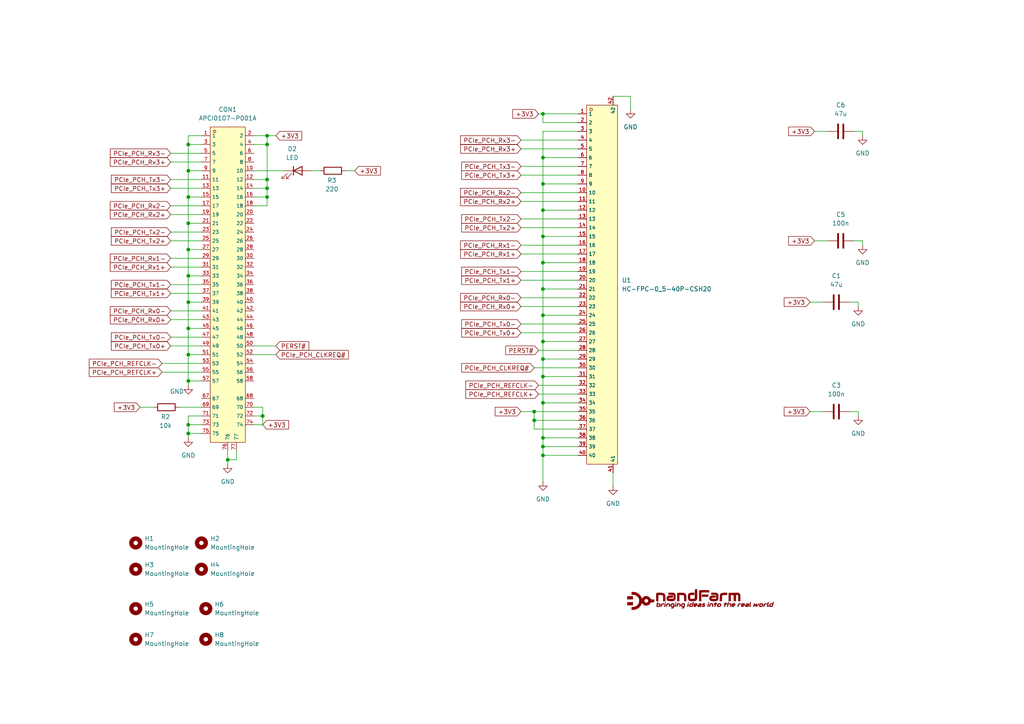
<source format=kicad_sch>
(kicad_sch
	(version 20231120)
	(generator "eeschema")
	(generator_version "8.0")
	(uuid "3391c14f-dc9e-405b-92f3-dfb441b65fc3")
	(paper "A4")
	(lib_symbols
		(symbol "APCI0107-P001A:APCI0107-P001A"
			(exclude_from_sim no)
			(in_bom yes)
			(on_board yes)
			(property "Reference" "CON"
				(at 0 1.27 0)
				(effects
					(font
						(size 1.27 1.27)
					)
				)
			)
			(property "Value" "APCI0107-P001A"
				(at 0 -2.54 0)
				(effects
					(font
						(size 1.27 1.27)
					)
				)
			)
			(property "Footprint" "footprint:CONN-SMD_APCI0107-P001A"
				(at 0 -10.16 0)
				(effects
					(font
						(size 1.27 1.27)
						(italic yes)
					)
					(hide yes)
				)
			)
			(property "Datasheet" "https://item.szlcsc.com/899447.html"
				(at -2.286 0.127 0)
				(effects
					(font
						(size 1.27 1.27)
					)
					(justify left)
					(hide yes)
				)
			)
			(property "Description" ""
				(at 0 0 0)
				(effects
					(font
						(size 1.27 1.27)
					)
					(hide yes)
				)
			)
			(property "LCSC" "C841661"
				(at 0 0 0)
				(effects
					(font
						(size 1.27 1.27)
					)
					(hide yes)
				)
			)
			(property "ki_keywords" "C841661"
				(at 0 0 0)
				(effects
					(font
						(size 1.27 1.27)
					)
					(hide yes)
				)
			)
			(symbol "APCI0107-P001A_0_1"
				(rectangle
					(start -5.08 45.7201)
					(end 5.08 -45.7201)
					(stroke
						(width 0)
						(type default)
					)
					(fill
						(type background)
					)
				)
				(circle
					(center -3.81 44.4501)
					(radius 0.381)
					(stroke
						(width 0)
						(type default)
					)
					(fill
						(type background)
					)
				)
				(pin unspecified line
					(at -7.62 43.18 0)
					(length 2.54)
					(name "1"
						(effects
							(font
								(size 1 1)
							)
						)
					)
					(number "1"
						(effects
							(font
								(size 1 1)
							)
						)
					)
				)
				(pin unspecified line
					(at 7.62 33.02 180)
					(length 2.54)
					(name "10"
						(effects
							(font
								(size 1 1)
							)
						)
					)
					(number "10"
						(effects
							(font
								(size 1 1)
							)
						)
					)
				)
				(pin unspecified line
					(at -7.62 30.48 0)
					(length 2.54)
					(name "11"
						(effects
							(font
								(size 1 1)
							)
						)
					)
					(number "11"
						(effects
							(font
								(size 1 1)
							)
						)
					)
				)
				(pin unspecified line
					(at 7.62 30.48 180)
					(length 2.54)
					(name "12"
						(effects
							(font
								(size 1 1)
							)
						)
					)
					(number "12"
						(effects
							(font
								(size 1 1)
							)
						)
					)
				)
				(pin unspecified line
					(at -7.62 27.94 0)
					(length 2.54)
					(name "13"
						(effects
							(font
								(size 1 1)
							)
						)
					)
					(number "13"
						(effects
							(font
								(size 1 1)
							)
						)
					)
				)
				(pin unspecified line
					(at 7.62 27.94 180)
					(length 2.54)
					(name "14"
						(effects
							(font
								(size 1 1)
							)
						)
					)
					(number "14"
						(effects
							(font
								(size 1 1)
							)
						)
					)
				)
				(pin unspecified line
					(at -7.62 25.4 0)
					(length 2.54)
					(name "15"
						(effects
							(font
								(size 1 1)
							)
						)
					)
					(number "15"
						(effects
							(font
								(size 1 1)
							)
						)
					)
				)
				(pin unspecified line
					(at 7.62 25.4 180)
					(length 2.54)
					(name "16"
						(effects
							(font
								(size 1 1)
							)
						)
					)
					(number "16"
						(effects
							(font
								(size 1 1)
							)
						)
					)
				)
				(pin unspecified line
					(at -7.62 22.86 0)
					(length 2.54)
					(name "17"
						(effects
							(font
								(size 1 1)
							)
						)
					)
					(number "17"
						(effects
							(font
								(size 1 1)
							)
						)
					)
				)
				(pin unspecified line
					(at 7.62 22.86 180)
					(length 2.54)
					(name "18"
						(effects
							(font
								(size 1 1)
							)
						)
					)
					(number "18"
						(effects
							(font
								(size 1 1)
							)
						)
					)
				)
				(pin unspecified line
					(at -7.62 20.32 0)
					(length 2.54)
					(name "19"
						(effects
							(font
								(size 1 1)
							)
						)
					)
					(number "19"
						(effects
							(font
								(size 1 1)
							)
						)
					)
				)
				(pin unspecified line
					(at 7.62 43.18 180)
					(length 2.54)
					(name "2"
						(effects
							(font
								(size 1 1)
							)
						)
					)
					(number "2"
						(effects
							(font
								(size 1 1)
							)
						)
					)
				)
				(pin unspecified line
					(at 7.62 20.32 180)
					(length 2.54)
					(name "20"
						(effects
							(font
								(size 1 1)
							)
						)
					)
					(number "20"
						(effects
							(font
								(size 1 1)
							)
						)
					)
				)
				(pin unspecified line
					(at -7.62 17.78 0)
					(length 2.54)
					(name "21"
						(effects
							(font
								(size 1 1)
							)
						)
					)
					(number "21"
						(effects
							(font
								(size 1 1)
							)
						)
					)
				)
				(pin unspecified line
					(at 7.62 17.78 180)
					(length 2.54)
					(name "22"
						(effects
							(font
								(size 1 1)
							)
						)
					)
					(number "22"
						(effects
							(font
								(size 1 1)
							)
						)
					)
				)
				(pin unspecified line
					(at -7.62 15.24 0)
					(length 2.54)
					(name "23"
						(effects
							(font
								(size 1 1)
							)
						)
					)
					(number "23"
						(effects
							(font
								(size 1 1)
							)
						)
					)
				)
				(pin unspecified line
					(at 7.62 15.24 180)
					(length 2.54)
					(name "24"
						(effects
							(font
								(size 1 1)
							)
						)
					)
					(number "24"
						(effects
							(font
								(size 1 1)
							)
						)
					)
				)
				(pin unspecified line
					(at -7.62 12.7 0)
					(length 2.54)
					(name "25"
						(effects
							(font
								(size 1 1)
							)
						)
					)
					(number "25"
						(effects
							(font
								(size 1 1)
							)
						)
					)
				)
				(pin unspecified line
					(at 7.62 12.7 180)
					(length 2.54)
					(name "26"
						(effects
							(font
								(size 1 1)
							)
						)
					)
					(number "26"
						(effects
							(font
								(size 1 1)
							)
						)
					)
				)
				(pin unspecified line
					(at -7.62 10.16 0)
					(length 2.54)
					(name "27"
						(effects
							(font
								(size 1 1)
							)
						)
					)
					(number "27"
						(effects
							(font
								(size 1 1)
							)
						)
					)
				)
				(pin unspecified line
					(at 7.62 10.16 180)
					(length 2.54)
					(name "28"
						(effects
							(font
								(size 1 1)
							)
						)
					)
					(number "28"
						(effects
							(font
								(size 1 1)
							)
						)
					)
				)
				(pin unspecified line
					(at -7.62 7.62 0)
					(length 2.54)
					(name "29"
						(effects
							(font
								(size 1 1)
							)
						)
					)
					(number "29"
						(effects
							(font
								(size 1 1)
							)
						)
					)
				)
				(pin unspecified line
					(at -7.62 40.64 0)
					(length 2.54)
					(name "3"
						(effects
							(font
								(size 1 1)
							)
						)
					)
					(number "3"
						(effects
							(font
								(size 1 1)
							)
						)
					)
				)
				(pin unspecified line
					(at 7.62 7.62 180)
					(length 2.54)
					(name "30"
						(effects
							(font
								(size 1 1)
							)
						)
					)
					(number "30"
						(effects
							(font
								(size 1 1)
							)
						)
					)
				)
				(pin unspecified line
					(at -7.62 5.08 0)
					(length 2.54)
					(name "31"
						(effects
							(font
								(size 1 1)
							)
						)
					)
					(number "31"
						(effects
							(font
								(size 1 1)
							)
						)
					)
				)
				(pin unspecified line
					(at 7.62 5.08 180)
					(length 2.54)
					(name "32"
						(effects
							(font
								(size 1 1)
							)
						)
					)
					(number "32"
						(effects
							(font
								(size 1 1)
							)
						)
					)
				)
				(pin unspecified line
					(at -7.62 2.54 0)
					(length 2.54)
					(name "33"
						(effects
							(font
								(size 1 1)
							)
						)
					)
					(number "33"
						(effects
							(font
								(size 1 1)
							)
						)
					)
				)
				(pin unspecified line
					(at 7.62 2.54 180)
					(length 2.54)
					(name "34"
						(effects
							(font
								(size 1 1)
							)
						)
					)
					(number "34"
						(effects
							(font
								(size 1 1)
							)
						)
					)
				)
				(pin unspecified line
					(at -7.62 0 0)
					(length 2.54)
					(name "35"
						(effects
							(font
								(size 1 1)
							)
						)
					)
					(number "35"
						(effects
							(font
								(size 1 1)
							)
						)
					)
				)
				(pin unspecified line
					(at 7.62 0 180)
					(length 2.54)
					(name "36"
						(effects
							(font
								(size 1 1)
							)
						)
					)
					(number "36"
						(effects
							(font
								(size 1 1)
							)
						)
					)
				)
				(pin unspecified line
					(at -7.62 -2.54 0)
					(length 2.54)
					(name "37"
						(effects
							(font
								(size 1 1)
							)
						)
					)
					(number "37"
						(effects
							(font
								(size 1 1)
							)
						)
					)
				)
				(pin unspecified line
					(at 7.62 -2.54 180)
					(length 2.54)
					(name "38"
						(effects
							(font
								(size 1 1)
							)
						)
					)
					(number "38"
						(effects
							(font
								(size 1 1)
							)
						)
					)
				)
				(pin unspecified line
					(at -7.62 -5.08 0)
					(length 2.54)
					(name "39"
						(effects
							(font
								(size 1 1)
							)
						)
					)
					(number "39"
						(effects
							(font
								(size 1 1)
							)
						)
					)
				)
				(pin unspecified line
					(at 7.62 40.64 180)
					(length 2.54)
					(name "4"
						(effects
							(font
								(size 1 1)
							)
						)
					)
					(number "4"
						(effects
							(font
								(size 1 1)
							)
						)
					)
				)
				(pin unspecified line
					(at 7.62 -5.08 180)
					(length 2.54)
					(name "40"
						(effects
							(font
								(size 1 1)
							)
						)
					)
					(number "40"
						(effects
							(font
								(size 1 1)
							)
						)
					)
				)
				(pin unspecified line
					(at -7.62 -7.62 0)
					(length 2.54)
					(name "41"
						(effects
							(font
								(size 1 1)
							)
						)
					)
					(number "41"
						(effects
							(font
								(size 1 1)
							)
						)
					)
				)
				(pin unspecified line
					(at 7.62 -7.62 180)
					(length 2.54)
					(name "42"
						(effects
							(font
								(size 1 1)
							)
						)
					)
					(number "42"
						(effects
							(font
								(size 1 1)
							)
						)
					)
				)
				(pin unspecified line
					(at -7.62 -10.16 0)
					(length 2.54)
					(name "43"
						(effects
							(font
								(size 1 1)
							)
						)
					)
					(number "43"
						(effects
							(font
								(size 1 1)
							)
						)
					)
				)
				(pin unspecified line
					(at 7.62 -10.16 180)
					(length 2.54)
					(name "44"
						(effects
							(font
								(size 1 1)
							)
						)
					)
					(number "44"
						(effects
							(font
								(size 1 1)
							)
						)
					)
				)
				(pin unspecified line
					(at -7.62 -12.7 0)
					(length 2.54)
					(name "45"
						(effects
							(font
								(size 1 1)
							)
						)
					)
					(number "45"
						(effects
							(font
								(size 1 1)
							)
						)
					)
				)
				(pin unspecified line
					(at 7.62 -12.7 180)
					(length 2.54)
					(name "46"
						(effects
							(font
								(size 1 1)
							)
						)
					)
					(number "46"
						(effects
							(font
								(size 1 1)
							)
						)
					)
				)
				(pin unspecified line
					(at -7.62 -15.24 0)
					(length 2.54)
					(name "47"
						(effects
							(font
								(size 1 1)
							)
						)
					)
					(number "47"
						(effects
							(font
								(size 1 1)
							)
						)
					)
				)
				(pin unspecified line
					(at 7.62 -15.24 180)
					(length 2.54)
					(name "48"
						(effects
							(font
								(size 1 1)
							)
						)
					)
					(number "48"
						(effects
							(font
								(size 1 1)
							)
						)
					)
				)
				(pin unspecified line
					(at -7.62 -17.78 0)
					(length 2.54)
					(name "49"
						(effects
							(font
								(size 1 1)
							)
						)
					)
					(number "49"
						(effects
							(font
								(size 1 1)
							)
						)
					)
				)
				(pin unspecified line
					(at -7.62 38.1 0)
					(length 2.54)
					(name "5"
						(effects
							(font
								(size 1 1)
							)
						)
					)
					(number "5"
						(effects
							(font
								(size 1 1)
							)
						)
					)
				)
				(pin unspecified line
					(at 7.62 -17.78 180)
					(length 2.54)
					(name "50"
						(effects
							(font
								(size 1 1)
							)
						)
					)
					(number "50"
						(effects
							(font
								(size 1 1)
							)
						)
					)
				)
				(pin unspecified line
					(at -7.62 -20.32 0)
					(length 2.54)
					(name "51"
						(effects
							(font
								(size 1 1)
							)
						)
					)
					(number "51"
						(effects
							(font
								(size 1 1)
							)
						)
					)
				)
				(pin unspecified line
					(at 7.62 -20.32 180)
					(length 2.54)
					(name "52"
						(effects
							(font
								(size 1 1)
							)
						)
					)
					(number "52"
						(effects
							(font
								(size 1 1)
							)
						)
					)
				)
				(pin unspecified line
					(at -7.62 -22.86 0)
					(length 2.54)
					(name "53"
						(effects
							(font
								(size 1 1)
							)
						)
					)
					(number "53"
						(effects
							(font
								(size 1 1)
							)
						)
					)
				)
				(pin unspecified line
					(at 7.62 -22.86 180)
					(length 2.54)
					(name "54"
						(effects
							(font
								(size 1 1)
							)
						)
					)
					(number "54"
						(effects
							(font
								(size 1 1)
							)
						)
					)
				)
				(pin unspecified line
					(at -7.62 -25.4 0)
					(length 2.54)
					(name "55"
						(effects
							(font
								(size 1 1)
							)
						)
					)
					(number "55"
						(effects
							(font
								(size 1 1)
							)
						)
					)
				)
				(pin unspecified line
					(at 7.62 -25.4 180)
					(length 2.54)
					(name "56"
						(effects
							(font
								(size 1 1)
							)
						)
					)
					(number "56"
						(effects
							(font
								(size 1 1)
							)
						)
					)
				)
				(pin unspecified line
					(at -7.62 -27.94 0)
					(length 2.54)
					(name "57"
						(effects
							(font
								(size 1 1)
							)
						)
					)
					(number "57"
						(effects
							(font
								(size 1 1)
							)
						)
					)
				)
				(pin unspecified line
					(at 7.62 -27.94 180)
					(length 2.54)
					(name "58"
						(effects
							(font
								(size 1 1)
							)
						)
					)
					(number "58"
						(effects
							(font
								(size 1 1)
							)
						)
					)
				)
				(pin unspecified line
					(at 7.62 38.1 180)
					(length 2.54)
					(name "6"
						(effects
							(font
								(size 1 1)
							)
						)
					)
					(number "6"
						(effects
							(font
								(size 1 1)
							)
						)
					)
				)
				(pin unspecified line
					(at -7.62 -33.02 0)
					(length 2.54)
					(name "67"
						(effects
							(font
								(size 1 1)
							)
						)
					)
					(number "67"
						(effects
							(font
								(size 1 1)
							)
						)
					)
				)
				(pin unspecified line
					(at 7.62 -33.02 180)
					(length 2.54)
					(name "68"
						(effects
							(font
								(size 1 1)
							)
						)
					)
					(number "68"
						(effects
							(font
								(size 1 1)
							)
						)
					)
				)
				(pin unspecified line
					(at -7.62 -35.56 0)
					(length 2.54)
					(name "69"
						(effects
							(font
								(size 1 1)
							)
						)
					)
					(number "69"
						(effects
							(font
								(size 1 1)
							)
						)
					)
				)
				(pin unspecified line
					(at -7.62 35.56 0)
					(length 2.54)
					(name "7"
						(effects
							(font
								(size 1 1)
							)
						)
					)
					(number "7"
						(effects
							(font
								(size 1 1)
							)
						)
					)
				)
				(pin unspecified line
					(at 7.62 -35.56 180)
					(length 2.54)
					(name "70"
						(effects
							(font
								(size 1 1)
							)
						)
					)
					(number "70"
						(effects
							(font
								(size 1 1)
							)
						)
					)
				)
				(pin unspecified line
					(at -7.62 -38.1 0)
					(length 2.54)
					(name "71"
						(effects
							(font
								(size 1 1)
							)
						)
					)
					(number "71"
						(effects
							(font
								(size 1 1)
							)
						)
					)
				)
				(pin unspecified line
					(at 7.62 -38.1 180)
					(length 2.54)
					(name "72"
						(effects
							(font
								(size 1 1)
							)
						)
					)
					(number "72"
						(effects
							(font
								(size 1 1)
							)
						)
					)
				)
				(pin unspecified line
					(at -7.62 -40.64 0)
					(length 2.54)
					(name "73"
						(effects
							(font
								(size 1 1)
							)
						)
					)
					(number "73"
						(effects
							(font
								(size 1 1)
							)
						)
					)
				)
				(pin unspecified line
					(at 7.62 -40.64 180)
					(length 2.54)
					(name "74"
						(effects
							(font
								(size 1 1)
							)
						)
					)
					(number "74"
						(effects
							(font
								(size 1 1)
							)
						)
					)
				)
				(pin unspecified line
					(at -7.62 -43.18 0)
					(length 2.54)
					(name "75"
						(effects
							(font
								(size 1 1)
							)
						)
					)
					(number "75"
						(effects
							(font
								(size 1 1)
							)
						)
					)
				)
				(pin unspecified line
					(at 0 -48.26 90)
					(length 2.54)
					(name "76"
						(effects
							(font
								(size 1 1)
							)
						)
					)
					(number "76"
						(effects
							(font
								(size 1 1)
							)
						)
					)
				)
				(pin unspecified line
					(at 2.54 -48.26 90)
					(length 2.54)
					(name "77"
						(effects
							(font
								(size 1 1)
							)
						)
					)
					(number "77"
						(effects
							(font
								(size 1 1)
							)
						)
					)
				)
				(pin unspecified line
					(at 7.62 35.56 180)
					(length 2.54)
					(name "8"
						(effects
							(font
								(size 1 1)
							)
						)
					)
					(number "8"
						(effects
							(font
								(size 1 1)
							)
						)
					)
				)
				(pin unspecified line
					(at -7.62 33.02 0)
					(length 2.54)
					(name "9"
						(effects
							(font
								(size 1 1)
							)
						)
					)
					(number "9"
						(effects
							(font
								(size 1 1)
							)
						)
					)
				)
			)
		)
		(symbol "Device:C"
			(pin_numbers hide)
			(pin_names
				(offset 0.254)
			)
			(exclude_from_sim no)
			(in_bom yes)
			(on_board yes)
			(property "Reference" "C"
				(at 0.635 2.54 0)
				(effects
					(font
						(size 1.27 1.27)
					)
					(justify left)
				)
			)
			(property "Value" "C"
				(at 0.635 -2.54 0)
				(effects
					(font
						(size 1.27 1.27)
					)
					(justify left)
				)
			)
			(property "Footprint" ""
				(at 0.9652 -3.81 0)
				(effects
					(font
						(size 1.27 1.27)
					)
					(hide yes)
				)
			)
			(property "Datasheet" "~"
				(at 0 0 0)
				(effects
					(font
						(size 1.27 1.27)
					)
					(hide yes)
				)
			)
			(property "Description" "Unpolarized capacitor"
				(at 0 0 0)
				(effects
					(font
						(size 1.27 1.27)
					)
					(hide yes)
				)
			)
			(property "ki_keywords" "cap capacitor"
				(at 0 0 0)
				(effects
					(font
						(size 1.27 1.27)
					)
					(hide yes)
				)
			)
			(property "ki_fp_filters" "C_*"
				(at 0 0 0)
				(effects
					(font
						(size 1.27 1.27)
					)
					(hide yes)
				)
			)
			(symbol "C_0_1"
				(polyline
					(pts
						(xy -2.032 -0.762) (xy 2.032 -0.762)
					)
					(stroke
						(width 0.508)
						(type default)
					)
					(fill
						(type none)
					)
				)
				(polyline
					(pts
						(xy -2.032 0.762) (xy 2.032 0.762)
					)
					(stroke
						(width 0.508)
						(type default)
					)
					(fill
						(type none)
					)
				)
			)
			(symbol "C_1_1"
				(pin passive line
					(at 0 3.81 270)
					(length 2.794)
					(name "~"
						(effects
							(font
								(size 1.27 1.27)
							)
						)
					)
					(number "1"
						(effects
							(font
								(size 1.27 1.27)
							)
						)
					)
				)
				(pin passive line
					(at 0 -3.81 90)
					(length 2.794)
					(name "~"
						(effects
							(font
								(size 1.27 1.27)
							)
						)
					)
					(number "2"
						(effects
							(font
								(size 1.27 1.27)
							)
						)
					)
				)
			)
		)
		(symbol "Device:LED"
			(pin_numbers hide)
			(pin_names
				(offset 1.016) hide)
			(exclude_from_sim no)
			(in_bom yes)
			(on_board yes)
			(property "Reference" "D"
				(at 0 2.54 0)
				(effects
					(font
						(size 1.27 1.27)
					)
				)
			)
			(property "Value" "LED"
				(at 0 -2.54 0)
				(effects
					(font
						(size 1.27 1.27)
					)
				)
			)
			(property "Footprint" ""
				(at 0 0 0)
				(effects
					(font
						(size 1.27 1.27)
					)
					(hide yes)
				)
			)
			(property "Datasheet" "~"
				(at 0 0 0)
				(effects
					(font
						(size 1.27 1.27)
					)
					(hide yes)
				)
			)
			(property "Description" "Light emitting diode"
				(at 0 0 0)
				(effects
					(font
						(size 1.27 1.27)
					)
					(hide yes)
				)
			)
			(property "ki_keywords" "LED diode"
				(at 0 0 0)
				(effects
					(font
						(size 1.27 1.27)
					)
					(hide yes)
				)
			)
			(property "ki_fp_filters" "LED* LED_SMD:* LED_THT:*"
				(at 0 0 0)
				(effects
					(font
						(size 1.27 1.27)
					)
					(hide yes)
				)
			)
			(symbol "LED_0_1"
				(polyline
					(pts
						(xy -1.27 -1.27) (xy -1.27 1.27)
					)
					(stroke
						(width 0.254)
						(type default)
					)
					(fill
						(type none)
					)
				)
				(polyline
					(pts
						(xy -1.27 0) (xy 1.27 0)
					)
					(stroke
						(width 0)
						(type default)
					)
					(fill
						(type none)
					)
				)
				(polyline
					(pts
						(xy 1.27 -1.27) (xy 1.27 1.27) (xy -1.27 0) (xy 1.27 -1.27)
					)
					(stroke
						(width 0.254)
						(type default)
					)
					(fill
						(type none)
					)
				)
				(polyline
					(pts
						(xy -3.048 -0.762) (xy -4.572 -2.286) (xy -3.81 -2.286) (xy -4.572 -2.286) (xy -4.572 -1.524)
					)
					(stroke
						(width 0)
						(type default)
					)
					(fill
						(type none)
					)
				)
				(polyline
					(pts
						(xy -1.778 -0.762) (xy -3.302 -2.286) (xy -2.54 -2.286) (xy -3.302 -2.286) (xy -3.302 -1.524)
					)
					(stroke
						(width 0)
						(type default)
					)
					(fill
						(type none)
					)
				)
			)
			(symbol "LED_1_1"
				(pin passive line
					(at -3.81 0 0)
					(length 2.54)
					(name "K"
						(effects
							(font
								(size 1.27 1.27)
							)
						)
					)
					(number "1"
						(effects
							(font
								(size 1.27 1.27)
							)
						)
					)
				)
				(pin passive line
					(at 3.81 0 180)
					(length 2.54)
					(name "A"
						(effects
							(font
								(size 1.27 1.27)
							)
						)
					)
					(number "2"
						(effects
							(font
								(size 1.27 1.27)
							)
						)
					)
				)
			)
		)
		(symbol "Device:R"
			(pin_numbers hide)
			(pin_names
				(offset 0)
			)
			(exclude_from_sim no)
			(in_bom yes)
			(on_board yes)
			(property "Reference" "R"
				(at 2.032 0 90)
				(effects
					(font
						(size 1.27 1.27)
					)
				)
			)
			(property "Value" "R"
				(at 0 0 90)
				(effects
					(font
						(size 1.27 1.27)
					)
				)
			)
			(property "Footprint" ""
				(at -1.778 0 90)
				(effects
					(font
						(size 1.27 1.27)
					)
					(hide yes)
				)
			)
			(property "Datasheet" "~"
				(at 0 0 0)
				(effects
					(font
						(size 1.27 1.27)
					)
					(hide yes)
				)
			)
			(property "Description" "Resistor"
				(at 0 0 0)
				(effects
					(font
						(size 1.27 1.27)
					)
					(hide yes)
				)
			)
			(property "ki_keywords" "R res resistor"
				(at 0 0 0)
				(effects
					(font
						(size 1.27 1.27)
					)
					(hide yes)
				)
			)
			(property "ki_fp_filters" "R_*"
				(at 0 0 0)
				(effects
					(font
						(size 1.27 1.27)
					)
					(hide yes)
				)
			)
			(symbol "R_0_1"
				(rectangle
					(start -1.016 -2.54)
					(end 1.016 2.54)
					(stroke
						(width 0.254)
						(type default)
					)
					(fill
						(type none)
					)
				)
			)
			(symbol "R_1_1"
				(pin passive line
					(at 0 3.81 270)
					(length 1.27)
					(name "~"
						(effects
							(font
								(size 1.27 1.27)
							)
						)
					)
					(number "1"
						(effects
							(font
								(size 1.27 1.27)
							)
						)
					)
				)
				(pin passive line
					(at 0 -3.81 90)
					(length 1.27)
					(name "~"
						(effects
							(font
								(size 1.27 1.27)
							)
						)
					)
					(number "2"
						(effects
							(font
								(size 1.27 1.27)
							)
						)
					)
				)
			)
		)
		(symbol "HC-FPC-0_5-40P-CSH20:HC-FPC-0_5-40P-CSH20"
			(exclude_from_sim no)
			(in_bom yes)
			(on_board yes)
			(property "Reference" "U"
				(at 0 1.27 0)
				(effects
					(font
						(size 1.27 1.27)
					)
				)
			)
			(property "Value" "HC-FPC-0_5-40P-CSH20"
				(at 0 -2.54 0)
				(effects
					(font
						(size 1.27 1.27)
					)
				)
			)
			(property "Footprint" "footprint:FPC-SMD_40P-P0.50_HC-FPC-0.5-40P-CSH20"
				(at 0 -10.16 0)
				(effects
					(font
						(size 1.27 1.27)
						(italic yes)
					)
					(hide yes)
				)
			)
			(property "Datasheet" "https://atta.szlcsc.com/upload/public/pdf/source/20231201/8F1C6588257103362B533B7203431779.pdf"
				(at -2.286 0.127 0)
				(effects
					(font
						(size 1.27 1.27)
					)
					(justify left)
					(hide yes)
				)
			)
			(property "Description" ""
				(at 0 0 0)
				(effects
					(font
						(size 1.27 1.27)
					)
					(hide yes)
				)
			)
			(property "LCSC" "C19273956"
				(at 0 0 0)
				(effects
					(font
						(size 1.27 1.27)
					)
					(hide yes)
				)
			)
			(property "ki_keywords" "C19273956"
				(at 0 0 0)
				(effects
					(font
						(size 1.27 1.27)
					)
					(hide yes)
				)
			)
			(symbol "HC-FPC-0_5-40P-CSH20_0_1"
				(rectangle
					(start -2.54 53.3401)
					(end 6.35 -50.8001)
					(stroke
						(width 0)
						(type default)
					)
					(fill
						(type background)
					)
				)
				(circle
					(center -1.27 52.0701)
					(radius 0.381)
					(stroke
						(width 0)
						(type default)
					)
					(fill
						(type background)
					)
				)
				(pin unspecified line
					(at -5.08 50.8 0)
					(length 2.54)
					(name "1"
						(effects
							(font
								(size 1 1)
							)
						)
					)
					(number "1"
						(effects
							(font
								(size 1 1)
							)
						)
					)
				)
				(pin unspecified line
					(at -5.08 27.94 0)
					(length 2.54)
					(name "10"
						(effects
							(font
								(size 1 1)
							)
						)
					)
					(number "10"
						(effects
							(font
								(size 1 1)
							)
						)
					)
				)
				(pin unspecified line
					(at -5.08 25.4 0)
					(length 2.54)
					(name "11"
						(effects
							(font
								(size 1 1)
							)
						)
					)
					(number "11"
						(effects
							(font
								(size 1 1)
							)
						)
					)
				)
				(pin unspecified line
					(at -5.08 22.86 0)
					(length 2.54)
					(name "12"
						(effects
							(font
								(size 1 1)
							)
						)
					)
					(number "12"
						(effects
							(font
								(size 1 1)
							)
						)
					)
				)
				(pin unspecified line
					(at -5.08 20.32 0)
					(length 2.54)
					(name "13"
						(effects
							(font
								(size 1 1)
							)
						)
					)
					(number "13"
						(effects
							(font
								(size 1 1)
							)
						)
					)
				)
				(pin unspecified line
					(at -5.08 17.78 0)
					(length 2.54)
					(name "14"
						(effects
							(font
								(size 1 1)
							)
						)
					)
					(number "14"
						(effects
							(font
								(size 1 1)
							)
						)
					)
				)
				(pin unspecified line
					(at -5.08 15.24 0)
					(length 2.54)
					(name "15"
						(effects
							(font
								(size 1 1)
							)
						)
					)
					(number "15"
						(effects
							(font
								(size 1 1)
							)
						)
					)
				)
				(pin unspecified line
					(at -5.08 12.7 0)
					(length 2.54)
					(name "16"
						(effects
							(font
								(size 1 1)
							)
						)
					)
					(number "16"
						(effects
							(font
								(size 1 1)
							)
						)
					)
				)
				(pin unspecified line
					(at -5.08 10.16 0)
					(length 2.54)
					(name "17"
						(effects
							(font
								(size 1 1)
							)
						)
					)
					(number "17"
						(effects
							(font
								(size 1 1)
							)
						)
					)
				)
				(pin unspecified line
					(at -5.08 7.62 0)
					(length 2.54)
					(name "18"
						(effects
							(font
								(size 1 1)
							)
						)
					)
					(number "18"
						(effects
							(font
								(size 1 1)
							)
						)
					)
				)
				(pin unspecified line
					(at -5.08 5.08 0)
					(length 2.54)
					(name "19"
						(effects
							(font
								(size 1 1)
							)
						)
					)
					(number "19"
						(effects
							(font
								(size 1 1)
							)
						)
					)
				)
				(pin unspecified line
					(at -5.08 48.26 0)
					(length 2.54)
					(name "2"
						(effects
							(font
								(size 1 1)
							)
						)
					)
					(number "2"
						(effects
							(font
								(size 1 1)
							)
						)
					)
				)
				(pin unspecified line
					(at -5.08 2.54 0)
					(length 2.54)
					(name "20"
						(effects
							(font
								(size 1 1)
							)
						)
					)
					(number "20"
						(effects
							(font
								(size 1 1)
							)
						)
					)
				)
				(pin unspecified line
					(at -5.08 0 0)
					(length 2.54)
					(name "21"
						(effects
							(font
								(size 1 1)
							)
						)
					)
					(number "21"
						(effects
							(font
								(size 1 1)
							)
						)
					)
				)
				(pin unspecified line
					(at -5.08 -2.54 0)
					(length 2.54)
					(name "22"
						(effects
							(font
								(size 1 1)
							)
						)
					)
					(number "22"
						(effects
							(font
								(size 1 1)
							)
						)
					)
				)
				(pin unspecified line
					(at -5.08 -5.08 0)
					(length 2.54)
					(name "23"
						(effects
							(font
								(size 1 1)
							)
						)
					)
					(number "23"
						(effects
							(font
								(size 1 1)
							)
						)
					)
				)
				(pin unspecified line
					(at -5.08 -7.62 0)
					(length 2.54)
					(name "24"
						(effects
							(font
								(size 1 1)
							)
						)
					)
					(number "24"
						(effects
							(font
								(size 1 1)
							)
						)
					)
				)
				(pin unspecified line
					(at -5.08 -10.16 0)
					(length 2.54)
					(name "25"
						(effects
							(font
								(size 1 1)
							)
						)
					)
					(number "25"
						(effects
							(font
								(size 1 1)
							)
						)
					)
				)
				(pin unspecified line
					(at -5.08 -12.7 0)
					(length 2.54)
					(name "26"
						(effects
							(font
								(size 1 1)
							)
						)
					)
					(number "26"
						(effects
							(font
								(size 1 1)
							)
						)
					)
				)
				(pin unspecified line
					(at -5.08 -15.24 0)
					(length 2.54)
					(name "27"
						(effects
							(font
								(size 1 1)
							)
						)
					)
					(number "27"
						(effects
							(font
								(size 1 1)
							)
						)
					)
				)
				(pin unspecified line
					(at -5.08 -17.78 0)
					(length 2.54)
					(name "28"
						(effects
							(font
								(size 1 1)
							)
						)
					)
					(number "28"
						(effects
							(font
								(size 1 1)
							)
						)
					)
				)
				(pin unspecified line
					(at -5.08 -20.32 0)
					(length 2.54)
					(name "29"
						(effects
							(font
								(size 1 1)
							)
						)
					)
					(number "29"
						(effects
							(font
								(size 1 1)
							)
						)
					)
				)
				(pin unspecified line
					(at -5.08 45.72 0)
					(length 2.54)
					(name "3"
						(effects
							(font
								(size 1 1)
							)
						)
					)
					(number "3"
						(effects
							(font
								(size 1 1)
							)
						)
					)
				)
				(pin unspecified line
					(at -5.08 -22.86 0)
					(length 2.54)
					(name "30"
						(effects
							(font
								(size 1 1)
							)
						)
					)
					(number "30"
						(effects
							(font
								(size 1 1)
							)
						)
					)
				)
				(pin unspecified line
					(at -5.08 -25.4 0)
					(length 2.54)
					(name "31"
						(effects
							(font
								(size 1 1)
							)
						)
					)
					(number "31"
						(effects
							(font
								(size 1 1)
							)
						)
					)
				)
				(pin unspecified line
					(at -5.08 -27.94 0)
					(length 2.54)
					(name "32"
						(effects
							(font
								(size 1 1)
							)
						)
					)
					(number "32"
						(effects
							(font
								(size 1 1)
							)
						)
					)
				)
				(pin unspecified line
					(at -5.08 -30.48 0)
					(length 2.54)
					(name "33"
						(effects
							(font
								(size 1 1)
							)
						)
					)
					(number "33"
						(effects
							(font
								(size 1 1)
							)
						)
					)
				)
				(pin unspecified line
					(at -5.08 -33.02 0)
					(length 2.54)
					(name "34"
						(effects
							(font
								(size 1 1)
							)
						)
					)
					(number "34"
						(effects
							(font
								(size 1 1)
							)
						)
					)
				)
				(pin unspecified line
					(at -5.08 -35.56 0)
					(length 2.54)
					(name "35"
						(effects
							(font
								(size 1 1)
							)
						)
					)
					(number "35"
						(effects
							(font
								(size 1 1)
							)
						)
					)
				)
				(pin unspecified line
					(at -5.08 -38.1 0)
					(length 2.54)
					(name "36"
						(effects
							(font
								(size 1 1)
							)
						)
					)
					(number "36"
						(effects
							(font
								(size 1 1)
							)
						)
					)
				)
				(pin unspecified line
					(at -5.08 -40.64 0)
					(length 2.54)
					(name "37"
						(effects
							(font
								(size 1 1)
							)
						)
					)
					(number "37"
						(effects
							(font
								(size 1 1)
							)
						)
					)
				)
				(pin unspecified line
					(at -5.08 -43.18 0)
					(length 2.54)
					(name "38"
						(effects
							(font
								(size 1 1)
							)
						)
					)
					(number "38"
						(effects
							(font
								(size 1 1)
							)
						)
					)
				)
				(pin unspecified line
					(at -5.08 -45.72 0)
					(length 2.54)
					(name "39"
						(effects
							(font
								(size 1 1)
							)
						)
					)
					(number "39"
						(effects
							(font
								(size 1 1)
							)
						)
					)
				)
				(pin unspecified line
					(at -5.08 43.18 0)
					(length 2.54)
					(name "4"
						(effects
							(font
								(size 1 1)
							)
						)
					)
					(number "4"
						(effects
							(font
								(size 1 1)
							)
						)
					)
				)
				(pin unspecified line
					(at -5.08 -48.26 0)
					(length 2.54)
					(name "40"
						(effects
							(font
								(size 1 1)
							)
						)
					)
					(number "40"
						(effects
							(font
								(size 1 1)
							)
						)
					)
				)
				(pin unspecified line
					(at 5.08 -53.34 90)
					(length 2.54)
					(name "41"
						(effects
							(font
								(size 1 1)
							)
						)
					)
					(number "41"
						(effects
							(font
								(size 1 1)
							)
						)
					)
				)
				(pin unspecified line
					(at 5.08 55.88 270)
					(length 2.54)
					(name "42"
						(effects
							(font
								(size 1 1)
							)
						)
					)
					(number "42"
						(effects
							(font
								(size 1 1)
							)
						)
					)
				)
				(pin unspecified line
					(at -5.08 40.64 0)
					(length 2.54)
					(name "5"
						(effects
							(font
								(size 1 1)
							)
						)
					)
					(number "5"
						(effects
							(font
								(size 1 1)
							)
						)
					)
				)
				(pin unspecified line
					(at -5.08 38.1 0)
					(length 2.54)
					(name "6"
						(effects
							(font
								(size 1 1)
							)
						)
					)
					(number "6"
						(effects
							(font
								(size 1 1)
							)
						)
					)
				)
				(pin unspecified line
					(at -5.08 35.56 0)
					(length 2.54)
					(name "7"
						(effects
							(font
								(size 1 1)
							)
						)
					)
					(number "7"
						(effects
							(font
								(size 1 1)
							)
						)
					)
				)
				(pin unspecified line
					(at -5.08 33.02 0)
					(length 2.54)
					(name "8"
						(effects
							(font
								(size 1 1)
							)
						)
					)
					(number "8"
						(effects
							(font
								(size 1 1)
							)
						)
					)
				)
				(pin unspecified line
					(at -5.08 30.48 0)
					(length 2.54)
					(name "9"
						(effects
							(font
								(size 1 1)
							)
						)
					)
					(number "9"
						(effects
							(font
								(size 1 1)
							)
						)
					)
				)
			)
		)
		(symbol "Mechanical:MountingHole"
			(pin_names
				(offset 1.016)
			)
			(exclude_from_sim yes)
			(in_bom no)
			(on_board yes)
			(property "Reference" "H"
				(at 0 5.08 0)
				(effects
					(font
						(size 1.27 1.27)
					)
				)
			)
			(property "Value" "MountingHole"
				(at 0 3.175 0)
				(effects
					(font
						(size 1.27 1.27)
					)
				)
			)
			(property "Footprint" ""
				(at 0 0 0)
				(effects
					(font
						(size 1.27 1.27)
					)
					(hide yes)
				)
			)
			(property "Datasheet" "~"
				(at 0 0 0)
				(effects
					(font
						(size 1.27 1.27)
					)
					(hide yes)
				)
			)
			(property "Description" "Mounting Hole without connection"
				(at 0 0 0)
				(effects
					(font
						(size 1.27 1.27)
					)
					(hide yes)
				)
			)
			(property "ki_keywords" "mounting hole"
				(at 0 0 0)
				(effects
					(font
						(size 1.27 1.27)
					)
					(hide yes)
				)
			)
			(property "ki_fp_filters" "MountingHole*"
				(at 0 0 0)
				(effects
					(font
						(size 1.27 1.27)
					)
					(hide yes)
				)
			)
			(symbol "MountingHole_0_1"
				(circle
					(center 0 0)
					(radius 1.27)
					(stroke
						(width 1.27)
						(type default)
					)
					(fill
						(type none)
					)
				)
			)
		)
		(symbol "NandFarm_logo_and_text:LOGO"
			(pin_names
				(offset 1.016)
			)
			(exclude_from_sim no)
			(in_bom yes)
			(on_board yes)
			(property "Reference" "#G"
				(at 0 2.8363 0)
				(effects
					(font
						(size 1.27 1.27)
					)
					(hide yes)
				)
			)
			(property "Value" "LOGO"
				(at 0 -2.8363 0)
				(effects
					(font
						(size 1.27 1.27)
					)
					(hide yes)
				)
			)
			(property "Footprint" ""
				(at 0 0 0)
				(effects
					(font
						(size 1.27 1.27)
					)
					(hide yes)
				)
			)
			(property "Datasheet" ""
				(at 0 0 0)
				(effects
					(font
						(size 1.27 1.27)
					)
					(hide yes)
				)
			)
			(property "Description" ""
				(at 0 0 0)
				(effects
					(font
						(size 1.27 1.27)
					)
					(hide yes)
				)
			)
			(symbol "LOGO_0_0"
				(polyline
					(pts
						(xy -10.1436 -0.8292) (xy -10.0754 -0.7126) (xy -10.1243 -0.6201) (xy -10.2257 -0.6343) (xy -10.31 -0.7461)
						(xy -10.3082 -0.7974) (xy -10.2094 -0.8467) (xy -10.1436 -0.8292)
					)
					(stroke
						(width 0.01)
						(type default)
					)
					(fill
						(type outline)
					)
				)
				(polyline
					(pts
						(xy -7.0956 -0.8292) (xy -7.0274 -0.7126) (xy -7.0763 -0.6201) (xy -7.1777 -0.6343) (xy -7.262 -0.7461)
						(xy -7.2602 -0.7974) (xy -7.1614 -0.8467) (xy -7.0956 -0.8292)
					)
					(stroke
						(width 0.01)
						(type default)
					)
					(fill
						(type outline)
					)
				)
				(polyline
					(pts
						(xy -3.4549 -0.8292) (xy -3.3867 -0.7126) (xy -3.4356 -0.6201) (xy -3.537 -0.6343) (xy -3.6213 -0.7461)
						(xy -3.6195 -0.7974) (xy -3.5208 -0.8467) (xy -3.4549 -0.8292)
					)
					(stroke
						(width 0.01)
						(type default)
					)
					(fill
						(type outline)
					)
				)
				(polyline
					(pts
						(xy 2.3871 -0.8292) (xy 2.4553 -0.7126) (xy 2.4064 -0.6201) (xy 2.305 -0.6343) (xy 2.2207 -0.7461)
						(xy 2.2225 -0.7974) (xy 2.3212 -0.8467) (xy 2.3871 -0.8292)
					)
					(stroke
						(width 0.01)
						(type default)
					)
					(fill
						(type outline)
					)
				)
				(polyline
					(pts
						(xy -19.6427 -1.0975) (xy -19.6427 -0.671) (xy -20.4259 -0.6953) (xy -21.209 -0.7197) (xy -21.2349 -1.1218)
						(xy -21.2607 -1.524) (xy -20.4517 -1.524) (xy -19.6427 -1.524) (xy -19.6427 -1.0975)
					)
					(stroke
						(width 0.01)
						(type default)
					)
					(fill
						(type outline)
					)
				)
				(polyline
					(pts
						(xy -19.6427 0.5927) (xy -19.6427 1.016) (xy -20.447 1.016) (xy -21.2514 1.016) (xy -21.2514 0.5927)
						(xy -21.2514 0.1693) (xy -20.447 0.1693) (xy -19.6427 0.1693) (xy -19.6427 0.5927)
					)
					(stroke
						(width 0.01)
						(type default)
					)
					(fill
						(type outline)
					)
				)
				(polyline
					(pts
						(xy 2.2013 1.2277) (xy 2.2013 1.524) (xy 1.3123 1.524) (xy 0.4233 1.524) (xy 0.4233 1.2277) (xy 0.4233 0.9313)
						(xy 1.3123 0.9313) (xy 2.2013 0.9313) (xy 2.2013 1.2277)
					)
					(stroke
						(width 0.01)
						(type default)
					)
					(fill
						(type outline)
					)
				)
				(polyline
					(pts
						(xy -10.3836 -2.0151) (xy -10.3132 -1.9253) (xy -10.2555 -1.7298) (xy -10.198 -1.397) (xy -10.1852 -1.297)
						(xy -10.1841 -1.0839) (xy -10.2285 -1.0128) (xy -10.3013 -1.0736) (xy -10.3853 -1.2565) (xy -10.4636 -1.5515)
						(xy -10.4773 -1.6213) (xy -10.5161 -1.8712) (xy -10.5084 -1.9972) (xy -10.4537 -2.032) (xy -10.3836 -2.0151)
					)
					(stroke
						(width 0.01)
						(type default)
					)
					(fill
						(type outline)
					)
				)
				(polyline
					(pts
						(xy -7.3356 -2.0151) (xy -7.2652 -1.9253) (xy -7.2075 -1.7298) (xy -7.15 -1.397) (xy -7.1372 -1.297)
						(xy -7.1361 -1.0839) (xy -7.1805 -1.0128) (xy -7.2533 -1.0736) (xy -7.3373 -1.2565) (xy -7.4156 -1.5515)
						(xy -7.4293 -1.6213) (xy -7.4681 -1.8712) (xy -7.4604 -1.9972) (xy -7.4057 -2.032) (xy -7.3356 -2.0151)
					)
					(stroke
						(width 0.01)
						(type default)
					)
					(fill
						(type outline)
					)
				)
				(polyline
					(pts
						(xy -3.6949 -2.0151) (xy -3.6245 -1.9253) (xy -3.5669 -1.7298) (xy -3.5093 -1.397) (xy -3.4965 -1.297)
						(xy -3.4954 -1.0839) (xy -3.5398 -1.0128) (xy -3.6126 -1.0736) (xy -3.6966 -1.2565) (xy -3.7749 -1.5515)
						(xy -3.7886 -1.6213) (xy -3.8274 -1.8712) (xy -3.8198 -1.9972) (xy -3.765 -2.032) (xy -3.6949 -2.0151)
					)
					(stroke
						(width 0.01)
						(type default)
					)
					(fill
						(type outline)
					)
				)
				(polyline
					(pts
						(xy 2.1471 -2.0151) (xy 2.2175 -1.9253) (xy 2.2751 -1.7298) (xy 2.3327 -1.397) (xy 2.3455 -1.297)
						(xy 2.3466 -1.0839) (xy 2.3022 -1.0128) (xy 2.2294 -1.0736) (xy 2.1454 -1.2565) (xy 2.0671 -1.5515)
						(xy 2.0534 -1.6213) (xy 2.0146 -1.8712) (xy 2.0222 -1.9972) (xy 2.077 -2.032) (xy 2.1471 -2.0151)
					)
					(stroke
						(width 0.01)
						(type default)
					)
					(fill
						(type outline)
					)
				)
				(polyline
					(pts
						(xy 8.6757 -1.994) (xy 8.7627 -1.8471) (xy 8.8311 -1.618) (xy 8.8551 -1.455) (xy 8.8291 -1.1943)
						(xy 8.6918 -1.0562) (xy 8.438 -1.0328) (xy 8.2358 -1.0827) (xy 8.1477 -1.163) (xy 8.1929 -1.2373)
						(xy 8.3801 -1.27) (xy 8.6463 -1.27) (xy 8.5876 -1.6618) (xy 8.5613 -1.8937) (xy 8.5778 -2.0056)
						(xy 8.6445 -2.015) (xy 8.6757 -1.994)
					)
					(stroke
						(width 0.01)
						(type default)
					)
					(fill
						(type outline)
					)
				)
				(polyline
					(pts
						(xy 7.8375 -1.9902) (xy 7.914 -1.8415) (xy 7.9959 -1.4745) (xy 8.0757 -1.0873) (xy 8.1166 -0.8284)
						(xy 8.1204 -0.6769) (xy 8.0891 -0.6121) (xy 8.0245 -0.613) (xy 8.0062 -0.6273) (xy 7.9369 -0.7666)
						(xy 7.8578 -1.0179) (xy 7.7826 -1.3398) (xy 7.7825 -1.3404) (xy 7.7179 -1.6868) (xy 7.6929 -1.898)
						(xy 7.7065 -2.0034) (xy 7.7575 -2.032) (xy 7.8375 -1.9902)
					)
					(stroke
						(width 0.01)
						(type default)
					)
					(fill
						(type outline)
					)
				)
				(polyline
					(pts
						(xy 6.1988 0.5292) (xy 6.223 1.397) (xy 6.9638 1.4215) (xy 7.7046 1.4459) (xy 7.7046 1.739) (xy 7.7046 2.032)
						(xy 6.9807 2.032) (xy 6.5671 2.0172) (xy 6.1472 1.9491) (xy 5.8671 1.8223) (xy 5.7143 1.633) (xy 5.6923 1.5402)
						(xy 5.661 1.2982) (xy 5.6316 0.9611) (xy 5.6085 0.5715) (xy 5.5662 -0.3387) (xy 5.8704 -0.3387)
						(xy 6.1747 -0.3387) (xy 6.1988 0.5292)
					)
					(stroke
						(width 0.01)
						(type default)
					)
					(fill
						(type outline)
					)
				)
				(polyline
					(pts
						(xy 14.4969 -2.0039) (xy 14.5626 -1.912) (xy 14.5547 -1.8609) (xy 14.47 -1.7612) (xy 14.4293 -1.7021)
						(xy 14.4295 -1.5217) (xy 14.4816 -1.2013) (xy 14.526 -0.9487) (xy 14.5448 -0.7073) (xy 14.5077 -0.6033)
						(xy 14.4132 -0.6227) (xy 14.4026 -0.6327) (xy 14.3454 -0.767) (xy 14.2837 -1.0057) (xy 14.2269 -1.2958)
						(xy 14.1844 -1.5842) (xy 14.1655 -1.8179) (xy 14.1795 -1.9439) (xy 14.2145 -1.9824) (xy 14.3538 -2.0296)
						(xy 14.4969 -2.0039)
					)
					(stroke
						(width 0.01)
						(type default)
					)
					(fill
						(type outline)
					)
				)
				(polyline
					(pts
						(xy 19.6615 -2.0039) (xy 19.7273 -1.912) (xy 19.7193 -1.8609) (xy 19.6347 -1.7612) (xy 19.5939 -1.7021)
						(xy 19.5941 -1.5217) (xy 19.6462 -1.2013) (xy 19.6906 -0.9487) (xy 19.7094 -0.7073) (xy 19.6724 -0.6033)
						(xy 19.5778 -0.6227) (xy 19.5672 -0.6327) (xy 19.5101 -0.767) (xy 19.4484 -1.0057) (xy 19.3916 -1.2958)
						(xy 19.3491 -1.5842) (xy 19.3301 -1.8179) (xy 19.3442 -1.9439) (xy 19.3792 -1.9824) (xy 19.5184 -2.0296)
						(xy 19.6615 -2.0039)
					)
					(stroke
						(width 0.01)
						(type default)
					)
					(fill
						(type outline)
					)
				)
				(polyline
					(pts
						(xy -11.4104 -2.0207) (xy -11.3504 -1.9536) (xy -11.2941 -1.7932) (xy -11.2246 -1.5028) (xy -11.1877 -1.3834)
						(xy -11.0884 -1.2914) (xy -10.8831 -1.27) (xy -10.7247 -1.2567) (xy -10.5685 -1.2014) (xy -10.5248 -1.1242)
						(xy -10.621 -1.0484) (xy -10.6288 -1.0457) (xy -10.8079 -1.0284) (xy -11.044 -1.0518) (xy -11.1161 -1.0676)
						(xy -11.2625 -1.1326) (xy -11.3673 -1.2598) (xy -11.4528 -1.4844) (xy -11.5411 -1.8415) (xy -11.5486 -1.9656)
						(xy -11.4702 -2.032) (xy -11.4104 -2.0207)
					)
					(stroke
						(width 0.01)
						(type default)
					)
					(fill
						(type outline)
					)
				)
				(polyline
					(pts
						(xy 0.1693 0.9313) (xy 0.1693 2.2013) (xy 1.3123 2.2013) (xy 2.4553 2.2013) (xy 2.4553 2.4977)
						(xy 2.4553 2.794) (xy 1.0673 2.794) (xy 0.5924 2.7924) (xy 0.1993 2.7855) (xy -0.0697 2.7711)
						(xy -0.2387 2.7468) (xy -0.3315 2.7106) (xy -0.372 2.6601) (xy -0.3846 2.583) (xy -0.4001 2.3529)
						(xy -0.4123 2.0073) (xy -0.4205 1.5772) (xy -0.4234 1.0938) (xy -0.4234 -0.3387) (xy -0.127 -0.3387)
						(xy 0.1693 -0.3387) (xy 0.1693 0.9313)
					)
					(stroke
						(width 0.01)
						(type default)
					)
					(fill
						(type outline)
					)
				)
				(polyline
					(pts
						(xy 10.8569 -2.0207) (xy 10.9169 -1.9536) (xy 10.9732 -1.7932) (xy 11.0427 -1.5028) (xy 11.0796 -1.3834)
						(xy 11.1789 -1.2914) (xy 11.3842 -1.27) (xy 11.5427 -1.2567) (xy 11.6988 -1.2014) (xy 11.7425 -1.1242)
						(xy 11.6463 -1.0484) (xy 11.6386 -1.0457) (xy 11.4594 -1.0284) (xy 11.2233 -1.0518) (xy 11.1512 -1.0676)
						(xy 11.0049 -1.1326) (xy 10.9 -1.2598) (xy 10.8145 -1.4844) (xy 10.7263 -1.8415) (xy 10.7188 -1.9656)
						(xy 10.7972 -2.032) (xy 10.8569 -2.0207)
					)
					(stroke
						(width 0.01)
						(type default)
					)
					(fill
						(type outline)
					)
				)
				(polyline
					(pts
						(xy 18.3922 -2.0207) (xy 18.4523 -1.9536) (xy 18.5085 -1.7932) (xy 18.578 -1.5028) (xy 18.615 -1.3834)
						(xy 18.7142 -1.2914) (xy 18.9196 -1.27) (xy 19.078 -1.2567) (xy 19.2341 -1.2014) (xy 19.2779 -1.1242)
						(xy 19.1817 -1.0484) (xy 19.1739 -1.0457) (xy 18.9948 -1.0284) (xy 18.7586 -1.0518) (xy 18.6865 -1.0676)
						(xy 18.5402 -1.1326) (xy 18.4353 -1.2598) (xy 18.3498 -1.4844) (xy 18.2616 -1.8415) (xy 18.2541 -1.9656)
						(xy 18.3325 -2.032) (xy 18.3922 -2.0207)
					)
					(stroke
						(width 0.01)
						(type default)
					)
					(fill
						(type outline)
					)
				)
				(polyline
					(pts
						(xy -6.1807 0.5503) (xy -6.1807 1.4393) (xy -5.5627 1.4393) (xy -5.2546 1.4287) (xy -4.9841 1.3931)
						(xy -4.843 1.3378) (xy -4.84 1.3346) (xy -4.7866 1.1825) (xy -4.753 0.8812) (xy -4.7414 0.4488)
						(xy -4.7414 -0.3387) (xy -4.445 -0.3387) (xy -4.1487 -0.3387) (xy -4.1487 0.4699) (xy -4.1553 0.8053)
						(xy -4.2053 1.2669) (xy -4.3213 1.6005) (xy -4.5232 1.8241) (xy -4.8307 1.9558) (xy -5.2637 2.0138)
						(xy -5.842 2.0161) (xy -6.731 1.9897) (xy -6.7546 0.8255) (xy -6.7782 -0.3387) (xy -6.4794 -0.3387)
						(xy -6.1807 -0.3387) (xy -6.1807 0.5503)
					)
					(stroke
						(width 0.01)
						(type default)
					)
					(fill
						(type outline)
					)
				)
				(polyline
					(pts
						(xy 4.2018 -1.9715) (xy 4.2819 -1.7992) (xy 4.286 -1.7807) (xy 4.3545 -1.5007) (xy 4.4169 -1.3474)
						(xy 4.4973 -1.283) (xy 4.62 -1.27) (xy 4.7527 -1.2453) (xy 4.826 -1.143) (xy 4.7945 -1.0689) (xy 4.6566 -1.016)
						(xy 4.5579 -0.9924) (xy 4.4873 -0.889) (xy 4.4725 -0.8298) (xy 4.3603 -0.762) (xy 4.3011 -0.7767)
						(xy 4.2333 -0.889) (xy 4.2052 -0.9605) (xy 4.073 -1.016) (xy 3.9795 -1.0359) (xy 3.864 -1.143)
						(xy 3.861 -1.2295) (xy 3.9836 -1.27) (xy 4.0111 -1.2707) (xy 4.0907 -1.2971) (xy 4.1159 -1.3861)
						(xy 4.0879 -1.5707) (xy 4.008 -1.8838) (xy 4.0038 -1.9735) (xy 4.099 -2.032) (xy 4.2018 -1.9715)
					)
					(stroke
						(width 0.01)
						(type default)
					)
					(fill
						(type outline)
					)
				)
				(polyline
					(pts
						(xy 7.0805 -1.9715) (xy 7.1605 -1.7992) (xy 7.1647 -1.7807) (xy 7.2331 -1.5007) (xy 7.2955 -1.3474)
						(xy 7.376 -1.283) (xy 7.4987 -1.27) (xy 7.6313 -1.2453) (xy 7.7046 -1.143) (xy 7.6732 -1.0689)
						(xy 7.5353 -1.016) (xy 7.4365 -0.9924) (xy 7.366 -0.889) (xy 7.3512 -0.8298) (xy 7.239 -0.762)
						(xy 7.1797 -0.7767) (xy 7.112 -0.889) (xy 7.0839 -0.9605) (xy 6.9517 -1.016) (xy 6.8581 -1.0359)
						(xy 6.7427 -1.143) (xy 6.7397 -1.2295) (xy 6.8622 -1.27) (xy 6.8898 -1.2707) (xy 6.9694 -1.2971)
						(xy 6.9946 -1.3861) (xy 6.9665 -1.5707) (xy 6.8867 -1.8838) (xy 6.8825 -1.9735) (xy 6.9776 -2.032)
						(xy 7.0805 -1.9715)
					)
					(stroke
						(width 0.01)
						(type default)
					)
					(fill
						(type outline)
					)
				)
				(polyline
					(pts
						(xy 8.7206 0.5548) (xy 8.7206 1.4482) (xy 9.1651 1.4226) (xy 9.6096 1.397) (xy 9.6337 0.5292)
						(xy 9.6579 -0.3387) (xy 9.9512 -0.3387) (xy 10.2446 -0.3387) (xy 10.2446 0.5503) (xy 10.2446 1.4393)
						(xy 10.5833 1.4393) (xy 10.922 1.4393) (xy 10.922 0.5503) (xy 10.922 -0.3387) (xy 11.2183 -0.3387)
						(xy 11.5146 -0.3387) (xy 11.5146 0.5992) (xy 11.5141 0.8819) (xy 11.5078 1.2032) (xy 11.4879 1.4164)
						(xy 11.4468 1.5591) (xy 11.3768 1.6683) (xy 11.2701 1.7815) (xy 11.0256 2.026) (xy 9.598 2.0078)
						(xy 8.1703 1.9897) (xy 8.1467 0.8255) (xy 8.1232 -0.3387) (xy 8.4219 -0.3387) (xy 8.7206 -0.3387)
						(xy 8.7206 0.5548)
					)
					(stroke
						(width 0.01)
						(type default)
					)
					(fill
						(type outline)
					)
				)
				(polyline
					(pts
						(xy -9.885 -2.021) (xy -9.826 -1.9539) (xy -9.7701 -1.7934) (xy -9.7006 -1.5028) (xy -9.6824 -1.4337)
						(xy -9.5914 -1.3027) (xy -9.4014 -1.27) (xy -9.2779 -1.2752) (xy -9.1381 -1.3269) (xy -9.0996 -1.4643)
						(xy -9.1414 -1.7239) (xy -9.1765 -1.9137) (xy -9.1601 -2.0079) (xy -9.0764 -2.0151) (xy -9.0614 -2.0108)
						(xy -8.9513 -1.8919) (xy -8.8692 -1.6505) (xy -8.8362 -1.4335) (xy -8.8661 -1.2858) (xy -8.9807 -1.1642)
						(xy -9.0565 -1.1153) (xy -9.307 -1.0351) (xy -9.5784 -1.0207) (xy -9.7864 -1.0808) (xy -9.8274 -1.1369)
						(xy -9.9 -1.326) (xy -9.9648 -1.5875) (xy -9.9698 -1.6138) (xy -10.0091 -1.8686) (xy -10.0004 -1.9967)
						(xy -9.9419 -2.032) (xy -9.885 -2.021)
					)
					(stroke
						(width 0.01)
						(type default)
					)
					(fill
						(type outline)
					)
				)
				(polyline
					(pts
						(xy -6.837 -2.021) (xy -6.778 -1.9539) (xy -6.7221 -1.7934) (xy -6.6526 -1.5028) (xy -6.6344 -1.4337)
						(xy -6.5434 -1.3027) (xy -6.3534 -1.27) (xy -6.2299 -1.2752) (xy -6.0901 -1.3269) (xy -6.0516 -1.4643)
						(xy -6.0934 -1.7239) (xy -6.1285 -1.9137) (xy -6.1121 -2.0079) (xy -6.0284 -2.0151) (xy -6.0134 -2.0108)
						(xy -5.9033 -1.8919) (xy -5.8212 -1.6505) (xy -5.7882 -1.4335) (xy -5.8181 -1.2858) (xy -5.9327 -1.1642)
						(xy -6.0085 -1.1153) (xy -6.259 -1.0351) (xy -6.5304 -1.0207) (xy -6.7384 -1.0808) (xy -6.7794 -1.1369)
						(xy -6.852 -1.326) (xy -6.9168 -1.5875) (xy -6.9218 -1.6138) (xy -6.9611 -1.8686) (xy -6.9524 -1.9967)
						(xy -6.8939 -2.032) (xy -6.837 -2.021)
					)
					(stroke
						(width 0.01)
						(type default)
					)
					(fill
						(type outline)
					)
				)
				(polyline
					(pts
						(xy 0.8002 -2.0275) (xy 1.0871 -1.9651) (xy 1.2349 -1.8229) (xy 1.2553 -1.5921) (xy 1.2439 -1.5383)
						(xy 1.1489 -1.4133) (xy 0.9313 -1.3446) (xy 0.635 -1.2923) (xy 0.9525 -1.2811) (xy 1.0307 -1.2753)
						(xy 1.2245 -1.2175) (xy 1.2858 -1.1303) (xy 1.2093 -1.0507) (xy 0.9898 -1.016) (xy 0.7948 -1.0372)
						(xy 0.577 -1.1283) (xy 0.4488 -1.2617) (xy 0.4242 -1.4051) (xy 0.5171 -1.5263) (xy 0.7415 -1.5928)
						(xy 0.7439 -1.5931) (xy 0.954 -1.6363) (xy 1.0057 -1.6965) (xy 0.9062 -1.7552) (xy 0.6627 -1.7943)
						(xy 0.5782 -1.8034) (xy 0.3733 -1.8547) (xy 0.2746 -1.9262) (xy 0.2795 -1.9706) (xy 0.3948 -2.0174)
						(xy 0.6599 -2.032) (xy 0.8002 -2.0275)
					)
					(stroke
						(width 0.01)
						(type default)
					)
					(fill
						(type outline)
					)
				)
				(polyline
					(pts
						(xy 2.6457 -2.021) (xy 2.7046 -1.9539) (xy 2.7605 -1.7934) (xy 2.83 -1.5028) (xy 2.8483 -1.4337)
						(xy 2.9393 -1.3027) (xy 3.1292 -1.27) (xy 3.2528 -1.2752) (xy 3.3926 -1.3269) (xy 3.4311 -1.4643)
						(xy 3.3893 -1.7239) (xy 3.3542 -1.9137) (xy 3.3706 -2.0079) (xy 3.4543 -2.0151) (xy 3.4692 -2.0108)
						(xy 3.5794 -1.8919) (xy 3.6615 -1.6505) (xy 3.6945 -1.4335) (xy 3.6646 -1.2858) (xy 3.55 -1.1642)
						(xy 3.4741 -1.1153) (xy 3.2237 -1.0351) (xy 2.9523 -1.0207) (xy 2.7442 -1.0808) (xy 2.7033 -1.1369)
						(xy 2.6307 -1.326) (xy 2.5659 -1.5875) (xy 2.5609 -1.6138) (xy 2.5215 -1.8686) (xy 2.5303 -1.9967)
						(xy 2.5888 -2.032) (xy 2.6457 -2.021)
					)
					(stroke
						(width 0.01)
						(type default)
					)
					(fill
						(type outline)
					)
				)
				(polyline
					(pts
						(xy 5.6126 -1.9814) (xy 5.7754 -1.8838) (xy 5.8232 -1.8211) (xy 5.9298 -1.5746) (xy 5.9473 -1.3243)
						(xy 5.8674 -1.1382) (xy 5.8284 -1.1066) (xy 5.6067 -1.0301) (xy 5.3302 -1.0272) (xy 5.078 -1.1017)
						(xy 4.9782 -1.2052) (xy 4.8803 -1.429) (xy 4.8328 -1.6871) (xy 4.8344 -1.7019) (xy 5.0939 -1.7019)
						(xy 5.0955 -1.5452) (xy 5.1578 -1.3627) (xy 5.3189 -1.2845) (xy 5.5558 -1.2803) (xy 5.6857 -1.3676)
						(xy 5.6946 -1.5596) (xy 5.6632 -1.6696) (xy 5.5666 -1.7572) (xy 5.3608 -1.778) (xy 5.1701 -1.766)
						(xy 5.0939 -1.7019) (xy 4.8344 -1.7019) (xy 4.8563 -1.9043) (xy 4.9332 -1.9789) (xy 5.1293 -2.0303)
						(xy 5.3765 -2.0306) (xy 5.6126 -1.9814)
					)
					(stroke
						(width 0.01)
						(type default)
					)
					(fill
						(type outline)
					)
				)
				(polyline
					(pts
						(xy 17.8046 -1.9814) (xy 17.9674 -1.8838) (xy 18.0152 -1.8211) (xy 18.1218 -1.5746) (xy 18.1393 -1.3243)
						(xy 18.0594 -1.1382) (xy 18.0204 -1.1066) (xy 17.7987 -1.0301) (xy 17.5222 -1.0272) (xy 17.27 -1.1017)
						(xy 17.1702 -1.2052) (xy 17.0723 -1.429) (xy 17.0248 -1.6871) (xy 17.0264 -1.7019) (xy 17.2859 -1.7019)
						(xy 17.2875 -1.5452) (xy 17.3498 -1.3627) (xy 17.5109 -1.2845) (xy 17.7478 -1.2803) (xy 17.8777 -1.3676)
						(xy 17.8866 -1.5596) (xy 17.8552 -1.6696) (xy 17.7586 -1.7572) (xy 17.5528 -1.778) (xy 17.3621 -1.766)
						(xy 17.2859 -1.7019) (xy 17.0264 -1.7019) (xy 17.0483 -1.9043) (xy 17.1252 -1.9789) (xy 17.3213 -2.0303)
						(xy 17.5685 -2.0306) (xy 17.8046 -1.9814)
					)
					(stroke
						(width 0.01)
						(type default)
					)
					(fill
						(type outline)
					)
				)
				(polyline
					(pts
						(xy -12.2767 0.5503) (xy -12.2767 1.4393) (xy -11.6587 1.4393) (xy -11.3506 1.4287) (xy -11.0801 1.3931)
						(xy -10.939 1.3378) (xy -10.936 1.3346) (xy -10.8826 1.1825) (xy -10.849 0.8812) (xy -10.8374 0.4488)
						(xy -10.8374 -0.3387) (xy -10.541 -0.3387) (xy -10.2447 -0.3387) (xy -10.2447 0.4699) (xy -10.2504 0.7991)
						(xy -10.2957 1.2584) (xy -10.404 1.5898) (xy -10.5961 1.813) (xy -10.8926 1.9479) (xy -11.3145 2.0143)
						(xy -11.8825 2.032) (xy -12.0934 2.0312) (xy -12.4335 2.0221) (xy -12.6479 1.9998) (xy -12.7662 1.9598)
						(xy -12.818 1.8981) (xy -12.8188 1.896) (xy -12.8384 1.7575) (xy -12.8545 1.4889) (xy -12.8654 1.128)
						(xy -12.8694 0.7128) (xy -12.8694 -0.3387) (xy -12.573 -0.3387) (xy -12.2767 -0.3387) (xy -12.2767 0.5503)
					)
					(stroke
						(width 0.01)
						(type default)
					)
					(fill
						(type outline)
					)
				)
				(polyline
					(pts
						(xy -2.5661 -2.0169) (xy -2.3833 -1.9569) (xy -2.3683 -1.9436) (xy -2.29 -1.7988) (xy -2.202 -1.5528)
						(xy -2.1196 -1.2589) (xy -2.0583 -0.9704) (xy -2.0334 -0.7408) (xy -2.0638 -0.6317) (xy -2.1566 -0.5984)
						(xy -2.2414 -0.6985) (xy -2.2647 -0.7874) (xy -2.314 -1.0087) (xy -2.3717 -1.2912) (xy -2.38 -1.3334)
						(xy -2.4366 -1.5875) (xy -2.4974 -1.7198) (xy -2.5939 -1.7701) (xy -2.7577 -1.778) (xy -2.9708 -1.75)
						(xy -3.048 -1.6579) (xy -3.0336 -1.5105) (xy -2.9237 -1.3289) (xy -2.7003 -1.27) (xy -2.5307 -1.2441)
						(xy -2.4554 -1.143) (xy -2.4555 -1.1371) (xy -2.53 -1.0387) (xy -2.7205 -1.0244) (xy -2.9957 -1.0968)
						(xy -3.109 -1.1768) (xy -3.2391 -1.3906) (xy -3.3011 -1.6561) (xy -3.2717 -1.9043) (xy -3.2262 -1.9523)
						(xy -3.0513 -2.0109) (xy -2.81 -2.0337) (xy -2.5661 -2.0169)
					)
					(stroke
						(width 0.01)
						(type default)
					)
					(fill
						(type outline)
					)
				)
				(polyline
					(pts
						(xy -1.4247 -1.9942) (xy -1.3547 -1.905) (xy -1.3976 -1.8212) (xy -1.572 -1.778) (xy -1.6649 -1.7732)
						(xy -1.7592 -1.714) (xy -1.7625 -1.5452) (xy -1.7541 -1.4886) (xy -1.678 -1.3413) (xy -1.4926 -1.2845)
						(xy -1.303 -1.2901) (xy -1.1581 -1.348) (xy -1.1363 -1.3776) (xy -1.1816 -1.4248) (xy -1.3801 -1.4393)
						(xy -1.4361 -1.4402) (xy -1.6328 -1.4748) (xy -1.6934 -1.5663) (xy -1.6852 -1.5992) (xy -1.5751 -1.6708)
						(xy -1.3867 -1.6951) (xy -1.1845 -1.6695) (xy -1.033 -1.5917) (xy -1.0055 -1.5596) (xy -0.9375 -1.3754)
						(xy -0.959 -1.1855) (xy -1.0653 -1.0674) (xy -1.1945 -1.0329) (xy -1.5062 -1.0254) (xy -1.78 -1.1017)
						(xy -1.8798 -1.2052) (xy -1.9777 -1.429) (xy -2.0252 -1.6871) (xy -2.0017 -1.9043) (xy -1.9481 -1.9666)
						(xy -1.7873 -2.025) (xy -1.5909 -2.0342) (xy -1.4247 -1.9942)
					)
					(stroke
						(width 0.01)
						(type default)
					)
					(fill
						(type outline)
					)
				)
				(polyline
					(pts
						(xy 9.5819 -1.9942) (xy 9.652 -1.905) (xy 9.6091 -1.8212) (xy 9.4347 -1.778) (xy 9.3418 -1.7732)
						(xy 9.2475 -1.714) (xy 9.2442 -1.5452) (xy 9.2526 -1.4886) (xy 9.3286 -1.3413) (xy 9.5141 -1.2845)
						(xy 9.7037 -1.2901) (xy 9.8485 -1.348) (xy 9.8703 -1.3776) (xy 9.8251 -1.4248) (xy 9.6266 -1.4393)
						(xy 9.5706 -1.4402) (xy 9.3739 -1.4748) (xy 9.3133 -1.5663) (xy 9.3215 -1.5992) (xy 9.4316 -1.6708)
						(xy 9.62 -1.6951) (xy 9.8221 -1.6695) (xy 9.9737 -1.5917) (xy 10.0012 -1.5596) (xy 10.0692 -1.3754)
						(xy 10.0476 -1.1855) (xy 9.9414 -1.0674) (xy 9.8122 -1.0329) (xy 9.5005 -1.0254) (xy 9.2267 -1.1017)
						(xy 9.1269 -1.2052) (xy 9.029 -1.429) (xy 8.9815 -1.6871) (xy 9.005 -1.9043) (xy 9.0585 -1.9666)
						(xy 9.2194 -2.025) (xy 9.4158 -2.0342) (xy 9.5819 -1.9942)
					)
					(stroke
						(width 0.01)
						(type default)
					)
					(fill
						(type outline)
					)
				)
				(polyline
					(pts
						(xy 12.3759 -1.9942) (xy 12.446 -1.905) (xy 12.4031 -1.8212) (xy 12.2287 -1.778) (xy 12.1358 -1.7732)
						(xy 12.0415 -1.714) (xy 12.0382 -1.5452) (xy 12.0466 -1.4886) (xy 12.1226 -1.3413) (xy 12.3081 -1.2845)
						(xy 12.4977 -1.2901) (xy 12.6425 -1.348) (xy 12.6643 -1.3776) (xy 12.6191 -1.4248) (xy 12.4206 -1.4393)
						(xy 12.3646 -1.4402) (xy 12.1679 -1.4748) (xy 12.1073 -1.5663) (xy 12.1155 -1.5992) (xy 12.2256 -1.6708)
						(xy 12.414 -1.6951) (xy 12.6161 -1.6695) (xy 12.7677 -1.5917) (xy 12.7952 -1.5596) (xy 12.8632 -1.3754)
						(xy 12.8416 -1.1855) (xy 12.7354 -1.0674) (xy 12.6062 -1.0329) (xy 12.2945 -1.0254) (xy 12.0207 -1.1017)
						(xy 11.9209 -1.2052) (xy 11.823 -1.429) (xy 11.7755 -1.6871) (xy 11.799 -1.9043) (xy 11.8525 -1.9666)
						(xy 12.0134 -2.025) (xy 12.2098 -2.0342) (xy 12.3759 -1.9942)
					)
					(stroke
						(width 0.01)
						(type default)
					)
					(fill
						(type outline)
					)
				)
				(polyline
					(pts
						(xy 20.6326 -2.0169) (xy 20.8154 -1.9569) (xy 20.8304 -1.9436) (xy 20.9087 -1.7988) (xy 20.9967 -1.5528)
						(xy 21.079 -1.2589) (xy 21.1404 -0.9704) (xy 21.1653 -0.7408) (xy 21.1348 -0.6317) (xy 21.0421 -0.5984)
						(xy 20.9573 -0.6985) (xy 20.934 -0.7874) (xy 20.8847 -1.0087) (xy 20.8269 -1.2912) (xy 20.8186 -1.3334)
						(xy 20.7621 -1.5875) (xy 20.7013 -1.7198) (xy 20.6048 -1.7701) (xy 20.4409 -1.778) (xy 20.2278 -1.75)
						(xy 20.1506 -1.6579) (xy 20.1651 -1.5105) (xy 20.2749 -1.3289) (xy 20.4983 -1.27) (xy 20.668 -1.2441)
						(xy 20.7433 -1.143) (xy 20.7432 -1.1371) (xy 20.6686 -1.0387) (xy 20.4781 -1.0244) (xy 20.203 -1.0968)
						(xy 20.0896 -1.1768) (xy 19.9596 -1.3906) (xy 19.8975 -1.6561) (xy 19.927 -1.9043) (xy 19.9725 -1.9523)
						(xy 20.1473 -2.0109) (xy 20.3886 -2.0337) (xy 20.6326 -2.0169)
					)
					(stroke
						(width 0.01)
						(type default)
					)
					(fill
						(type outline)
					)
				)
				(polyline
					(pts
						(xy 16.1067 -2.0279) (xy 16.2433 -1.9456) (xy 16.4386 -1.787) (xy 16.6495 -1.5917) (xy 16.8326 -1.3991)
						(xy 16.9446 -1.2489) (xy 16.9828 -1.1697) (xy 17.0036 -1.0525) (xy 16.9318 -1.0479) (xy 16.7861 -1.1505)
						(xy 16.5854 -1.3547) (xy 16.2514 -1.7357) (xy 16.3036 -1.4278) (xy 16.3222 -1.2218) (xy 16.2766 -1.0879)
						(xy 16.1541 -1.1047) (xy 15.9567 -1.273) (xy 15.8012 -1.4267) (xy 15.679 -1.5083) (xy 15.6324 -1.4561)
						(xy 15.6452 -1.27) (xy 15.6464 -1.0887) (xy 15.5932 -1.016) (xy 15.5244 -1.0294) (xy 15.4587 -1.1062)
						(xy 15.409 -1.2822) (xy 15.3611 -1.5923) (xy 15.344 -1.763) (xy 15.3439 -1.9566) (xy 15.3732 -2.032)
						(xy 15.4061 -2.0201) (xy 15.5415 -1.9234) (xy 15.7228 -1.7614) (xy 16.002 -1.4908) (xy 16.002 -1.7614)
						(xy 16.0021 -1.7784) (xy 16.0285 -1.958) (xy 16.0864 -2.032) (xy 16.1067 -2.0279)
					)
					(stroke
						(width 0.01)
						(type default)
					)
					(fill
						(type outline)
					)
				)
				(polyline
					(pts
						(xy -0.0819 -1.9995) (xy 0.0667 -1.9262) (xy 0.0747 -1.9155) (xy 0.1493 -1.7505) (xy 0.2105 -1.5186)
						(xy 0.2243 -1.4184) (xy 0.188 -1.1774) (xy 0.0268 -1.0498) (xy -0.2632 -1.0314) (xy -0.2794 -1.0331)
						(xy -0.4969 -1.0881) (xy -0.5755 -1.1675) (xy -0.5108 -1.239) (xy -0.2978 -1.27) (xy -0.276 -1.27)
						(xy -0.0847 -1.284) (xy -0.0131 -1.349) (xy -0.0156 -1.5028) (xy -0.0482 -1.6437) (xy -0.1462 -1.7271)
						(xy -0.3599 -1.7619) (xy -0.4078 -1.765) (xy -0.6021 -1.7522) (xy -0.6774 -1.6984) (xy -0.6748 -1.6866)
						(xy -0.5769 -1.6312) (xy -0.381 -1.6087) (xy -0.3541 -1.6084) (xy -0.149 -1.5756) (xy -0.0847 -1.4817)
						(xy -0.1275 -1.3979) (xy -0.3019 -1.3547) (xy -0.379 -1.3581) (xy -0.6405 -1.4284) (xy -0.824 -1.5655)
						(xy -0.8997 -1.7383) (xy -0.8378 -1.9157) (xy -0.781 -1.9581) (xy -0.5784 -2.0146) (xy -0.3211 -2.0287)
						(xy -0.0819 -1.9995)
					)
					(stroke
						(width 0.01)
						(type default)
					)
					(fill
						(type outline)
					)
				)
				(polyline
					(pts
						(xy 13.7187 -1.9995) (xy 13.8673 -1.9262) (xy 13.8754 -1.9155) (xy 13.9499 -1.7505) (xy 14.0112 -1.5186)
						(xy 14.025 -1.4184) (xy 13.9887 -1.1774) (xy 13.8274 -1.0498) (xy 13.5375 -1.0314) (xy 13.5212 -1.0331)
						(xy 13.3038 -1.0881) (xy 13.2251 -1.1675) (xy 13.2899 -1.239) (xy 13.5029 -1.27) (xy 13.5246 -1.27)
						(xy 13.7159 -1.284) (xy 13.7875 -1.349) (xy 13.7851 -1.5028) (xy 13.7525 -1.6437) (xy 13.6545 -1.7271)
						(xy 13.4408 -1.7619) (xy 13.3929 -1.765) (xy 13.1986 -1.7522) (xy 13.1233 -1.6984) (xy 13.1258 -1.6866)
						(xy 13.2238 -1.6312) (xy 13.4196 -1.6087) (xy 13.4466 -1.6084) (xy 13.6517 -1.5756) (xy 13.716 -1.4817)
						(xy 13.6731 -1.3979) (xy 13.4987 -1.3547) (xy 13.4217 -1.3581) (xy 13.1602 -1.4284) (xy 12.9767 -1.5655)
						(xy 12.901 -1.7383) (xy 12.9629 -1.9157) (xy 13.0197 -1.9581) (xy 13.2223 -2.0146) (xy 13.4795 -2.0287)
						(xy 13.7187 -1.9995)
					)
					(stroke
						(width 0.01)
						(type default)
					)
					(fill
						(type outline)
					)
				)
				(polyline
					(pts
						(xy -8.0503 -2.4382) (xy -7.887 -2.3805) (xy -7.8223 -2.2882) (xy -7.7383 -2.0707) (xy -7.6639 -1.7854)
						(xy -7.6454 -1.6919) (xy -7.6099 -1.3603) (xy -7.6612 -1.1531) (xy -7.8122 -1.0463) (xy -8.0756 -1.016)
						(xy -8.1851 -1.0203) (xy -8.4595 -1.1004) (xy -8.6158 -1.2938) (xy -8.6701 -1.617) (xy -8.672 -1.7772)
						(xy -8.6481 -1.9286) (xy -8.5573 -1.9916) (xy -8.3609 -2.0159) (xy -8.2385 -2.0223) (xy -8.0861 -1.9972)
						(xy -8.0434 -1.9101) (xy -8.0844 -1.8225) (xy -8.2607 -1.778) (xy -8.3536 -1.7732) (xy -8.4478 -1.714)
						(xy -8.4512 -1.5452) (xy -8.3889 -1.3627) (xy -8.2277 -1.2845) (xy -8.0255 -1.2703) (xy -7.8924 -1.3235)
						(xy -7.8554 -1.4795) (xy -7.8952 -1.7666) (xy -7.9288 -1.9249) (xy -7.99 -2.1046) (xy -8.0815 -2.1872)
						(xy -8.2377 -2.2179) (xy -8.4303 -2.2671) (xy -8.5308 -2.3495) (xy -8.5285 -2.3815) (xy -8.4309 -2.4358)
						(xy -8.2516 -2.4557) (xy -8.0503 -2.4382)
					)
					(stroke
						(width 0.01)
						(type default)
					)
					(fill
						(type outline)
					)
				)
				(polyline
					(pts
						(xy -5.0023 -2.4382) (xy -4.839 -2.3805) (xy -4.7743 -2.2882) (xy -4.6903 -2.0707) (xy -4.6159 -1.7854)
						(xy -4.5974 -1.6919) (xy -4.5619 -1.3603) (xy -4.6132 -1.1531) (xy -4.7642 -1.0463) (xy -5.0276 -1.016)
						(xy -5.1371 -1.0203) (xy -5.4115 -1.1004) (xy -5.5678 -1.2938) (xy -5.6221 -1.617) (xy -5.624 -1.7772)
						(xy -5.6001 -1.9286) (xy -5.5093 -1.9916) (xy -5.3129 -2.0159) (xy -5.1905 -2.0223) (xy -5.0381 -1.9972)
						(xy -4.9954 -1.9101) (xy -5.0364 -1.8225) (xy -5.2127 -1.778) (xy -5.3056 -1.7732) (xy -5.3998 -1.714)
						(xy -5.4032 -1.5452) (xy -5.3409 -1.3627) (xy -5.1797 -1.2845) (xy -4.9775 -1.2703) (xy -4.8444 -1.3235)
						(xy -4.8074 -1.4795) (xy -4.8472 -1.7666) (xy -4.8808 -1.9249) (xy -4.942 -2.1046) (xy -5.0335 -2.1872)
						(xy -5.1897 -2.2179) (xy -5.3823 -2.2671) (xy -5.4828 -2.3495) (xy -5.4805 -2.3815) (xy -5.3829 -2.4358)
						(xy -5.2036 -2.4557) (xy -5.0023 -2.4382)
					)
					(stroke
						(width 0.01)
						(type default)
					)
					(fill
						(type outline)
					)
				)
				(polyline
					(pts
						(xy -12.1238 -2.0278) (xy -11.9036 -1.9809) (xy -11.8707 -1.9601) (xy -11.7649 -1.8111) (xy -11.6772 -1.5833)
						(xy -11.6732 -1.5682) (xy -11.6262 -1.3454) (xy -11.6456 -1.2173) (xy -11.7397 -1.1228) (xy -11.825 -1.0761)
						(xy -12.0355 -1.0351) (xy -12.2312 -1.0661) (xy -12.3407 -1.1642) (xy -12.3006 -1.2422) (xy -12.1046 -1.27)
						(xy -11.9521 -1.2776) (xy -11.8702 -1.3292) (xy -11.8847 -1.4605) (xy -11.916 -1.5896) (xy -11.9369 -1.7145)
						(xy -11.9408 -1.7243) (xy -12.0445 -1.7625) (xy -12.245 -1.778) (xy -12.3073 -1.7778) (xy -12.4739 -1.7611)
						(xy -12.523 -1.6847) (xy -12.4967 -1.5028) (xy -12.4377 -1.1994) (xy -12.3859 -0.8873) (xy -12.3719 -0.7004)
						(xy -12.3945 -0.6154) (xy -12.4527 -0.609) (xy -12.4555 -0.6101) (xy -12.5273 -0.713) (xy -12.6059 -0.9304)
						(xy -12.6794 -1.2106) (xy -12.736 -1.5021) (xy -12.7639 -1.7532) (xy -12.7512 -1.9125) (xy -12.7398 -1.9312)
						(xy -12.6045 -1.9978) (xy -12.3783 -2.0317) (xy -12.1238 -2.0278)
					)
					(stroke
						(width 0.01)
						(type default)
					)
					(fill
						(type outline)
					)
				)
				(polyline
					(pts
						(xy -2.2772 -0.3254) (xy -2.1856 -0.3222) (xy -1.8246 -0.3058) (xy -1.5863 -0.281) (xy -1.4319 -0.2381)
						(xy -1.3229 -0.1673) (xy -1.2203 -0.0588) (xy -1.1515 0.0263) (xy -1.096 0.1228) (xy -1.0581 0.2494)
						(xy -1.0346 0.4339) (xy -1.022 0.7041) (xy -1.017 1.088) (xy -1.016 1.6134) (xy -1.016 3.048)
						(xy -1.3103 3.048) (xy -1.6045 3.048) (xy -1.6278 1.6722) (xy -1.651 0.2963) (xy -2.3495 0.2718)
						(xy -3.048 0.2472) (xy -3.048 0.8433) (xy -3.048 1.4393) (xy -2.4554 1.4393) (xy -1.8627 1.4393)
						(xy -1.8627 1.7357) (xy -1.8627 2.032) (xy -2.4912 2.032) (xy -2.826 2.0252) (xy -3.0548 1.9953)
						(xy -3.2215 1.9289) (xy -3.3802 1.8128) (xy -3.4947 1.7107) (xy -3.577 1.6006) (xy -3.6206 1.4541)
						(xy -3.6377 1.2271) (xy -3.6407 0.875) (xy -3.6389 0.5884) (xy -3.6247 0.3329) (xy -3.5858 0.1641)
						(xy -3.5101 0.0356) (xy -3.3853 -0.0991) (xy -3.3222 -0.1616) (xy -3.2116 -0.255) (xy -3.0918 -0.3099)
						(xy -2.9228 -0.3345) (xy -2.6646 -0.337) (xy -2.2772 -0.3254)
					)
					(stroke
						(width 0.01)
						(type default)
					)
					(fill
						(type outline)
					)
				)
				(polyline
					(pts
						(xy -7.9451 -0.3202) (xy -7.7811 -0.2827) (xy -7.6572 -0.21) (xy -7.5289 -0.0912) (xy -7.449 -0.008)
						(xy -7.3567 0.1193) (xy -7.3064 0.2723) (xy -7.2855 0.4988) (xy -7.2814 0.8467) (xy -7.2825 1.0707)
						(xy -7.2951 1.3407) (xy -7.3319 1.5177) (xy -7.4056 1.6497) (xy -7.5289 1.7845) (xy -7.6511 1.8983)
						(xy -7.7736 1.9728) (xy -7.9342 2.0128) (xy -8.1768 2.029) (xy -8.5449 2.032) (xy -9.3134 2.032)
						(xy -9.3134 1.778) (xy -9.3134 1.524) (xy -8.6464 1.524) (xy -8.5786 1.5239) (xy -8.2084 1.5093)
						(xy -7.9744 1.4535) (xy -7.8484 1.3316) (xy -7.8017 1.1188) (xy -7.8061 0.7903) (xy -7.8317 0.2963)
						(xy -8.5789 0.2718) (xy -8.61 0.2708) (xy -8.955 0.2616) (xy -9.1648 0.2665) (xy -9.2709 0.2932)
						(xy -9.3049 0.3489) (xy -9.2985 0.4411) (xy -9.2931 0.4744) (xy -9.2561 0.5628) (xy -9.1629 0.6146)
						(xy -8.9759 0.6427) (xy -8.6572 0.6599) (xy -8.0434 0.6848) (xy -8.0434 0.9864) (xy -8.0434 1.2879)
						(xy -8.7143 1.2575) (xy -9.0389 1.2369) (xy -9.2891 1.1986) (xy -9.4598 1.1326) (xy -9.5989 1.0262)
						(xy -9.765 0.8149) (xy -9.8647 0.5882) (xy -9.8761 0.4585) (xy -9.8135 0.169) (xy -9.6627 -0.0913)
						(xy -9.4571 -0.253) (xy -9.4143 -0.2659) (xy -9.1991 -0.2986) (xy -8.885 -0.3225) (xy -8.5237 -0.3333)
						(xy -8.194 -0.3333) (xy -7.9451 -0.3202)
					)
					(stroke
						(width 0.01)
						(type default)
					)
					(fill
						(type outline)
					)
				)
				(polyline
					(pts
						(xy 4.1373 -0.3367) (xy 4.4256 -0.3237) (xy 4.618 -0.2912) (xy 4.7569 -0.2308) (xy 4.8847 -0.1343)
						(xy 4.9636 -0.0624) (xy 5.0516 0.0519) (xy 5.1039 0.2035) (xy 5.1332 0.4365) (xy 5.1521 0.7949)
						(xy 5.1637 1.1354) (xy 5.1578 1.37) (xy 5.1233 1.5245) (xy 5.0494 1.6446) (xy 4.9257 1.7759) (xy 4.9246 1.777)
						(xy 4.7947 1.8981) (xy 4.6714 1.9732) (xy 4.5107 2.0132) (xy 4.2686 2.0291) (xy 3.9011 2.032)
						(xy 3.1326 2.032) (xy 3.1326 1.778) (xy 3.1326 1.524) (xy 3.7184 1.524) (xy 3.9227 1.5235) (xy 4.2385 1.5101)
						(xy 4.4306 1.4596) (xy 4.5297 1.3472) (xy 4.5665 1.1481) (xy 4.572 0.8376) (xy 4.572 0.254) (xy 3.8464 0.254)
						(xy 3.5189 0.2557) (xy 3.2965 0.2669) (xy 3.1819 0.2963) (xy 3.1431 0.3526) (xy 3.1479 0.4445)
						(xy 3.1498 0.4571) (xy 3.1839 0.554) (xy 3.2728 0.6135) (xy 3.4546 0.6498) (xy 3.7676 0.6773)
						(xy 4.3603 0.7197) (xy 4.3603 0.9737) (xy 4.3521 1.116) (xy 4.2994 1.1965) (xy 4.1608 1.2345)
						(xy 3.8946 1.2549) (xy 3.7102 1.2609) (xy 3.2303 1.2159) (xy 2.8803 1.0773) (xy 2.6674 0.8476)
						(xy 2.5512 0.5062) (xy 2.5882 0.1955) (xy 2.7874 -0.0912) (xy 2.8047 -0.1083) (xy 2.9256 -0.2176)
						(xy 3.0476 -0.2854) (xy 3.2128 -0.3216) (xy 3.4633 -0.336) (xy 3.841 -0.3387) (xy 4.1373 -0.3367)
					)
					(stroke
						(width 0.01)
						(type default)
					)
					(fill
						(type outline)
					)
				)
				(polyline
					(pts
						(xy -19.4099 -2.8453) (xy -19.1746 -2.8145) (xy -18.5317 -2.6347) (xy -17.9931 -2.3223) (xy -17.553 -1.8733)
						(xy -17.2058 -1.2838) (xy -16.9953 -0.8242) (xy -16.8698 -1.031) (xy -16.8463 -1.0663) (xy -16.6722 -1.258)
						(xy -16.4503 -1.4393) (xy -16.2895 -1.5292) (xy -15.9014 -1.628) (xy -15.4916 -1.6073) (xy -15.1037 -1.4786)
						(xy -14.7811 -1.2533) (xy -14.5676 -0.943) (xy -14.5102 -0.8222) (xy -14.4182 -0.728) (xy -14.2594 -0.6822)
						(xy -13.9826 -0.6601) (xy -13.5044 -0.635) (xy -13.4783 -0.2752) (xy -13.4523 0.0847) (xy -13.9066 0.0847)
						(xy -14.1634 0.0915) (xy -14.3335 0.1351) (xy -14.4684 0.25) (xy -14.6329 0.4708) (xy -14.9187 0.7817)
						(xy -15.3018 1.0082) (xy -15.7146 1.0949) (xy -16.1265 1.0411) (xy -16.5072 0.8464) (xy -16.8262 0.5101)
						(xy -16.834 0.4986) (xy -16.9544 0.3385) (xy -17.0207 0.3079) (xy -17.0635 0.3917) (xy -17.1303 0.5845)
						(xy -17.431 1.1459) (xy -17.8474 1.6162) (xy -18.354 1.976) (xy -18.9256 2.2059) (xy -19.5369 2.2864)
						(xy -19.9814 2.286) (xy -19.9814 1.905) (xy -19.9814 1.524) (xy -19.5792 1.5222) (xy -19.1323 1.4634)
						(xy -18.6377 1.2499) (xy -18.2182 0.8929) (xy -18.0649 0.7069) (xy -17.8894 0.4166) (xy -17.8031 0.1028)
						(xy -17.7882 -0.1612) (xy -16.3169 -0.1612) (xy -16.1652 0.1156) (xy -16.1088 0.1789) (xy -15.8618 0.3218)
						(xy -15.5921 0.3102) (xy -15.3395 0.1427) (xy -15.2077 -0.0573) (xy -15.1666 -0.3579) (xy -15.2872 -0.6585)
						(xy -15.4832 -0.8107) (xy -15.7462 -0.8585) (xy -16.0084 -0.8005) (xy -16.204 -0.638) (xy -16.3088 -0.4278)
						(xy -16.3169 -0.1612) (xy -17.7882 -0.1612) (xy -17.78 -0.3052) (xy -17.8007 -0.5825) (xy -17.9535 -1.0821)
						(xy -18.2378 -1.5051) (xy -18.6331 -1.8317) (xy -19.1186 -2.0421) (xy -19.6737 -2.1167) (xy -19.9814 -2.1167)
						(xy -19.9814 -2.5093) (xy -19.9814 -2.902) (xy -19.4099 -2.8453)
					)
					(stroke
						(width 0.01)
						(type default)
					)
					(fill
						(type outline)
					)
				)
			)
		)
		(symbol "power:GND"
			(power)
			(pin_names
				(offset 0)
			)
			(exclude_from_sim no)
			(in_bom yes)
			(on_board yes)
			(property "Reference" "#PWR"
				(at 0 -6.35 0)
				(effects
					(font
						(size 1.27 1.27)
					)
					(hide yes)
				)
			)
			(property "Value" "GND"
				(at 0 -3.81 0)
				(effects
					(font
						(size 1.27 1.27)
					)
				)
			)
			(property "Footprint" ""
				(at 0 0 0)
				(effects
					(font
						(size 1.27 1.27)
					)
					(hide yes)
				)
			)
			(property "Datasheet" ""
				(at 0 0 0)
				(effects
					(font
						(size 1.27 1.27)
					)
					(hide yes)
				)
			)
			(property "Description" "Power symbol creates a global label with name \"GND\" , ground"
				(at 0 0 0)
				(effects
					(font
						(size 1.27 1.27)
					)
					(hide yes)
				)
			)
			(property "ki_keywords" "global power"
				(at 0 0 0)
				(effects
					(font
						(size 1.27 1.27)
					)
					(hide yes)
				)
			)
			(symbol "GND_0_1"
				(polyline
					(pts
						(xy 0 0) (xy 0 -1.27) (xy 1.27 -1.27) (xy 0 -2.54) (xy -1.27 -1.27) (xy 0 -1.27)
					)
					(stroke
						(width 0)
						(type default)
					)
					(fill
						(type none)
					)
				)
			)
			(symbol "GND_1_1"
				(pin power_in line
					(at 0 0 270)
					(length 0) hide
					(name "GND"
						(effects
							(font
								(size 1.27 1.27)
							)
						)
					)
					(number "1"
						(effects
							(font
								(size 1.27 1.27)
							)
						)
					)
				)
			)
		)
	)
	(junction
		(at 157.48 129.54)
		(diameter 0)
		(color 0 0 0 0)
		(uuid "0102e0b6-cb6c-43c5-8cef-6e374ba7932c")
	)
	(junction
		(at 77.47 52.07)
		(diameter 0)
		(color 0 0 0 0)
		(uuid "08328743-862d-41c0-94e7-587f5fe9c3bc")
	)
	(junction
		(at 54.61 102.87)
		(diameter 0)
		(color 0 0 0 0)
		(uuid "13d97673-fc71-4895-b3b5-111b07f28e41")
	)
	(junction
		(at 157.48 45.72)
		(diameter 0)
		(color 0 0 0 0)
		(uuid "16bf623d-0fb2-4d43-85e8-cc8dec4007a2")
	)
	(junction
		(at 157.48 53.34)
		(diameter 0)
		(color 0 0 0 0)
		(uuid "220f83be-0009-4786-aae6-78a907a87d88")
	)
	(junction
		(at 157.48 104.14)
		(diameter 0)
		(color 0 0 0 0)
		(uuid "2e3bba76-3818-4a92-a9ac-1232f08914e4")
	)
	(junction
		(at 154.94 121.92)
		(diameter 0)
		(color 0 0 0 0)
		(uuid "30d97efe-ffb6-4523-bcee-07a7a67d10da")
	)
	(junction
		(at 157.48 60.96)
		(diameter 0)
		(color 0 0 0 0)
		(uuid "3bd67f25-09e9-46b1-8129-2051ed9a1b89")
	)
	(junction
		(at 54.61 110.49)
		(diameter 0)
		(color 0 0 0 0)
		(uuid "3cdab0de-ed0b-4f2c-a9a2-ca8fe16612e6")
	)
	(junction
		(at 54.61 57.15)
		(diameter 0)
		(color 0 0 0 0)
		(uuid "3ec9306a-5d67-4f7d-8235-9a526c556aca")
	)
	(junction
		(at 157.48 127)
		(diameter 0)
		(color 0 0 0 0)
		(uuid "46a242a2-b5ff-4e50-ba24-9e471411e7a3")
	)
	(junction
		(at 54.61 87.63)
		(diameter 0)
		(color 0 0 0 0)
		(uuid "475bcc00-50a5-43fd-a38d-37a2284f8f6d")
	)
	(junction
		(at 54.61 41.91)
		(diameter 0)
		(color 0 0 0 0)
		(uuid "4a20cb43-3a91-492b-9376-6c596bb28914")
	)
	(junction
		(at 157.48 33.02)
		(diameter 0)
		(color 0 0 0 0)
		(uuid "4ec6323a-46c2-4454-b42b-76bd5613786f")
	)
	(junction
		(at 77.47 39.37)
		(diameter 0)
		(color 0 0 0 0)
		(uuid "587f690f-51b1-42c9-a58f-206f4d038ee6")
	)
	(junction
		(at 157.48 109.22)
		(diameter 0)
		(color 0 0 0 0)
		(uuid "6331b54c-afbd-4ca5-a9d5-7ac55f351e95")
	)
	(junction
		(at 157.48 116.84)
		(diameter 0)
		(color 0 0 0 0)
		(uuid "63f1c5c5-701a-4f21-b586-18d76ed1da93")
	)
	(junction
		(at 54.61 72.39)
		(diameter 0)
		(color 0 0 0 0)
		(uuid "6560b263-df8a-4d2c-9c81-942a2864e954")
	)
	(junction
		(at 76.2 120.65)
		(diameter 0)
		(color 0 0 0 0)
		(uuid "67dc3d81-bead-4a2e-a5d5-23dcaddbb0e0")
	)
	(junction
		(at 54.61 123.19)
		(diameter 0)
		(color 0 0 0 0)
		(uuid "69c9820e-9b28-4e0b-8c34-0b08fe12910f")
	)
	(junction
		(at 157.48 91.44)
		(diameter 0)
		(color 0 0 0 0)
		(uuid "6dad5ce6-bed2-4d42-aebd-5135877286e5")
	)
	(junction
		(at 77.47 41.91)
		(diameter 0)
		(color 0 0 0 0)
		(uuid "70855fff-066f-4aeb-b4ef-f4cb99bf9111")
	)
	(junction
		(at 157.48 68.58)
		(diameter 0)
		(color 0 0 0 0)
		(uuid "8282e4d0-9af2-4432-8007-884513f7a505")
	)
	(junction
		(at 157.48 99.06)
		(diameter 0)
		(color 0 0 0 0)
		(uuid "847de352-b8ca-4c66-a67b-d4ca7766b791")
	)
	(junction
		(at 157.48 132.08)
		(diameter 0)
		(color 0 0 0 0)
		(uuid "89d124a3-3432-4a2d-8e19-76d1aa6a2f46")
	)
	(junction
		(at 54.61 95.25)
		(diameter 0)
		(color 0 0 0 0)
		(uuid "aa924ed3-13b1-4b6b-a447-9191659229be")
	)
	(junction
		(at 77.47 54.61)
		(diameter 0)
		(color 0 0 0 0)
		(uuid "acdbdd86-7547-4923-808c-7c41eed0a0a7")
	)
	(junction
		(at 154.94 119.38)
		(diameter 0)
		(color 0 0 0 0)
		(uuid "aeb8b464-f67d-4c21-8dce-751290820c4c")
	)
	(junction
		(at 54.61 125.73)
		(diameter 0)
		(color 0 0 0 0)
		(uuid "b5717630-70f5-4e0e-8e12-1b09d809a323")
	)
	(junction
		(at 66.04 133.35)
		(diameter 0)
		(color 0 0 0 0)
		(uuid "c505fc8f-1427-4664-86a8-21c82f27bc5e")
	)
	(junction
		(at 54.61 64.77)
		(diameter 0)
		(color 0 0 0 0)
		(uuid "c97746f5-118d-44fa-8447-ed26724347ee")
	)
	(junction
		(at 54.61 80.01)
		(diameter 0)
		(color 0 0 0 0)
		(uuid "d12ede1c-866c-443f-8989-1c3347f8efad")
	)
	(junction
		(at 157.48 76.2)
		(diameter 0)
		(color 0 0 0 0)
		(uuid "d1e16c14-5bcf-4988-95dd-5880f76d8bd1")
	)
	(junction
		(at 54.61 49.53)
		(diameter 0)
		(color 0 0 0 0)
		(uuid "e8bd406f-d1c4-4f66-b89f-28d70e17635d")
	)
	(junction
		(at 157.48 83.82)
		(diameter 0)
		(color 0 0 0 0)
		(uuid "ee120693-a905-48f1-80b9-dc6b9e0154e9")
	)
	(junction
		(at 77.47 57.15)
		(diameter 0)
		(color 0 0 0 0)
		(uuid "f9c46c16-85c4-43fa-b991-8be455d876f8")
	)
	(wire
		(pts
			(xy 49.53 92.71) (xy 58.42 92.71)
		)
		(stroke
			(width 0)
			(type default)
		)
		(uuid "01c51bce-176e-436b-8542-d576dba94ccd")
	)
	(wire
		(pts
			(xy 54.61 80.01) (xy 54.61 87.63)
		)
		(stroke
			(width 0)
			(type default)
		)
		(uuid "08fd48ed-3355-4e17-9220-2f918fd2a505")
	)
	(wire
		(pts
			(xy 157.48 104.14) (xy 167.64 104.14)
		)
		(stroke
			(width 0)
			(type default)
		)
		(uuid "099946f6-da64-4e6e-a9e2-5a1c9a8b683f")
	)
	(wire
		(pts
			(xy 157.48 91.44) (xy 167.64 91.44)
		)
		(stroke
			(width 0)
			(type default)
		)
		(uuid "0d060b31-5cf1-4733-a8ba-b6148a93d55b")
	)
	(wire
		(pts
			(xy 40.64 118.11) (xy 44.45 118.11)
		)
		(stroke
			(width 0)
			(type default)
		)
		(uuid "0d678518-84ce-4f82-b842-b4f061ebc399")
	)
	(wire
		(pts
			(xy 151.13 43.18) (xy 167.64 43.18)
		)
		(stroke
			(width 0)
			(type default)
		)
		(uuid "0e51db5c-755c-49e2-a83e-f653b702caed")
	)
	(wire
		(pts
			(xy 154.94 106.68) (xy 167.64 106.68)
		)
		(stroke
			(width 0)
			(type default)
		)
		(uuid "0e9c5e47-5fd9-4bbc-aacc-beb22a21c050")
	)
	(wire
		(pts
			(xy 157.48 33.02) (xy 167.64 33.02)
		)
		(stroke
			(width 0)
			(type default)
		)
		(uuid "0eeb0699-f868-46de-bdd3-77b348ecdb68")
	)
	(wire
		(pts
			(xy 77.47 54.61) (xy 77.47 52.07)
		)
		(stroke
			(width 0)
			(type default)
		)
		(uuid "100376af-8290-4d14-ad96-363624b38bae")
	)
	(wire
		(pts
			(xy 151.13 119.38) (xy 154.94 119.38)
		)
		(stroke
			(width 0)
			(type default)
		)
		(uuid "12d1c222-0018-4a56-9bd8-7b6024deeda4")
	)
	(wire
		(pts
			(xy 250.19 69.85) (xy 250.19 71.12)
		)
		(stroke
			(width 0)
			(type default)
		)
		(uuid "1459d3b2-487d-4516-9e60-4f46e527e623")
	)
	(wire
		(pts
			(xy 73.66 54.61) (xy 77.47 54.61)
		)
		(stroke
			(width 0)
			(type default)
		)
		(uuid "16c4b877-cda3-4328-91de-38d103428658")
	)
	(wire
		(pts
			(xy 77.47 57.15) (xy 77.47 54.61)
		)
		(stroke
			(width 0)
			(type default)
		)
		(uuid "19290fd0-e4bf-4b60-aad8-ab7c674ea5b5")
	)
	(wire
		(pts
			(xy 151.13 96.52) (xy 167.64 96.52)
		)
		(stroke
			(width 0)
			(type default)
		)
		(uuid "20cbf0ea-8e5e-4a29-accf-7483444a0487")
	)
	(wire
		(pts
			(xy 54.61 57.15) (xy 54.61 64.77)
		)
		(stroke
			(width 0)
			(type default)
		)
		(uuid "21c6df79-78b4-4e7b-9980-7e450362d16c")
	)
	(wire
		(pts
			(xy 157.48 116.84) (xy 167.64 116.84)
		)
		(stroke
			(width 0)
			(type default)
		)
		(uuid "22bf7789-838b-40f7-8621-1c3d14779db8")
	)
	(wire
		(pts
			(xy 157.48 116.84) (xy 157.48 109.22)
		)
		(stroke
			(width 0)
			(type default)
		)
		(uuid "235678b9-f72f-41ef-906c-c85e2478b920")
	)
	(wire
		(pts
			(xy 73.66 49.53) (xy 82.55 49.53)
		)
		(stroke
			(width 0)
			(type default)
		)
		(uuid "2393916a-f46d-465f-b711-9c2e547a44eb")
	)
	(wire
		(pts
			(xy 49.53 77.47) (xy 58.42 77.47)
		)
		(stroke
			(width 0)
			(type default)
		)
		(uuid "23c4b3b2-68bc-427a-be9a-b00d734c10e1")
	)
	(wire
		(pts
			(xy 77.47 59.69) (xy 77.47 57.15)
		)
		(stroke
			(width 0)
			(type default)
		)
		(uuid "24768c54-5524-400f-a1a5-8eb3d205867f")
	)
	(wire
		(pts
			(xy 157.48 127) (xy 157.48 116.84)
		)
		(stroke
			(width 0)
			(type default)
		)
		(uuid "275b9d12-f6b6-4475-9b0b-f6dadb008477")
	)
	(wire
		(pts
			(xy 151.13 73.66) (xy 167.64 73.66)
		)
		(stroke
			(width 0)
			(type default)
		)
		(uuid "2c511d9e-536d-4576-ab13-b890a7fb4941")
	)
	(wire
		(pts
			(xy 54.61 41.91) (xy 54.61 49.53)
		)
		(stroke
			(width 0)
			(type default)
		)
		(uuid "2eb7a653-80f9-4385-84de-bee2faa10982")
	)
	(wire
		(pts
			(xy 157.48 129.54) (xy 167.64 129.54)
		)
		(stroke
			(width 0)
			(type default)
		)
		(uuid "301fd202-37a8-4362-90e1-715e6e08b932")
	)
	(wire
		(pts
			(xy 49.53 62.23) (xy 58.42 62.23)
		)
		(stroke
			(width 0)
			(type default)
		)
		(uuid "3053f1f5-c54c-46e1-bf77-a8af15f7b17f")
	)
	(wire
		(pts
			(xy 77.47 41.91) (xy 77.47 52.07)
		)
		(stroke
			(width 0)
			(type default)
		)
		(uuid "31c1e515-a262-46f6-9d65-5f71acfcee91")
	)
	(wire
		(pts
			(xy 54.61 95.25) (xy 54.61 102.87)
		)
		(stroke
			(width 0)
			(type default)
		)
		(uuid "32b3892f-dba1-4fcb-b099-8f706422510c")
	)
	(wire
		(pts
			(xy 90.17 49.53) (xy 92.71 49.53)
		)
		(stroke
			(width 0)
			(type default)
		)
		(uuid "3572ebc2-1862-4cfc-ab58-5b5ca757d2a7")
	)
	(wire
		(pts
			(xy 157.48 99.06) (xy 157.48 91.44)
		)
		(stroke
			(width 0)
			(type default)
		)
		(uuid "38e82046-1174-474e-80f7-fd8b85f9cb23")
	)
	(wire
		(pts
			(xy 157.48 109.22) (xy 167.64 109.22)
		)
		(stroke
			(width 0)
			(type default)
		)
		(uuid "3df72ed0-6a55-47e8-838d-54b7f3b98b7b")
	)
	(wire
		(pts
			(xy 73.66 59.69) (xy 77.47 59.69)
		)
		(stroke
			(width 0)
			(type default)
		)
		(uuid "4268c1bb-1677-4dfc-8686-c3c36af98ebf")
	)
	(wire
		(pts
			(xy 151.13 48.26) (xy 167.64 48.26)
		)
		(stroke
			(width 0)
			(type default)
		)
		(uuid "443583d8-adac-4638-b57f-8f4713eadb07")
	)
	(wire
		(pts
			(xy 54.61 120.65) (xy 54.61 123.19)
		)
		(stroke
			(width 0)
			(type default)
		)
		(uuid "48eabb43-eabf-4b5a-acd5-a6db95b9d4e1")
	)
	(wire
		(pts
			(xy 248.92 87.63) (xy 248.92 88.9)
		)
		(stroke
			(width 0)
			(type default)
		)
		(uuid "4930b40f-f8f0-43a1-a0e0-270889f691a1")
	)
	(wire
		(pts
			(xy 247.65 38.1) (xy 250.19 38.1)
		)
		(stroke
			(width 0)
			(type default)
		)
		(uuid "4a15f075-acb1-48cb-91ff-bfd12c11c5e7")
	)
	(wire
		(pts
			(xy 54.61 110.49) (xy 58.42 110.49)
		)
		(stroke
			(width 0)
			(type default)
		)
		(uuid "4ddb8bd0-51d8-4f4a-a74e-eb5c82182545")
	)
	(wire
		(pts
			(xy 54.61 49.53) (xy 58.42 49.53)
		)
		(stroke
			(width 0)
			(type default)
		)
		(uuid "4df0ed52-378e-4b93-9bf8-0da0a07c0337")
	)
	(wire
		(pts
			(xy 49.53 97.79) (xy 58.42 97.79)
		)
		(stroke
			(width 0)
			(type default)
		)
		(uuid "50594437-dc61-4057-a903-843b4161b7ca")
	)
	(wire
		(pts
			(xy 151.13 71.12) (xy 167.64 71.12)
		)
		(stroke
			(width 0)
			(type default)
		)
		(uuid "52c0d1eb-67e8-4817-a09c-8ab43ca33d68")
	)
	(wire
		(pts
			(xy 73.66 123.19) (xy 76.2 123.19)
		)
		(stroke
			(width 0)
			(type default)
		)
		(uuid "52e838ad-21df-4b26-97b9-48c27d4ddba1")
	)
	(wire
		(pts
			(xy 151.13 58.42) (xy 167.64 58.42)
		)
		(stroke
			(width 0)
			(type default)
		)
		(uuid "54155ee2-3da9-4c25-b988-04977b94644c")
	)
	(wire
		(pts
			(xy 151.13 40.64) (xy 167.64 40.64)
		)
		(stroke
			(width 0)
			(type default)
		)
		(uuid "542239f0-829a-4cad-a1a5-1262e7c00f39")
	)
	(wire
		(pts
			(xy 157.48 104.14) (xy 157.48 99.06)
		)
		(stroke
			(width 0)
			(type default)
		)
		(uuid "54ccedc3-733a-4eba-88fa-4d02f14c7750")
	)
	(wire
		(pts
			(xy 66.04 133.35) (xy 68.58 133.35)
		)
		(stroke
			(width 0)
			(type default)
		)
		(uuid "581c35da-a059-4834-b054-62633baeef89")
	)
	(wire
		(pts
			(xy 54.61 102.87) (xy 54.61 110.49)
		)
		(stroke
			(width 0)
			(type default)
		)
		(uuid "5cf2e7b0-453f-4b92-abe2-645ba5cb5c9b")
	)
	(wire
		(pts
			(xy 154.94 124.46) (xy 154.94 121.92)
		)
		(stroke
			(width 0)
			(type default)
		)
		(uuid "636e7b62-a233-4e76-8d2e-108ed9019da1")
	)
	(wire
		(pts
			(xy 73.66 57.15) (xy 77.47 57.15)
		)
		(stroke
			(width 0)
			(type default)
		)
		(uuid "64d65295-9ed2-4bbc-bb36-2bdd4848da75")
	)
	(wire
		(pts
			(xy 157.48 38.1) (xy 157.48 45.72)
		)
		(stroke
			(width 0)
			(type default)
		)
		(uuid "655d6a55-5c33-4937-be30-dee2ae442dfb")
	)
	(wire
		(pts
			(xy 156.21 111.76) (xy 167.64 111.76)
		)
		(stroke
			(width 0)
			(type default)
		)
		(uuid "68b8a199-6497-4f6c-aebc-dbc70144bc96")
	)
	(wire
		(pts
			(xy 73.66 41.91) (xy 77.47 41.91)
		)
		(stroke
			(width 0)
			(type default)
		)
		(uuid "68e3fc88-dd3b-4f9e-a3c5-0f021ec43ae8")
	)
	(wire
		(pts
			(xy 154.94 124.46) (xy 167.64 124.46)
		)
		(stroke
			(width 0)
			(type default)
		)
		(uuid "6c779afc-9537-4c69-b16b-0be8ca104088")
	)
	(wire
		(pts
			(xy 151.13 86.36) (xy 167.64 86.36)
		)
		(stroke
			(width 0)
			(type default)
		)
		(uuid "6f158abf-90d6-4486-9c37-9e45a866232a")
	)
	(wire
		(pts
			(xy 66.04 133.35) (xy 66.04 134.62)
		)
		(stroke
			(width 0)
			(type default)
		)
		(uuid "75660ba2-e5bf-4135-a910-635ac39d9cf0")
	)
	(wire
		(pts
			(xy 154.94 121.92) (xy 154.94 119.38)
		)
		(stroke
			(width 0)
			(type default)
		)
		(uuid "794d5321-72c1-4b0a-9073-15014c234188")
	)
	(wire
		(pts
			(xy 157.48 129.54) (xy 157.48 127)
		)
		(stroke
			(width 0)
			(type default)
		)
		(uuid "7adbf257-4088-4101-9647-7dd1817375d1")
	)
	(wire
		(pts
			(xy 156.21 33.02) (xy 157.48 33.02)
		)
		(stroke
			(width 0)
			(type default)
		)
		(uuid "7c1f312c-a6e9-42dc-83e7-227e99c7f661")
	)
	(wire
		(pts
			(xy 54.61 110.49) (xy 54.61 111.76)
		)
		(stroke
			(width 0)
			(type default)
		)
		(uuid "7c6034bd-0e01-4899-b734-62e0eb40f3f2")
	)
	(wire
		(pts
			(xy 157.48 76.2) (xy 157.48 68.58)
		)
		(stroke
			(width 0)
			(type default)
		)
		(uuid "7cab7df8-85eb-4041-bcba-6282e9de2007")
	)
	(wire
		(pts
			(xy 49.53 44.45) (xy 58.42 44.45)
		)
		(stroke
			(width 0)
			(type default)
		)
		(uuid "7e8a17a8-e10e-4ba2-bf4c-b4d88114a800")
	)
	(wire
		(pts
			(xy 58.42 125.73) (xy 54.61 125.73)
		)
		(stroke
			(width 0)
			(type default)
		)
		(uuid "8156fdff-e219-4464-82b3-75d0d55fdc87")
	)
	(wire
		(pts
			(xy 49.53 82.55) (xy 58.42 82.55)
		)
		(stroke
			(width 0)
			(type default)
		)
		(uuid "83e9cecf-84ae-4a37-8c5e-13d6a199322b")
	)
	(wire
		(pts
			(xy 248.92 119.38) (xy 248.92 120.65)
		)
		(stroke
			(width 0)
			(type default)
		)
		(uuid "8488f686-5306-4a10-812c-112031eb6747")
	)
	(wire
		(pts
			(xy 151.13 78.74) (xy 167.64 78.74)
		)
		(stroke
			(width 0)
			(type default)
		)
		(uuid "859ae1c4-d5da-4cc2-9ec3-62f22be13c0d")
	)
	(wire
		(pts
			(xy 54.61 87.63) (xy 58.42 87.63)
		)
		(stroke
			(width 0)
			(type default)
		)
		(uuid "8689ab1f-3389-4510-9a8d-f36fea554409")
	)
	(wire
		(pts
			(xy 58.42 39.37) (xy 54.61 39.37)
		)
		(stroke
			(width 0)
			(type default)
		)
		(uuid "86c0b685-ea53-4411-b59c-a9f3a76dbdec")
	)
	(wire
		(pts
			(xy 54.61 95.25) (xy 58.42 95.25)
		)
		(stroke
			(width 0)
			(type default)
		)
		(uuid "880d86e9-ed87-46f4-a6b3-547a7efaf33d")
	)
	(wire
		(pts
			(xy 250.19 38.1) (xy 250.19 39.37)
		)
		(stroke
			(width 0)
			(type default)
		)
		(uuid "8ae59266-bcdc-4b2c-abfe-91bdbef2ebe4")
	)
	(wire
		(pts
			(xy 151.13 88.9) (xy 167.64 88.9)
		)
		(stroke
			(width 0)
			(type default)
		)
		(uuid "8b93c0fb-6098-4be1-95e6-9124536ee6c9")
	)
	(wire
		(pts
			(xy 54.61 64.77) (xy 58.42 64.77)
		)
		(stroke
			(width 0)
			(type default)
		)
		(uuid "8c0b4d97-73d1-43cf-8d73-c59b0227e951")
	)
	(wire
		(pts
			(xy 236.22 38.1) (xy 240.03 38.1)
		)
		(stroke
			(width 0)
			(type default)
		)
		(uuid "8ccc0ae8-b161-4e40-8f99-4c734c241788")
	)
	(wire
		(pts
			(xy 46.99 107.95) (xy 58.42 107.95)
		)
		(stroke
			(width 0)
			(type default)
		)
		(uuid "8d21fc8e-9c19-4984-9704-ffd52f8d5d05")
	)
	(wire
		(pts
			(xy 73.66 120.65) (xy 76.2 120.65)
		)
		(stroke
			(width 0)
			(type default)
		)
		(uuid "8dc2968b-1581-4929-bdf8-ffb71fa2acfb")
	)
	(wire
		(pts
			(xy 76.2 118.11) (xy 76.2 120.65)
		)
		(stroke
			(width 0)
			(type default)
		)
		(uuid "8fe2e5fc-6120-4c11-89f0-d190028d0b89")
	)
	(wire
		(pts
			(xy 157.48 53.34) (xy 167.64 53.34)
		)
		(stroke
			(width 0)
			(type default)
		)
		(uuid "90dc2a80-d08d-4ce5-aa7a-1878126c5a44")
	)
	(wire
		(pts
			(xy 156.21 114.3) (xy 167.64 114.3)
		)
		(stroke
			(width 0)
			(type default)
		)
		(uuid "93505d78-7077-4c46-86f2-59ddc24fe104")
	)
	(wire
		(pts
			(xy 73.66 52.07) (xy 77.47 52.07)
		)
		(stroke
			(width 0)
			(type default)
		)
		(uuid "937d168d-8f6d-4a6d-9ea3-30005166f6ed")
	)
	(wire
		(pts
			(xy 49.53 85.09) (xy 58.42 85.09)
		)
		(stroke
			(width 0)
			(type default)
		)
		(uuid "95ea0f8a-ca75-4a13-9ffe-4ed29004eb57")
	)
	(wire
		(pts
			(xy 54.61 80.01) (xy 58.42 80.01)
		)
		(stroke
			(width 0)
			(type default)
		)
		(uuid "98d1977f-e899-4b08-a9c4-8b837a40b00f")
	)
	(wire
		(pts
			(xy 151.13 66.04) (xy 167.64 66.04)
		)
		(stroke
			(width 0)
			(type default)
		)
		(uuid "9a8f11d6-7e0e-4cc6-8ca3-480291133251")
	)
	(wire
		(pts
			(xy 151.13 55.88) (xy 167.64 55.88)
		)
		(stroke
			(width 0)
			(type default)
		)
		(uuid "9c089ec1-272b-4787-9d82-92b169cbcfcc")
	)
	(wire
		(pts
			(xy 157.48 38.1) (xy 167.64 38.1)
		)
		(stroke
			(width 0)
			(type default)
		)
		(uuid "9f754441-71a0-4190-8f14-71794a2e8bf3")
	)
	(wire
		(pts
			(xy 177.8 27.94) (xy 182.88 27.94)
		)
		(stroke
			(width 0)
			(type default)
		)
		(uuid "a1555ecc-8a6b-4eaf-8ccf-a81a05e6d596")
	)
	(wire
		(pts
			(xy 73.66 118.11) (xy 76.2 118.11)
		)
		(stroke
			(width 0)
			(type default)
		)
		(uuid "a208bc31-b955-4e2e-8761-44940201bb4e")
	)
	(wire
		(pts
			(xy 49.53 67.31) (xy 58.42 67.31)
		)
		(stroke
			(width 0)
			(type default)
		)
		(uuid "a393bd47-8803-431e-92ac-5c81fdbba888")
	)
	(wire
		(pts
			(xy 54.61 49.53) (xy 54.61 57.15)
		)
		(stroke
			(width 0)
			(type default)
		)
		(uuid "a3962dbb-5681-4b49-8109-6659ada21dc9")
	)
	(wire
		(pts
			(xy 54.61 72.39) (xy 58.42 72.39)
		)
		(stroke
			(width 0)
			(type default)
		)
		(uuid "a4d77d57-b5b0-40d2-ac52-cc42680485d6")
	)
	(wire
		(pts
			(xy 52.07 118.11) (xy 58.42 118.11)
		)
		(stroke
			(width 0)
			(type default)
		)
		(uuid "a5c9a155-8a63-44d2-8734-84193e22dd4e")
	)
	(wire
		(pts
			(xy 77.47 41.91) (xy 77.47 39.37)
		)
		(stroke
			(width 0)
			(type default)
		)
		(uuid "a6aecf7e-0131-4c50-bd37-7e29f89dbd40")
	)
	(wire
		(pts
			(xy 157.48 68.58) (xy 157.48 60.96)
		)
		(stroke
			(width 0)
			(type default)
		)
		(uuid "ab82c12a-a9f5-42a4-85f1-14565f9b76b0")
	)
	(wire
		(pts
			(xy 151.13 93.98) (xy 167.64 93.98)
		)
		(stroke
			(width 0)
			(type default)
		)
		(uuid "acf60cd7-5313-4c02-803f-7e72712b3a4d")
	)
	(wire
		(pts
			(xy 182.88 27.94) (xy 182.88 31.75)
		)
		(stroke
			(width 0)
			(type default)
		)
		(uuid "ad55fd26-1879-4e9b-baed-0163e75e99c0")
	)
	(wire
		(pts
			(xy 54.61 72.39) (xy 54.61 80.01)
		)
		(stroke
			(width 0)
			(type default)
		)
		(uuid "af888752-6bbf-460a-b836-9ddbf3e5ff2e")
	)
	(wire
		(pts
			(xy 58.42 120.65) (xy 54.61 120.65)
		)
		(stroke
			(width 0)
			(type default)
		)
		(uuid "afd48a98-0521-4740-bbc2-3d87bde176e7")
	)
	(wire
		(pts
			(xy 54.61 57.15) (xy 58.42 57.15)
		)
		(stroke
			(width 0)
			(type default)
		)
		(uuid "b24689ed-a015-45a8-a02e-37842905ad2d")
	)
	(wire
		(pts
			(xy 49.53 74.93) (xy 58.42 74.93)
		)
		(stroke
			(width 0)
			(type default)
		)
		(uuid "b26d5e7f-d3c3-4d10-b4c2-59fe62ea8ca4")
	)
	(wire
		(pts
			(xy 49.53 90.17) (xy 58.42 90.17)
		)
		(stroke
			(width 0)
			(type default)
		)
		(uuid "b4d1d9b5-7db8-4633-91de-bc08a05825e3")
	)
	(wire
		(pts
			(xy 54.61 87.63) (xy 54.61 95.25)
		)
		(stroke
			(width 0)
			(type default)
		)
		(uuid "b65197c5-2ecc-456a-8dbc-84501bbdde69")
	)
	(wire
		(pts
			(xy 157.48 132.08) (xy 167.64 132.08)
		)
		(stroke
			(width 0)
			(type default)
		)
		(uuid "b7088051-389e-4c33-aeec-b7cfb2602727")
	)
	(wire
		(pts
			(xy 49.53 100.33) (xy 58.42 100.33)
		)
		(stroke
			(width 0)
			(type default)
		)
		(uuid "b8a22e7d-abae-40f2-bfb4-e86e5757bab7")
	)
	(wire
		(pts
			(xy 156.21 101.6) (xy 167.64 101.6)
		)
		(stroke
			(width 0)
			(type default)
		)
		(uuid "b8d997a7-8dec-4b21-a0bb-30121339ec6d")
	)
	(wire
		(pts
			(xy 54.61 39.37) (xy 54.61 41.91)
		)
		(stroke
			(width 0)
			(type default)
		)
		(uuid "bba9b871-cc97-4bc7-b809-5a25564cb3ea")
	)
	(wire
		(pts
			(xy 68.58 130.81) (xy 68.58 133.35)
		)
		(stroke
			(width 0)
			(type default)
		)
		(uuid "be209264-fb43-4bcd-a685-8c5ec9ac83bf")
	)
	(wire
		(pts
			(xy 157.48 132.08) (xy 157.48 139.7)
		)
		(stroke
			(width 0)
			(type default)
		)
		(uuid "c39026ff-2ef9-4a82-97a0-06078ad3a8d0")
	)
	(wire
		(pts
			(xy 246.38 119.38) (xy 248.92 119.38)
		)
		(stroke
			(width 0)
			(type default)
		)
		(uuid "c558852d-528f-4e85-9d26-dd0b9b6552bd")
	)
	(wire
		(pts
			(xy 54.61 41.91) (xy 58.42 41.91)
		)
		(stroke
			(width 0)
			(type default)
		)
		(uuid "c6a4d557-fd26-47ef-a269-c5a869a4f843")
	)
	(wire
		(pts
			(xy 54.61 102.87) (xy 58.42 102.87)
		)
		(stroke
			(width 0)
			(type default)
		)
		(uuid "c814ee8e-380a-4051-88f0-cabe65ce4890")
	)
	(wire
		(pts
			(xy 151.13 50.8) (xy 167.64 50.8)
		)
		(stroke
			(width 0)
			(type default)
		)
		(uuid "c83ad029-93ea-443d-b5eb-8a8c13489b81")
	)
	(wire
		(pts
			(xy 49.53 52.07) (xy 58.42 52.07)
		)
		(stroke
			(width 0)
			(type default)
		)
		(uuid "cd1abb4a-1246-42a5-8ef8-ea7316f1cf83")
	)
	(wire
		(pts
			(xy 157.48 99.06) (xy 167.64 99.06)
		)
		(stroke
			(width 0)
			(type default)
		)
		(uuid "cf11d0a0-9891-4e31-ab41-eebb33aaeb2a")
	)
	(wire
		(pts
			(xy 157.48 53.34) (xy 157.48 45.72)
		)
		(stroke
			(width 0)
			(type default)
		)
		(uuid "cf7a7e97-e626-4912-a3fb-c4da0a00ab53")
	)
	(wire
		(pts
			(xy 76.2 120.65) (xy 76.2 123.19)
		)
		(stroke
			(width 0)
			(type default)
		)
		(uuid "d07584c3-8b4a-45c6-ad01-0664482476a4")
	)
	(wire
		(pts
			(xy 77.47 39.37) (xy 80.01 39.37)
		)
		(stroke
			(width 0)
			(type default)
		)
		(uuid "d1e3f647-0cb5-4649-a5da-30f9f597d58c")
	)
	(wire
		(pts
			(xy 234.95 119.38) (xy 238.76 119.38)
		)
		(stroke
			(width 0)
			(type default)
		)
		(uuid "d34fd476-5db0-4038-a260-4b38ffacd260")
	)
	(wire
		(pts
			(xy 157.48 53.34) (xy 157.48 60.96)
		)
		(stroke
			(width 0)
			(type default)
		)
		(uuid "d3736ce0-eddc-4bcb-ad8d-2fee92bf13a4")
	)
	(wire
		(pts
			(xy 157.48 83.82) (xy 157.48 76.2)
		)
		(stroke
			(width 0)
			(type default)
		)
		(uuid "d8d0d003-e4b0-4fb5-a251-6928df3710b2")
	)
	(wire
		(pts
			(xy 247.65 69.85) (xy 250.19 69.85)
		)
		(stroke
			(width 0)
			(type default)
		)
		(uuid "da75d70f-cf8d-4c3c-9d56-9a18bae63478")
	)
	(wire
		(pts
			(xy 151.13 63.5) (xy 167.64 63.5)
		)
		(stroke
			(width 0)
			(type default)
		)
		(uuid "dafa7578-b909-450d-8b7d-8edea877a7ec")
	)
	(wire
		(pts
			(xy 49.53 69.85) (xy 58.42 69.85)
		)
		(stroke
			(width 0)
			(type default)
		)
		(uuid "db876e92-cd73-4c8b-bc6e-88b50bacd510")
	)
	(wire
		(pts
			(xy 157.48 45.72) (xy 167.64 45.72)
		)
		(stroke
			(width 0)
			(type default)
		)
		(uuid "de2d92e5-8a0d-44c1-8556-007517c4a369")
	)
	(wire
		(pts
			(xy 157.48 132.08) (xy 157.48 129.54)
		)
		(stroke
			(width 0)
			(type default)
		)
		(uuid "ded7e496-ee4f-4a0b-b169-37066ab4445d")
	)
	(wire
		(pts
			(xy 157.48 83.82) (xy 157.48 91.44)
		)
		(stroke
			(width 0)
			(type default)
		)
		(uuid "e0ada5c3-0bab-4bb8-aa53-32d78ce3b93d")
	)
	(wire
		(pts
			(xy 66.04 130.81) (xy 66.04 133.35)
		)
		(stroke
			(width 0)
			(type default)
		)
		(uuid "e4280482-19e9-4bae-88f2-90950360392f")
	)
	(wire
		(pts
			(xy 157.48 33.02) (xy 157.48 35.56)
		)
		(stroke
			(width 0)
			(type default)
		)
		(uuid "e52027cf-3c05-4ca3-9b08-5ed77971b55a")
	)
	(wire
		(pts
			(xy 54.61 64.77) (xy 54.61 72.39)
		)
		(stroke
			(width 0)
			(type default)
		)
		(uuid "e7578940-f29f-4568-bf30-aa9282054130")
	)
	(wire
		(pts
			(xy 54.61 125.73) (xy 54.61 127)
		)
		(stroke
			(width 0)
			(type default)
		)
		(uuid "e80fe6d9-1029-4220-be1a-3c773806d1e8")
	)
	(wire
		(pts
			(xy 234.95 87.63) (xy 238.76 87.63)
		)
		(stroke
			(width 0)
			(type default)
		)
		(uuid "e8f4f315-1ca1-487e-a096-3d7e5a7f3426")
	)
	(wire
		(pts
			(xy 58.42 123.19) (xy 54.61 123.19)
		)
		(stroke
			(width 0)
			(type default)
		)
		(uuid "e8ffaf32-ccaa-4f03-8b71-415c9a31dd3e")
	)
	(wire
		(pts
			(xy 73.66 100.33) (xy 80.01 100.33)
		)
		(stroke
			(width 0)
			(type default)
		)
		(uuid "e963c546-a266-46e3-bbee-936b2b14e71b")
	)
	(wire
		(pts
			(xy 157.48 35.56) (xy 167.64 35.56)
		)
		(stroke
			(width 0)
			(type default)
		)
		(uuid "ea6325e7-b39d-4cd6-9b15-880118ca4e76")
	)
	(wire
		(pts
			(xy 54.61 123.19) (xy 54.61 125.73)
		)
		(stroke
			(width 0)
			(type default)
		)
		(uuid "ec31f0a9-696e-46db-bbdd-fc9ea4add2ad")
	)
	(wire
		(pts
			(xy 49.53 59.69) (xy 58.42 59.69)
		)
		(stroke
			(width 0)
			(type default)
		)
		(uuid "eca9efd7-87f2-4a80-9f1f-6da1d849d4bf")
	)
	(wire
		(pts
			(xy 246.38 87.63) (xy 248.92 87.63)
		)
		(stroke
			(width 0)
			(type default)
		)
		(uuid "ecf4fe97-f256-43c8-810c-12e9413df9a0")
	)
	(wire
		(pts
			(xy 73.66 39.37) (xy 77.47 39.37)
		)
		(stroke
			(width 0)
			(type default)
		)
		(uuid "edd5a9c5-e55f-4d1d-a957-aea1b3b19a7f")
	)
	(wire
		(pts
			(xy 73.66 102.87) (xy 80.01 102.87)
		)
		(stroke
			(width 0)
			(type default)
		)
		(uuid "eecf2126-9d77-46d1-8172-f8474b075bdd")
	)
	(wire
		(pts
			(xy 157.48 60.96) (xy 167.64 60.96)
		)
		(stroke
			(width 0)
			(type default)
		)
		(uuid "eef20576-fa64-4472-8784-92063aef0d45")
	)
	(wire
		(pts
			(xy 49.53 46.99) (xy 58.42 46.99)
		)
		(stroke
			(width 0)
			(type default)
		)
		(uuid "ef1d0534-4aa7-4b4a-8d03-cce82f32dc5c")
	)
	(wire
		(pts
			(xy 157.48 127) (xy 167.64 127)
		)
		(stroke
			(width 0)
			(type default)
		)
		(uuid "ef353759-c625-4c66-b7a9-5f6699d38dd0")
	)
	(wire
		(pts
			(xy 157.48 109.22) (xy 157.48 104.14)
		)
		(stroke
			(width 0)
			(type default)
		)
		(uuid "f0831676-fe29-432a-9989-1e1c031c604b")
	)
	(wire
		(pts
			(xy 157.48 76.2) (xy 167.64 76.2)
		)
		(stroke
			(width 0)
			(type default)
		)
		(uuid "f19b77f5-c193-44f6-8673-8e4d7841b68e")
	)
	(wire
		(pts
			(xy 236.22 69.85) (xy 240.03 69.85)
		)
		(stroke
			(width 0)
			(type default)
		)
		(uuid "f55a614d-413e-4580-b3ef-9a3df3c14604")
	)
	(wire
		(pts
			(xy 157.48 83.82) (xy 167.64 83.82)
		)
		(stroke
			(width 0)
			(type default)
		)
		(uuid "f647eb11-a7be-4da0-b0cf-6c5dec5dbc31")
	)
	(wire
		(pts
			(xy 157.48 68.58) (xy 167.64 68.58)
		)
		(stroke
			(width 0)
			(type default)
		)
		(uuid "fb649483-2de6-442c-94cd-4820273adf14")
	)
	(wire
		(pts
			(xy 151.13 81.28) (xy 167.64 81.28)
		)
		(stroke
			(width 0)
			(type default)
		)
		(uuid "fc10481a-f91b-4db4-b243-2da5ddfbcbdc")
	)
	(wire
		(pts
			(xy 49.53 54.61) (xy 58.42 54.61)
		)
		(stroke
			(width 0)
			(type default)
		)
		(uuid "fc51f893-6152-4c54-9b7e-f4caa8a05f10")
	)
	(wire
		(pts
			(xy 100.33 49.53) (xy 102.87 49.53)
		)
		(stroke
			(width 0)
			(type default)
		)
		(uuid "fd6830c0-b8ef-4a52-aaa1-2de70c0028c8")
	)
	(wire
		(pts
			(xy 177.8 137.16) (xy 177.8 140.97)
		)
		(stroke
			(width 0)
			(type default)
		)
		(uuid "fd6cd4a0-57b6-4acb-8f8b-e6a89605622f")
	)
	(wire
		(pts
			(xy 46.99 105.41) (xy 58.42 105.41)
		)
		(stroke
			(width 0)
			(type default)
		)
		(uuid "fdce9268-6623-49aa-91f9-a774fce90bd3")
	)
	(wire
		(pts
			(xy 154.94 119.38) (xy 167.64 119.38)
		)
		(stroke
			(width 0)
			(type default)
		)
		(uuid "fde26bce-e0c6-4141-ab5e-d1ac015d8302")
	)
	(wire
		(pts
			(xy 154.94 121.92) (xy 167.64 121.92)
		)
		(stroke
			(width 0)
			(type default)
		)
		(uuid "ff2c10b0-30bc-44d0-bbd7-4fd4439347fc")
	)
	(global_label "PCIe_PCH_Rx0+"
		(shape input)
		(at 151.13 88.9 180)
		(fields_autoplaced yes)
		(effects
			(font
				(size 1.27 1.27)
			)
			(justify right)
		)
		(uuid "00df469a-ac21-479c-90c4-1f8a24d3dbc8")
		(property "Intersheetrefs" "${INTERSHEET_REFS}"
			(at 133.0257 88.9 0)
			(effects
				(font
					(size 1.27 1.27)
				)
				(justify right)
				(hide yes)
			)
		)
		(property "Netclass" "PCIE_Diff"
			(at 151.13 91.0908 0)
			(effects
				(font
					(size 1.27 1.27)
				)
				(justify right)
				(hide yes)
			)
		)
	)
	(global_label "PCIe_PCH_Tx3+"
		(shape input)
		(at 49.53 54.61 180)
		(fields_autoplaced yes)
		(effects
			(font
				(size 1.27 1.27)
			)
			(justify right)
		)
		(uuid "0a11cab4-02e0-47c6-bc41-19c2c7114e2a")
		(property "Intersheetrefs" "${INTERSHEET_REFS}"
			(at 31.7281 54.61 0)
			(effects
				(font
					(size 1.27 1.27)
				)
				(justify right)
				(hide yes)
			)
		)
	)
	(global_label "+3V3"
		(shape input)
		(at 76.2 123.19 0)
		(fields_autoplaced yes)
		(effects
			(font
				(size 1.27 1.27)
			)
			(justify left)
		)
		(uuid "11190347-4368-4de9-8712-0b5ac20515a3")
		(property "Intersheetrefs" "${INTERSHEET_REFS}"
			(at 84.2652 123.19 0)
			(effects
				(font
					(size 1.27 1.27)
				)
				(justify left)
				(hide yes)
			)
		)
	)
	(global_label "PCIe_PCH_Rx3-"
		(shape input)
		(at 151.13 40.64 180)
		(fields_autoplaced yes)
		(effects
			(font
				(size 1.27 1.27)
			)
			(justify right)
		)
		(uuid "177b4b23-ee53-46cb-863f-e415feaa87b8")
		(property "Intersheetrefs" "${INTERSHEET_REFS}"
			(at 133.0257 40.64 0)
			(effects
				(font
					(size 1.27 1.27)
				)
				(justify right)
				(hide yes)
			)
		)
		(property "Netclass" "PCIE_Diff"
			(at 151.13 42.8308 0)
			(effects
				(font
					(size 1.27 1.27)
				)
				(justify right)
				(hide yes)
			)
		)
	)
	(global_label "PCIe_PCH_Rx3-"
		(shape input)
		(at 49.53 44.45 180)
		(fields_autoplaced yes)
		(effects
			(font
				(size 1.27 1.27)
			)
			(justify right)
		)
		(uuid "19abee5a-9b0a-451e-9aa9-dafce7d93dfa")
		(property "Intersheetrefs" "${INTERSHEET_REFS}"
			(at 31.4257 44.45 0)
			(effects
				(font
					(size 1.27 1.27)
				)
				(justify right)
				(hide yes)
			)
		)
	)
	(global_label "PCIe_PCH_Rx3+"
		(shape input)
		(at 49.53 46.99 180)
		(fields_autoplaced yes)
		(effects
			(font
				(size 1.27 1.27)
			)
			(justify right)
		)
		(uuid "1be79c91-2d03-4c77-b2ce-dd2f818e4f4f")
		(property "Intersheetrefs" "${INTERSHEET_REFS}"
			(at 31.4257 46.99 0)
			(effects
				(font
					(size 1.27 1.27)
				)
				(justify right)
				(hide yes)
			)
		)
	)
	(global_label "PCIe_PCH_Rx2-"
		(shape input)
		(at 49.53 59.69 180)
		(fields_autoplaced yes)
		(effects
			(font
				(size 1.27 1.27)
			)
			(justify right)
		)
		(uuid "1dbacae9-1eb8-45f4-880b-a03bec7587d1")
		(property "Intersheetrefs" "${INTERSHEET_REFS}"
			(at 31.4257 59.69 0)
			(effects
				(font
					(size 1.27 1.27)
				)
				(justify right)
				(hide yes)
			)
		)
	)
	(global_label "PCIe_PCH_Rx2-"
		(shape input)
		(at 151.13 55.88 180)
		(fields_autoplaced yes)
		(effects
			(font
				(size 1.27 1.27)
			)
			(justify right)
		)
		(uuid "1ea386a6-644b-4308-b621-49aeb1dc3b1d")
		(property "Intersheetrefs" "${INTERSHEET_REFS}"
			(at 133.0257 55.88 0)
			(effects
				(font
					(size 1.27 1.27)
				)
				(justify right)
				(hide yes)
			)
		)
		(property "Netclass" "PCIE_Diff"
			(at 151.13 58.0708 0)
			(effects
				(font
					(size 1.27 1.27)
				)
				(justify right)
				(hide yes)
			)
		)
	)
	(global_label "+3V3"
		(shape input)
		(at 40.64 118.11 180)
		(fields_autoplaced yes)
		(effects
			(font
				(size 1.27 1.27)
			)
			(justify right)
		)
		(uuid "27fad452-651f-472c-a1b9-903a024336d3")
		(property "Intersheetrefs" "${INTERSHEET_REFS}"
			(at 32.5748 118.11 0)
			(effects
				(font
					(size 1.27 1.27)
				)
				(justify right)
				(hide yes)
			)
		)
	)
	(global_label "PCIe_PCH_Rx1+"
		(shape input)
		(at 151.13 73.66 180)
		(fields_autoplaced yes)
		(effects
			(font
				(size 1.27 1.27)
			)
			(justify right)
		)
		(uuid "29c21a68-10e3-40e4-b08e-c9bfe3945dbc")
		(property "Intersheetrefs" "${INTERSHEET_REFS}"
			(at 133.0257 73.66 0)
			(effects
				(font
					(size 1.27 1.27)
				)
				(justify right)
				(hide yes)
			)
		)
		(property "Netclass" "PCIE_Diff"
			(at 151.13 75.8508 0)
			(effects
				(font
					(size 1.27 1.27)
				)
				(justify right)
				(hide yes)
			)
		)
	)
	(global_label "PCIe_PCH_CLKREQ#"
		(shape input)
		(at 154.94 106.68 180)
		(fields_autoplaced yes)
		(effects
			(font
				(size 1.27 1.27)
			)
			(justify right)
		)
		(uuid "29e391e1-21d0-4aab-ab9f-3a8808aebb95")
		(property "Intersheetrefs" "${INTERSHEET_REFS}"
			(at 133.3281 106.68 0)
			(effects
				(font
					(size 1.27 1.27)
				)
				(justify right)
				(hide yes)
			)
		)
		(property "Netclass" "PCIE_Diff"
			(at 154.94 108.8708 0)
			(effects
				(font
					(size 1.27 1.27)
				)
				(justify right)
				(hide yes)
			)
		)
	)
	(global_label "PCIe_PCH_Tx3-"
		(shape input)
		(at 49.53 52.07 180)
		(fields_autoplaced yes)
		(effects
			(font
				(size 1.27 1.27)
			)
			(justify right)
		)
		(uuid "2fb087e1-af7e-4834-85ab-fe0940faf2b5")
		(property "Intersheetrefs" "${INTERSHEET_REFS}"
			(at 31.7281 52.07 0)
			(effects
				(font
					(size 1.27 1.27)
				)
				(justify right)
				(hide yes)
			)
		)
	)
	(global_label "PCIe_PCH_Tx2-"
		(shape input)
		(at 151.13 63.5 180)
		(fields_autoplaced yes)
		(effects
			(font
				(size 1.27 1.27)
			)
			(justify right)
		)
		(uuid "34517227-7c53-4ec0-8bf3-9e47d6da5882")
		(property "Intersheetrefs" "${INTERSHEET_REFS}"
			(at 133.3281 63.5 0)
			(effects
				(font
					(size 1.27 1.27)
				)
				(justify right)
				(hide yes)
			)
		)
		(property "Netclass" "PCIE_Diff"
			(at 151.13 65.6908 0)
			(effects
				(font
					(size 1.27 1.27)
				)
				(justify right)
				(hide yes)
			)
		)
	)
	(global_label "PCIe_PCH_Rx2+"
		(shape input)
		(at 151.13 58.42 180)
		(fields_autoplaced yes)
		(effects
			(font
				(size 1.27 1.27)
			)
			(justify right)
		)
		(uuid "421aeddc-96a1-4776-8a4e-0172e05479a6")
		(property "Intersheetrefs" "${INTERSHEET_REFS}"
			(at 133.0257 58.42 0)
			(effects
				(font
					(size 1.27 1.27)
				)
				(justify right)
				(hide yes)
			)
		)
		(property "Netclass" "PCIE_Diff"
			(at 151.13 60.6108 0)
			(effects
				(font
					(size 1.27 1.27)
				)
				(justify right)
				(hide yes)
			)
		)
	)
	(global_label "PERST#"
		(shape input)
		(at 156.21 101.6 180)
		(fields_autoplaced yes)
		(effects
			(font
				(size 1.27 1.27)
			)
			(justify right)
		)
		(uuid "461c1523-5f72-4c9d-8ab8-82efdb12a6c6")
		(property "Intersheetrefs" "${INTERSHEET_REFS}"
			(at 146.0887 101.6 0)
			(effects
				(font
					(size 1.27 1.27)
				)
				(justify right)
				(hide yes)
			)
		)
		(property "Netclass" "PCIE_Diff"
			(at 156.21 103.7908 0)
			(effects
				(font
					(size 1.27 1.27)
				)
				(justify right)
				(hide yes)
			)
		)
	)
	(global_label "PERST#"
		(shape input)
		(at 80.01 100.33 0)
		(fields_autoplaced yes)
		(effects
			(font
				(size 1.27 1.27)
			)
			(justify left)
		)
		(uuid "4d3c3bf7-46aa-41d0-b58f-9a4994876e00")
		(property "Intersheetrefs" "${INTERSHEET_REFS}"
			(at 90.0519 100.33 0)
			(effects
				(font
					(size 1.27 1.27)
				)
				(justify left)
				(hide yes)
			)
		)
	)
	(global_label "PCIe_PCH_Tx1-"
		(shape input)
		(at 49.53 82.55 180)
		(fields_autoplaced yes)
		(effects
			(font
				(size 1.27 1.27)
			)
			(justify right)
		)
		(uuid "50b4fe19-e1b1-4541-92bd-b86e25e22cc5")
		(property "Intersheetrefs" "${INTERSHEET_REFS}"
			(at 31.7281 82.55 0)
			(effects
				(font
					(size 1.27 1.27)
				)
				(justify right)
				(hide yes)
			)
		)
	)
	(global_label "PCIe_PCH_Tx1+"
		(shape input)
		(at 151.13 81.28 180)
		(fields_autoplaced yes)
		(effects
			(font
				(size 1.27 1.27)
			)
			(justify right)
		)
		(uuid "5a852640-cd28-4d25-a903-8e5ef431ca0a")
		(property "Intersheetrefs" "${INTERSHEET_REFS}"
			(at 133.3281 81.28 0)
			(effects
				(font
					(size 1.27 1.27)
				)
				(justify right)
				(hide yes)
			)
		)
		(property "Netclass" "PCIE_Diff"
			(at 151.13 83.4708 0)
			(effects
				(font
					(size 1.27 1.27)
				)
				(justify right)
				(hide yes)
			)
		)
	)
	(global_label "PCIe_PCH_Rx1+"
		(shape input)
		(at 49.53 77.47 180)
		(fields_autoplaced yes)
		(effects
			(font
				(size 1.27 1.27)
			)
			(justify right)
		)
		(uuid "5bace427-bb04-4fcf-a0f5-abebffebbc05")
		(property "Intersheetrefs" "${INTERSHEET_REFS}"
			(at 31.4257 77.47 0)
			(effects
				(font
					(size 1.27 1.27)
				)
				(justify right)
				(hide yes)
			)
		)
	)
	(global_label "+3V3"
		(shape input)
		(at 80.01 39.37 0)
		(fields_autoplaced yes)
		(effects
			(font
				(size 1.27 1.27)
			)
			(justify left)
		)
		(uuid "64833f1f-2c31-495b-b3ec-44add6e42408")
		(property "Intersheetrefs" "${INTERSHEET_REFS}"
			(at 88.0752 39.37 0)
			(effects
				(font
					(size 1.27 1.27)
				)
				(justify left)
				(hide yes)
			)
		)
	)
	(global_label "PCIe_PCH_CLKREQ#"
		(shape input)
		(at 80.01 102.87 0)
		(fields_autoplaced yes)
		(effects
			(font
				(size 1.27 1.27)
			)
			(justify left)
		)
		(uuid "6c3929d1-dd19-4479-af72-1104cae8bfb8")
		(property "Intersheetrefs" "${INTERSHEET_REFS}"
			(at 101.5425 102.87 0)
			(effects
				(font
					(size 1.27 1.27)
				)
				(justify left)
				(hide yes)
			)
		)
	)
	(global_label "PCIe_PCH_Tx0+"
		(shape input)
		(at 49.53 100.33 180)
		(fields_autoplaced yes)
		(effects
			(font
				(size 1.27 1.27)
			)
			(justify right)
		)
		(uuid "6e52edf4-473e-4711-b328-085f4e3219af")
		(property "Intersheetrefs" "${INTERSHEET_REFS}"
			(at 31.7281 100.33 0)
			(effects
				(font
					(size 1.27 1.27)
				)
				(justify right)
				(hide yes)
			)
		)
	)
	(global_label "PCIe_PCH_Rx3+"
		(shape input)
		(at 151.13 43.18 180)
		(fields_autoplaced yes)
		(effects
			(font
				(size 1.27 1.27)
			)
			(justify right)
		)
		(uuid "717fc898-430c-401f-b82f-258b16446102")
		(property "Intersheetrefs" "${INTERSHEET_REFS}"
			(at 133.0257 43.18 0)
			(effects
				(font
					(size 1.27 1.27)
				)
				(justify right)
				(hide yes)
			)
		)
		(property "Netclass" "PCIE_Diff"
			(at 151.13 45.3708 0)
			(effects
				(font
					(size 1.27 1.27)
				)
				(justify right)
				(hide yes)
			)
		)
	)
	(global_label "PCIe_PCH_Tx0-"
		(shape input)
		(at 49.53 97.79 180)
		(fields_autoplaced yes)
		(effects
			(font
				(size 1.27 1.27)
			)
			(justify right)
		)
		(uuid "7345891f-063d-490d-8ffe-db57c54fb68b")
		(property "Intersheetrefs" "${INTERSHEET_REFS}"
			(at 31.7281 97.79 0)
			(effects
				(font
					(size 1.27 1.27)
				)
				(justify right)
				(hide yes)
			)
		)
	)
	(global_label "PCIe_PCH_Tx1+"
		(shape input)
		(at 49.53 85.09 180)
		(fields_autoplaced yes)
		(effects
			(font
				(size 1.27 1.27)
			)
			(justify right)
		)
		(uuid "74cc56c1-98aa-4dea-8e8e-79278a377a59")
		(property "Intersheetrefs" "${INTERSHEET_REFS}"
			(at 31.7281 85.09 0)
			(effects
				(font
					(size 1.27 1.27)
				)
				(justify right)
				(hide yes)
			)
		)
	)
	(global_label "PCIe_PCH_Tx2+"
		(shape input)
		(at 151.13 66.04 180)
		(fields_autoplaced yes)
		(effects
			(font
				(size 1.27 1.27)
			)
			(justify right)
		)
		(uuid "796d95fe-bac2-4296-8370-6ccf3274f7f0")
		(property "Intersheetrefs" "${INTERSHEET_REFS}"
			(at 133.3281 66.04 0)
			(effects
				(font
					(size 1.27 1.27)
				)
				(justify right)
				(hide yes)
			)
		)
		(property "Netclass" "PCIE_Diff"
			(at 151.13 68.2308 0)
			(effects
				(font
					(size 1.27 1.27)
				)
				(justify right)
				(hide yes)
			)
		)
	)
	(global_label "PCIe_PCH_REFCLK+"
		(shape input)
		(at 156.21 114.3 180)
		(fields_autoplaced yes)
		(effects
			(font
				(size 1.27 1.27)
			)
			(justify right)
		)
		(uuid "7c5bc547-056c-4f69-ac7d-3f0f9a91d927")
		(property "Intersheetrefs" "${INTERSHEET_REFS}"
			(at 134.5376 114.3 0)
			(effects
				(font
					(size 1.27 1.27)
				)
				(justify right)
				(hide yes)
			)
		)
		(property "Netclass" "PCIE_Diff"
			(at 156.21 116.4908 0)
			(effects
				(font
					(size 1.27 1.27)
				)
				(justify right)
				(hide yes)
			)
		)
	)
	(global_label "+3V3"
		(shape input)
		(at 234.95 119.38 180)
		(fields_autoplaced yes)
		(effects
			(font
				(size 1.27 1.27)
			)
			(justify right)
		)
		(uuid "7ef31d3b-9656-4099-8110-3a46cff663d9")
		(property "Intersheetrefs" "${INTERSHEET_REFS}"
			(at 226.8848 119.38 0)
			(effects
				(font
					(size 1.27 1.27)
				)
				(justify right)
				(hide yes)
			)
		)
	)
	(global_label "+3V3"
		(shape input)
		(at 234.95 87.63 180)
		(fields_autoplaced yes)
		(effects
			(font
				(size 1.27 1.27)
			)
			(justify right)
		)
		(uuid "7efc7a56-69df-44fb-9e50-ea0e2f057676")
		(property "Intersheetrefs" "${INTERSHEET_REFS}"
			(at 226.8848 87.63 0)
			(effects
				(font
					(size 1.27 1.27)
				)
				(justify right)
				(hide yes)
			)
		)
	)
	(global_label "PCIe_PCH_Tx2+"
		(shape input)
		(at 49.53 69.85 180)
		(fields_autoplaced yes)
		(effects
			(font
				(size 1.27 1.27)
			)
			(justify right)
		)
		(uuid "7fbf023a-7635-415c-a8cf-6df8dc464c01")
		(property "Intersheetrefs" "${INTERSHEET_REFS}"
			(at 31.7281 69.85 0)
			(effects
				(font
					(size 1.27 1.27)
				)
				(justify right)
				(hide yes)
			)
		)
	)
	(global_label "+3V3"
		(shape input)
		(at 236.22 69.85 180)
		(fields_autoplaced yes)
		(effects
			(font
				(size 1.27 1.27)
			)
			(justify right)
		)
		(uuid "8479cc8c-f615-42ae-8e7d-adb5714bac4e")
		(property "Intersheetrefs" "${INTERSHEET_REFS}"
			(at 228.1548 69.85 0)
			(effects
				(font
					(size 1.27 1.27)
				)
				(justify right)
				(hide yes)
			)
		)
	)
	(global_label "PCIe_PCH_REFCLK+"
		(shape input)
		(at 46.99 107.95 180)
		(fields_autoplaced yes)
		(effects
			(font
				(size 1.27 1.27)
			)
			(justify right)
		)
		(uuid "8709b99b-2a96-4076-8edd-3ea9f0dd754a")
		(property "Intersheetrefs" "${INTERSHEET_REFS}"
			(at 25.3176 107.95 0)
			(effects
				(font
					(size 1.27 1.27)
				)
				(justify right)
				(hide yes)
			)
		)
	)
	(global_label "+3V3"
		(shape input)
		(at 102.87 49.53 0)
		(fields_autoplaced yes)
		(effects
			(font
				(size 1.27 1.27)
			)
			(justify left)
		)
		(uuid "8758ed55-35a8-4844-a1cd-9a031bf8a400")
		(property "Intersheetrefs" "${INTERSHEET_REFS}"
			(at 110.9352 49.53 0)
			(effects
				(font
					(size 1.27 1.27)
				)
				(justify left)
				(hide yes)
			)
		)
	)
	(global_label "PCIe_PCH_Rx1-"
		(shape input)
		(at 151.13 71.12 180)
		(fields_autoplaced yes)
		(effects
			(font
				(size 1.27 1.27)
			)
			(justify right)
		)
		(uuid "88c0ebda-f0ff-469a-87d0-44e5ab86756f")
		(property "Intersheetrefs" "${INTERSHEET_REFS}"
			(at 133.0257 71.12 0)
			(effects
				(font
					(size 1.27 1.27)
				)
				(justify right)
				(hide yes)
			)
		)
		(property "Netclass" "PCIE_Diff"
			(at 151.13 73.3108 0)
			(effects
				(font
					(size 1.27 1.27)
				)
				(justify right)
				(hide yes)
			)
		)
	)
	(global_label "PCIe_PCH_REFCLK-"
		(shape input)
		(at 46.99 105.41 180)
		(fields_autoplaced yes)
		(effects
			(font
				(size 1.27 1.27)
			)
			(justify right)
		)
		(uuid "8f6fac23-3cbc-4b7b-9212-78631480b46a")
		(property "Intersheetrefs" "${INTERSHEET_REFS}"
			(at 25.3176 105.41 0)
			(effects
				(font
					(size 1.27 1.27)
				)
				(justify right)
				(hide yes)
			)
		)
	)
	(global_label "PCIe_PCH_Rx1-"
		(shape input)
		(at 49.53 74.93 180)
		(fields_autoplaced yes)
		(effects
			(font
				(size 1.27 1.27)
			)
			(justify right)
		)
		(uuid "923a3b17-8f1f-4893-ae1f-cf87dce204da")
		(property "Intersheetrefs" "${INTERSHEET_REFS}"
			(at 31.4257 74.93 0)
			(effects
				(font
					(size 1.27 1.27)
				)
				(justify right)
				(hide yes)
			)
		)
	)
	(global_label "+3V3"
		(shape input)
		(at 236.22 38.1 180)
		(fields_autoplaced yes)
		(effects
			(font
				(size 1.27 1.27)
			)
			(justify right)
		)
		(uuid "976c9370-d01a-4944-bb64-6cbf2598c6f7")
		(property "Intersheetrefs" "${INTERSHEET_REFS}"
			(at 228.1548 38.1 0)
			(effects
				(font
					(size 1.27 1.27)
				)
				(justify right)
				(hide yes)
			)
		)
	)
	(global_label "PCIe_PCH_Tx1-"
		(shape input)
		(at 151.13 78.74 180)
		(fields_autoplaced yes)
		(effects
			(font
				(size 1.27 1.27)
			)
			(justify right)
		)
		(uuid "9a78bc53-0059-4980-9d3e-a1b61cc30572")
		(property "Intersheetrefs" "${INTERSHEET_REFS}"
			(at 133.3281 78.74 0)
			(effects
				(font
					(size 1.27 1.27)
				)
				(justify right)
				(hide yes)
			)
		)
		(property "Netclass" "PCIE_Diff"
			(at 151.13 80.9308 0)
			(effects
				(font
					(size 1.27 1.27)
				)
				(justify right)
				(hide yes)
			)
		)
	)
	(global_label "PCIe_PCH_Rx0-"
		(shape input)
		(at 151.13 86.36 180)
		(fields_autoplaced yes)
		(effects
			(font
				(size 1.27 1.27)
			)
			(justify right)
		)
		(uuid "a1b9e06e-f3fd-491c-825e-11f066aa02a2")
		(property "Intersheetrefs" "${INTERSHEET_REFS}"
			(at 133.0257 86.36 0)
			(effects
				(font
					(size 1.27 1.27)
				)
				(justify right)
				(hide yes)
			)
		)
		(property "Netclass" "PCIE_Diff"
			(at 151.13 88.5508 0)
			(effects
				(font
					(size 1.27 1.27)
				)
				(justify right)
				(hide yes)
			)
		)
	)
	(global_label "+3V3"
		(shape input)
		(at 156.21 33.02 180)
		(fields_autoplaced yes)
		(effects
			(font
				(size 1.27 1.27)
			)
			(justify right)
		)
		(uuid "a6936d22-72da-4423-be1e-6573300c5d30")
		(property "Intersheetrefs" "${INTERSHEET_REFS}"
			(at 148.1448 33.02 0)
			(effects
				(font
					(size 1.27 1.27)
				)
				(justify right)
				(hide yes)
			)
		)
	)
	(global_label "PCIe_PCH_Tx3+"
		(shape input)
		(at 151.13 50.8 180)
		(fields_autoplaced yes)
		(effects
			(font
				(size 1.27 1.27)
			)
			(justify right)
		)
		(uuid "a69cd9ea-6b02-4db9-8673-b83b283c7e0b")
		(property "Intersheetrefs" "${INTERSHEET_REFS}"
			(at 133.3281 50.8 0)
			(effects
				(font
					(size 1.27 1.27)
				)
				(justify right)
				(hide yes)
			)
		)
		(property "Netclass" "PCIE_Diff"
			(at 151.13 52.9908 0)
			(effects
				(font
					(size 1.27 1.27)
				)
				(justify right)
				(hide yes)
			)
		)
	)
	(global_label "PCIe_PCH_Tx0-"
		(shape input)
		(at 151.13 93.98 180)
		(fields_autoplaced yes)
		(effects
			(font
				(size 1.27 1.27)
			)
			(justify right)
		)
		(uuid "cf0d56ef-e31d-4e44-8bfa-eab0eafcb59c")
		(property "Intersheetrefs" "${INTERSHEET_REFS}"
			(at 133.3281 93.98 0)
			(effects
				(font
					(size 1.27 1.27)
				)
				(justify right)
				(hide yes)
			)
		)
		(property "Netclass" "PCIE_Diff"
			(at 151.13 96.1708 0)
			(effects
				(font
					(size 1.27 1.27)
				)
				(justify right)
				(hide yes)
			)
		)
	)
	(global_label "PCIe_PCH_Tx0+"
		(shape input)
		(at 151.13 96.52 180)
		(fields_autoplaced yes)
		(effects
			(font
				(size 1.27 1.27)
			)
			(justify right)
		)
		(uuid "d103d163-eab5-4804-94db-1d8a88c6b2be")
		(property "Intersheetrefs" "${INTERSHEET_REFS}"
			(at 133.3281 96.52 0)
			(effects
				(font
					(size 1.27 1.27)
				)
				(justify right)
				(hide yes)
			)
		)
		(property "Netclass" "PCIE_Diff"
			(at 151.13 98.7108 0)
			(effects
				(font
					(size 1.27 1.27)
				)
				(justify right)
				(hide yes)
			)
		)
	)
	(global_label "+3V3"
		(shape input)
		(at 151.13 119.38 180)
		(fields_autoplaced yes)
		(effects
			(font
				(size 1.27 1.27)
			)
			(justify right)
		)
		(uuid "d642515d-47d8-429e-982e-9a28cd5d6386")
		(property "Intersheetrefs" "${INTERSHEET_REFS}"
			(at 143.0648 119.38 0)
			(effects
				(font
					(size 1.27 1.27)
				)
				(justify right)
				(hide yes)
			)
		)
	)
	(global_label "PCIe_PCH_Rx2+"
		(shape input)
		(at 49.53 62.23 180)
		(fields_autoplaced yes)
		(effects
			(font
				(size 1.27 1.27)
			)
			(justify right)
		)
		(uuid "dc54f0ec-4af8-42c9-b601-87c07e40f1cc")
		(property "Intersheetrefs" "${INTERSHEET_REFS}"
			(at 31.4257 62.23 0)
			(effects
				(font
					(size 1.27 1.27)
				)
				(justify right)
				(hide yes)
			)
		)
	)
	(global_label "PCIe_PCH_REFCLK-"
		(shape input)
		(at 156.21 111.76 180)
		(fields_autoplaced yes)
		(effects
			(font
				(size 1.27 1.27)
			)
			(justify right)
		)
		(uuid "e8844556-faad-42cf-86f6-bf5b409063ad")
		(property "Intersheetrefs" "${INTERSHEET_REFS}"
			(at 134.5376 111.76 0)
			(effects
				(font
					(size 1.27 1.27)
				)
				(justify right)
				(hide yes)
			)
		)
		(property "Netclass" "PCIE_Diff"
			(at 156.21 113.9508 0)
			(effects
				(font
					(size 1.27 1.27)
				)
				(justify right)
				(hide yes)
			)
		)
	)
	(global_label "PCIe_PCH_Tx3-"
		(shape input)
		(at 151.13 48.26 180)
		(fields_autoplaced yes)
		(effects
			(font
				(size 1.27 1.27)
			)
			(justify right)
		)
		(uuid "e8f057b1-f59d-4d4f-9196-13c049573b96")
		(property "Intersheetrefs" "${INTERSHEET_REFS}"
			(at 133.3281 48.26 0)
			(effects
				(font
					(size 1.27 1.27)
				)
				(justify right)
				(hide yes)
			)
		)
		(property "Netclass" "PCIE_Diff"
			(at 151.13 50.4508 0)
			(effects
				(font
					(size 1.27 1.27)
				)
				(justify right)
				(hide yes)
			)
		)
	)
	(global_label "PCIe_PCH_Tx2-"
		(shape input)
		(at 49.53 67.31 180)
		(fields_autoplaced yes)
		(effects
			(font
				(size 1.27 1.27)
			)
			(justify right)
		)
		(uuid "f4590bc9-3446-4643-9aa9-35e53b739fc5")
		(property "Intersheetrefs" "${INTERSHEET_REFS}"
			(at 31.7281 67.31 0)
			(effects
				(font
					(size 1.27 1.27)
				)
				(justify right)
				(hide yes)
			)
		)
	)
	(global_label "PCIe_PCH_Rx0-"
		(shape input)
		(at 49.53 90.17 180)
		(fields_autoplaced yes)
		(effects
			(font
				(size 1.27 1.27)
			)
			(justify right)
		)
		(uuid "f661cfba-493b-4f70-a870-6ca4f4404b73")
		(property "Intersheetrefs" "${INTERSHEET_REFS}"
			(at 31.4257 90.17 0)
			(effects
				(font
					(size 1.27 1.27)
				)
				(justify right)
				(hide yes)
			)
		)
	)
	(global_label "PCIe_PCH_Rx0+"
		(shape input)
		(at 49.53 92.71 180)
		(fields_autoplaced yes)
		(effects
			(font
				(size 1.27 1.27)
			)
			(justify right)
		)
		(uuid "f97d7e6d-f668-4875-a54e-faf57ccfa6f8")
		(property "Intersheetrefs" "${INTERSHEET_REFS}"
			(at 31.4257 92.71 0)
			(effects
				(font
					(size 1.27 1.27)
				)
				(justify right)
				(hide yes)
			)
		)
	)
	(symbol
		(lib_id "power:GND")
		(at 177.8 140.97 0)
		(unit 1)
		(exclude_from_sim no)
		(in_bom yes)
		(on_board yes)
		(dnp no)
		(fields_autoplaced yes)
		(uuid "0695e082-aa02-4b8f-85df-f00672d8af95")
		(property "Reference" "#PWR04"
			(at 177.8 147.32 0)
			(effects
				(font
					(size 1.27 1.27)
				)
				(hide yes)
			)
		)
		(property "Value" "GND"
			(at 177.8 146.05 0)
			(effects
				(font
					(size 1.27 1.27)
				)
			)
		)
		(property "Footprint" ""
			(at 177.8 140.97 0)
			(effects
				(font
					(size 1.27 1.27)
				)
				(hide yes)
			)
		)
		(property "Datasheet" ""
			(at 177.8 140.97 0)
			(effects
				(font
					(size 1.27 1.27)
				)
				(hide yes)
			)
		)
		(property "Description" ""
			(at 177.8 140.97 0)
			(effects
				(font
					(size 1.27 1.27)
				)
				(hide yes)
			)
		)
		(pin "1"
			(uuid "11b88caa-e486-4ee3-b401-13cb926e2bbf")
		)
		(instances
			(project "RibbonExtentionCard"
				(path "/3391c14f-dc9e-405b-92f3-dfb441b65fc3"
					(reference "#PWR04")
					(unit 1)
				)
			)
		)
	)
	(symbol
		(lib_id "Device:C")
		(at 242.57 87.63 90)
		(unit 1)
		(exclude_from_sim no)
		(in_bom yes)
		(on_board yes)
		(dnp no)
		(fields_autoplaced yes)
		(uuid "07475f65-b5d7-484a-8f07-d42329817a0e")
		(property "Reference" "C1"
			(at 242.57 80.01 90)
			(effects
				(font
					(size 1.27 1.27)
				)
			)
		)
		(property "Value" "47u"
			(at 242.57 82.55 90)
			(effects
				(font
					(size 1.27 1.27)
				)
			)
		)
		(property "Footprint" "Capacitor_SMD:C_1206_3216Metric_Pad1.33x1.80mm_HandSolder"
			(at 246.38 86.6648 0)
			(effects
				(font
					(size 1.27 1.27)
				)
				(hide yes)
			)
		)
		(property "Datasheet" "~"
			(at 242.57 87.63 0)
			(effects
				(font
					(size 1.27 1.27)
				)
				(hide yes)
			)
		)
		(property "Description" "Unpolarized capacitor"
			(at 242.57 87.63 0)
			(effects
				(font
					(size 1.27 1.27)
				)
				(hide yes)
			)
		)
		(pin "1"
			(uuid "ae0e6537-0e5a-45db-880c-5f0e16b85c01")
		)
		(pin "2"
			(uuid "d57a291b-2a28-4575-9c3b-b568caefa0e9")
		)
		(instances
			(project "RibbonExtentionCard"
				(path "/3391c14f-dc9e-405b-92f3-dfb441b65fc3"
					(reference "C1")
					(unit 1)
				)
			)
		)
	)
	(symbol
		(lib_id "Device:R")
		(at 96.52 49.53 90)
		(unit 1)
		(exclude_from_sim no)
		(in_bom yes)
		(on_board yes)
		(dnp no)
		(uuid "16be43bb-8930-4324-8fbb-e322fc4e2951")
		(property "Reference" "R3"
			(at 96.266 52.324 90)
			(effects
				(font
					(size 1.27 1.27)
				)
			)
		)
		(property "Value" "220"
			(at 96.266 54.864 90)
			(effects
				(font
					(size 1.27 1.27)
				)
			)
		)
		(property "Footprint" "Resistor_SMD:R_0805_2012Metric_Pad1.20x1.40mm_HandSolder"
			(at 96.52 51.308 90)
			(effects
				(font
					(size 1.27 1.27)
				)
				(hide yes)
			)
		)
		(property "Datasheet" "~"
			(at 96.52 49.53 0)
			(effects
				(font
					(size 1.27 1.27)
				)
				(hide yes)
			)
		)
		(property "Description" "Resistor"
			(at 96.52 49.53 0)
			(effects
				(font
					(size 1.27 1.27)
				)
				(hide yes)
			)
		)
		(pin "2"
			(uuid "146c1167-4f47-494c-bc3c-d9c9a913fd97")
		)
		(pin "1"
			(uuid "a0f0f1c2-fce1-4655-b37a-4d2516089c80")
		)
		(instances
			(project "RibbonExtentionCard"
				(path "/3391c14f-dc9e-405b-92f3-dfb441b65fc3"
					(reference "R3")
					(unit 1)
				)
			)
		)
	)
	(symbol
		(lib_id "Mechanical:MountingHole")
		(at 39.37 176.53 0)
		(unit 1)
		(exclude_from_sim yes)
		(in_bom no)
		(on_board yes)
		(dnp no)
		(fields_autoplaced yes)
		(uuid "23c4a04d-91bc-46be-8a0a-f0452eb6bfe9")
		(property "Reference" "H5"
			(at 41.91 175.2599 0)
			(effects
				(font
					(size 1.27 1.27)
				)
				(justify left)
			)
		)
		(property "Value" "MountingHole"
			(at 41.91 177.7999 0)
			(effects
				(font
					(size 1.27 1.27)
				)
				(justify left)
			)
		)
		(property "Footprint" "MountingHole:MountingHole_3.2mm_M3"
			(at 39.37 176.53 0)
			(effects
				(font
					(size 1.27 1.27)
				)
				(hide yes)
			)
		)
		(property "Datasheet" "~"
			(at 39.37 176.53 0)
			(effects
				(font
					(size 1.27 1.27)
				)
				(hide yes)
			)
		)
		(property "Description" "Mounting Hole without connection"
			(at 39.37 176.53 0)
			(effects
				(font
					(size 1.27 1.27)
				)
				(hide yes)
			)
		)
		(instances
			(project "RibbonExtentionCard"
				(path "/3391c14f-dc9e-405b-92f3-dfb441b65fc3"
					(reference "H5")
					(unit 1)
				)
			)
		)
	)
	(symbol
		(lib_id "power:GND")
		(at 157.48 139.7 0)
		(unit 1)
		(exclude_from_sim no)
		(in_bom yes)
		(on_board yes)
		(dnp no)
		(fields_autoplaced yes)
		(uuid "25e80381-9e68-4f40-83f3-9c17dcb58064")
		(property "Reference" "#PWR03"
			(at 157.48 146.05 0)
			(effects
				(font
					(size 1.27 1.27)
				)
				(hide yes)
			)
		)
		(property "Value" "GND"
			(at 157.48 144.78 0)
			(effects
				(font
					(size 1.27 1.27)
				)
			)
		)
		(property "Footprint" ""
			(at 157.48 139.7 0)
			(effects
				(font
					(size 1.27 1.27)
				)
				(hide yes)
			)
		)
		(property "Datasheet" ""
			(at 157.48 139.7 0)
			(effects
				(font
					(size 1.27 1.27)
				)
				(hide yes)
			)
		)
		(property "Description" ""
			(at 157.48 139.7 0)
			(effects
				(font
					(size 1.27 1.27)
				)
				(hide yes)
			)
		)
		(pin "1"
			(uuid "69e18f7c-410d-4122-bcb4-96e623397cd7")
		)
		(instances
			(project "RibbonExtentionCard"
				(path "/3391c14f-dc9e-405b-92f3-dfb441b65fc3"
					(reference "#PWR03")
					(unit 1)
				)
			)
		)
	)
	(symbol
		(lib_id "power:GND")
		(at 248.92 120.65 0)
		(unit 1)
		(exclude_from_sim no)
		(in_bom yes)
		(on_board yes)
		(dnp no)
		(fields_autoplaced yes)
		(uuid "2c014e54-1f2d-4f20-9605-50dbf6e5a0e0")
		(property "Reference" "#PWR012"
			(at 248.92 127 0)
			(effects
				(font
					(size 1.27 1.27)
				)
				(hide yes)
			)
		)
		(property "Value" "GND"
			(at 248.92 125.73 0)
			(effects
				(font
					(size 1.27 1.27)
				)
			)
		)
		(property "Footprint" ""
			(at 248.92 120.65 0)
			(effects
				(font
					(size 1.27 1.27)
				)
				(hide yes)
			)
		)
		(property "Datasheet" ""
			(at 248.92 120.65 0)
			(effects
				(font
					(size 1.27 1.27)
				)
				(hide yes)
			)
		)
		(property "Description" ""
			(at 248.92 120.65 0)
			(effects
				(font
					(size 1.27 1.27)
				)
				(hide yes)
			)
		)
		(pin "1"
			(uuid "e98a2e15-0114-42a5-942a-2ac480427a1e")
		)
		(instances
			(project "RibbonExtentionCard"
				(path "/3391c14f-dc9e-405b-92f3-dfb441b65fc3"
					(reference "#PWR012")
					(unit 1)
				)
			)
		)
	)
	(symbol
		(lib_id "Mechanical:MountingHole")
		(at 58.42 157.48 0)
		(unit 1)
		(exclude_from_sim yes)
		(in_bom no)
		(on_board yes)
		(dnp no)
		(fields_autoplaced yes)
		(uuid "30b1529a-68fa-455c-9dea-a2017873aa93")
		(property "Reference" "H2"
			(at 60.96 156.2099 0)
			(effects
				(font
					(size 1.27 1.27)
				)
				(justify left)
			)
		)
		(property "Value" "MountingHole"
			(at 60.96 158.7499 0)
			(effects
				(font
					(size 1.27 1.27)
				)
				(justify left)
			)
		)
		(property "Footprint" "MountingHole:MountingHole_3.2mm_M3"
			(at 58.42 157.48 0)
			(effects
				(font
					(size 1.27 1.27)
				)
				(hide yes)
			)
		)
		(property "Datasheet" "~"
			(at 58.42 157.48 0)
			(effects
				(font
					(size 1.27 1.27)
				)
				(hide yes)
			)
		)
		(property "Description" "Mounting Hole without connection"
			(at 58.42 157.48 0)
			(effects
				(font
					(size 1.27 1.27)
				)
				(hide yes)
			)
		)
		(instances
			(project "RibbonExtentionCard"
				(path "/3391c14f-dc9e-405b-92f3-dfb441b65fc3"
					(reference "H2")
					(unit 1)
				)
			)
		)
	)
	(symbol
		(lib_id "NandFarm_logo_and_text:LOGO")
		(at 203.2 173.99 0)
		(unit 1)
		(exclude_from_sim no)
		(in_bom yes)
		(on_board yes)
		(dnp no)
		(fields_autoplaced yes)
		(uuid "31329b1b-52a8-4da9-9bb7-fb8ae6f15f09")
		(property "Reference" "#G1"
			(at 203.2 171.1537 0)
			(effects
				(font
					(size 1.27 1.27)
				)
				(hide yes)
			)
		)
		(property "Value" "LOGO"
			(at 203.2 176.8263 0)
			(effects
				(font
					(size 1.27 1.27)
				)
				(hide yes)
			)
		)
		(property "Footprint" ""
			(at 203.2 173.99 0)
			(effects
				(font
					(size 1.27 1.27)
				)
				(hide yes)
			)
		)
		(property "Datasheet" ""
			(at 203.2 173.99 0)
			(effects
				(font
					(size 1.27 1.27)
				)
				(hide yes)
			)
		)
		(property "Description" ""
			(at 203.2 173.99 0)
			(effects
				(font
					(size 1.27 1.27)
				)
				(hide yes)
			)
		)
		(instances
			(project ""
				(path "/3391c14f-dc9e-405b-92f3-dfb441b65fc3"
					(reference "#G1")
					(unit 1)
				)
			)
		)
	)
	(symbol
		(lib_id "Device:LED")
		(at 86.36 49.53 0)
		(unit 1)
		(exclude_from_sim no)
		(in_bom yes)
		(on_board yes)
		(dnp no)
		(fields_autoplaced yes)
		(uuid "4350440e-0bc9-42a3-b448-94eae4fdd072")
		(property "Reference" "D2"
			(at 84.7725 43.18 0)
			(effects
				(font
					(size 1.27 1.27)
				)
			)
		)
		(property "Value" "LED"
			(at 84.7725 45.72 0)
			(effects
				(font
					(size 1.27 1.27)
				)
			)
		)
		(property "Footprint" "LED_SMD:LED_0805_2012Metric"
			(at 86.36 49.53 0)
			(effects
				(font
					(size 1.27 1.27)
				)
				(hide yes)
			)
		)
		(property "Datasheet" "~"
			(at 86.36 49.53 0)
			(effects
				(font
					(size 1.27 1.27)
				)
				(hide yes)
			)
		)
		(property "Description" "Light emitting diode"
			(at 86.36 49.53 0)
			(effects
				(font
					(size 1.27 1.27)
				)
				(hide yes)
			)
		)
		(pin "1"
			(uuid "b436d454-c849-40d6-baa0-da89361b6820")
		)
		(pin "2"
			(uuid "1d1020e5-6fa9-431c-8c7b-e468f3c000ef")
		)
		(instances
			(project ""
				(path "/3391c14f-dc9e-405b-92f3-dfb441b65fc3"
					(reference "D2")
					(unit 1)
				)
			)
		)
	)
	(symbol
		(lib_id "HC-FPC-0_5-40P-CSH20:HC-FPC-0_5-40P-CSH20")
		(at 172.72 83.82 0)
		(unit 1)
		(exclude_from_sim no)
		(in_bom yes)
		(on_board yes)
		(dnp no)
		(fields_autoplaced yes)
		(uuid "4fdf0ea4-459b-48b4-b441-45353502345f")
		(property "Reference" "U1"
			(at 180.34 81.2799 0)
			(effects
				(font
					(size 1.27 1.27)
				)
				(justify left)
			)
		)
		(property "Value" "HC-FPC-0_5-40P-CSH20"
			(at 180.34 83.8199 0)
			(effects
				(font
					(size 1.27 1.27)
				)
				(justify left)
			)
		)
		(property "Footprint" "importedlibs:FPC-SMD_40P-P0.50_HC-FPC-0.5-40P-CSH20"
			(at 172.72 93.98 0)
			(effects
				(font
					(size 1.27 1.27)
					(italic yes)
				)
				(hide yes)
			)
		)
		(property "Datasheet" "https://atta.szlcsc.com/upload/public/pdf/source/20231201/8F1C6588257103362B533B7203431779.pdf"
			(at 170.434 83.693 0)
			(effects
				(font
					(size 1.27 1.27)
				)
				(justify left)
				(hide yes)
			)
		)
		(property "Description" ""
			(at 172.72 83.82 0)
			(effects
				(font
					(size 1.27 1.27)
				)
				(hide yes)
			)
		)
		(property "LCSC" "C19273956"
			(at 172.72 83.82 0)
			(effects
				(font
					(size 1.27 1.27)
				)
				(hide yes)
			)
		)
		(pin "42"
			(uuid "cd9afa93-a601-4597-877e-5d0f89e7e64d")
		)
		(pin "5"
			(uuid "3dd19974-1e5e-483f-bd56-53d3c5d3955b")
		)
		(pin "18"
			(uuid "48109a0b-d39c-4a74-989a-f1cf4ed50f6f")
		)
		(pin "38"
			(uuid "15fa2a9d-9ab6-4577-aeb6-9c4caabfd4eb")
		)
		(pin "2"
			(uuid "bebe1a38-f44a-4c66-b3c8-6782a9ff8ec2")
		)
		(pin "30"
			(uuid "80e3ce95-f8fe-4b85-b137-22680669a2f5")
		)
		(pin "1"
			(uuid "6ea2e14f-4057-40ad-917c-dc8a480f931c")
		)
		(pin "37"
			(uuid "dc9afde4-581e-49ad-9aff-d3c51bc607b4")
		)
		(pin "11"
			(uuid "016e995a-99a0-429f-ad8c-f5385a2797af")
		)
		(pin "25"
			(uuid "0b6a84f7-cc9c-4470-a09f-9d9d3268679e")
		)
		(pin "29"
			(uuid "cbb0a6c1-4932-4661-a2db-24f8908a4a42")
		)
		(pin "14"
			(uuid "00246792-5797-4db1-8e2a-6c7e9343c9d2")
		)
		(pin "8"
			(uuid "2f3b1c0d-3715-424e-b59d-4d419b064552")
		)
		(pin "31"
			(uuid "b9dfd3f7-9f32-4843-af0a-68a22d28a863")
		)
		(pin "28"
			(uuid "4a899848-43e6-4df1-b3c7-7aaa391e02ab")
		)
		(pin "35"
			(uuid "e049f445-e6f1-4da4-a9be-6cd8a080c4e2")
		)
		(pin "19"
			(uuid "211a6c8b-15bf-481d-8225-4684cae47c84")
		)
		(pin "16"
			(uuid "ab95b6a1-11ab-4f7b-b34b-185761e3a48b")
		)
		(pin "17"
			(uuid "e7c16419-387c-4df8-bae1-0387d0393085")
		)
		(pin "20"
			(uuid "fb651ea6-2b5e-41ce-809e-1620494b4302")
		)
		(pin "32"
			(uuid "935c0883-0564-4907-a0f1-54a4bb429eab")
		)
		(pin "24"
			(uuid "a1dc7b22-61ce-412c-be74-766199eea617")
		)
		(pin "33"
			(uuid "1b0ad331-38a3-49c6-9347-80828094a710")
		)
		(pin "36"
			(uuid "19943fd6-1d5b-4783-9b02-2693e57f15de")
		)
		(pin "23"
			(uuid "ef893d06-8670-4bdd-8d96-3b8eec0acd26")
		)
		(pin "6"
			(uuid "171f4aa5-8a66-48b7-b93f-428551c69a9d")
		)
		(pin "12"
			(uuid "8f1e0024-6815-4914-b20c-5ec81ea2891d")
		)
		(pin "3"
			(uuid "790df006-6d65-4fd9-899b-a5cb89e3fd68")
		)
		(pin "27"
			(uuid "9185e3b7-f444-4318-9d9d-6b3d6df249c8")
		)
		(pin "7"
			(uuid "c65f9c98-b6d4-4a9b-be31-0b0ef58d70da")
		)
		(pin "13"
			(uuid "0d57b4b4-cbef-4f9b-a186-360d9970d3d8")
		)
		(pin "15"
			(uuid "5fbf6cc1-ce2f-41b5-839f-de81e99bf30d")
		)
		(pin "9"
			(uuid "678cfa07-1b3e-4ab1-b026-f08999915d65")
		)
		(pin "26"
			(uuid "cdac048e-f0f3-4929-8430-a06f8aa9aad6")
		)
		(pin "39"
			(uuid "1369c7fd-1318-4a72-bb32-fda14de180ac")
		)
		(pin "10"
			(uuid "801f6b37-fd9e-4d48-9c6e-797ae19e4d34")
		)
		(pin "21"
			(uuid "982e7980-4d26-4364-b9be-5457353c4b50")
		)
		(pin "34"
			(uuid "99436cfc-7131-4ccb-9ed1-5e0ed10216d2")
		)
		(pin "4"
			(uuid "46dee249-310b-4c4b-b7bb-ab53460a4336")
		)
		(pin "22"
			(uuid "03971f08-1225-40e3-9d16-fc3bb608f1e3")
		)
		(pin "40"
			(uuid "9dd24704-c526-4099-8bc2-8b964cd30681")
		)
		(pin "41"
			(uuid "bf19663f-56af-45d8-b0de-c1a68ee33894")
		)
		(instances
			(project "RibbonExtentionCard"
				(path "/3391c14f-dc9e-405b-92f3-dfb441b65fc3"
					(reference "U1")
					(unit 1)
				)
			)
		)
	)
	(symbol
		(lib_id "Mechanical:MountingHole")
		(at 59.69 185.42 0)
		(unit 1)
		(exclude_from_sim yes)
		(in_bom no)
		(on_board yes)
		(dnp no)
		(fields_autoplaced yes)
		(uuid "720e7317-21e3-4676-baee-4b6ce57b5ffa")
		(property "Reference" "H8"
			(at 62.23 184.1499 0)
			(effects
				(font
					(size 1.27 1.27)
				)
				(justify left)
			)
		)
		(property "Value" "MountingHole"
			(at 62.23 186.6899 0)
			(effects
				(font
					(size 1.27 1.27)
				)
				(justify left)
			)
		)
		(property "Footprint" "MountingHole:MountingHole_3.2mm_M3"
			(at 59.69 185.42 0)
			(effects
				(font
					(size 1.27 1.27)
				)
				(hide yes)
			)
		)
		(property "Datasheet" "~"
			(at 59.69 185.42 0)
			(effects
				(font
					(size 1.27 1.27)
				)
				(hide yes)
			)
		)
		(property "Description" "Mounting Hole without connection"
			(at 59.69 185.42 0)
			(effects
				(font
					(size 1.27 1.27)
				)
				(hide yes)
			)
		)
		(instances
			(project "RibbonExtentionCard"
				(path "/3391c14f-dc9e-405b-92f3-dfb441b65fc3"
					(reference "H8")
					(unit 1)
				)
			)
		)
	)
	(symbol
		(lib_id "power:GND")
		(at 54.61 127 0)
		(unit 1)
		(exclude_from_sim no)
		(in_bom yes)
		(on_board yes)
		(dnp no)
		(fields_autoplaced yes)
		(uuid "78f563a9-701b-4ffc-9696-38d704a52a06")
		(property "Reference" "#PWR09"
			(at 54.61 133.35 0)
			(effects
				(font
					(size 1.27 1.27)
				)
				(hide yes)
			)
		)
		(property "Value" "GND"
			(at 54.61 132.08 0)
			(effects
				(font
					(size 1.27 1.27)
				)
			)
		)
		(property "Footprint" ""
			(at 54.61 127 0)
			(effects
				(font
					(size 1.27 1.27)
				)
				(hide yes)
			)
		)
		(property "Datasheet" ""
			(at 54.61 127 0)
			(effects
				(font
					(size 1.27 1.27)
				)
				(hide yes)
			)
		)
		(property "Description" ""
			(at 54.61 127 0)
			(effects
				(font
					(size 1.27 1.27)
				)
				(hide yes)
			)
		)
		(pin "1"
			(uuid "a084cbdd-1288-4c98-9f51-f9dbf2a07757")
		)
		(instances
			(project "RibbonExtentionCard"
				(path "/3391c14f-dc9e-405b-92f3-dfb441b65fc3"
					(reference "#PWR09")
					(unit 1)
				)
			)
		)
	)
	(symbol
		(lib_id "power:GND")
		(at 66.04 134.62 0)
		(unit 1)
		(exclude_from_sim no)
		(in_bom yes)
		(on_board yes)
		(dnp no)
		(fields_autoplaced yes)
		(uuid "7dcffe49-8e2b-4181-bf9d-cfa019461e33")
		(property "Reference" "#PWR011"
			(at 66.04 140.97 0)
			(effects
				(font
					(size 1.27 1.27)
				)
				(hide yes)
			)
		)
		(property "Value" "GND"
			(at 66.04 139.7 0)
			(effects
				(font
					(size 1.27 1.27)
				)
			)
		)
		(property "Footprint" ""
			(at 66.04 134.62 0)
			(effects
				(font
					(size 1.27 1.27)
				)
				(hide yes)
			)
		)
		(property "Datasheet" ""
			(at 66.04 134.62 0)
			(effects
				(font
					(size 1.27 1.27)
				)
				(hide yes)
			)
		)
		(property "Description" ""
			(at 66.04 134.62 0)
			(effects
				(font
					(size 1.27 1.27)
				)
				(hide yes)
			)
		)
		(pin "1"
			(uuid "1066b7a2-fda6-4b00-ae10-38b0315a2574")
		)
		(instances
			(project "RibbonExtentionCard"
				(path "/3391c14f-dc9e-405b-92f3-dfb441b65fc3"
					(reference "#PWR011")
					(unit 1)
				)
			)
		)
	)
	(symbol
		(lib_id "Mechanical:MountingHole")
		(at 39.37 157.48 0)
		(unit 1)
		(exclude_from_sim yes)
		(in_bom no)
		(on_board yes)
		(dnp no)
		(fields_autoplaced yes)
		(uuid "8153b595-64d6-43dc-8844-16736c96ae65")
		(property "Reference" "H1"
			(at 41.91 156.2099 0)
			(effects
				(font
					(size 1.27 1.27)
				)
				(justify left)
			)
		)
		(property "Value" "MountingHole"
			(at 41.91 158.7499 0)
			(effects
				(font
					(size 1.27 1.27)
				)
				(justify left)
			)
		)
		(property "Footprint" "MountingHole:MountingHole_3.2mm_M3"
			(at 39.37 157.48 0)
			(effects
				(font
					(size 1.27 1.27)
				)
				(hide yes)
			)
		)
		(property "Datasheet" "~"
			(at 39.37 157.48 0)
			(effects
				(font
					(size 1.27 1.27)
				)
				(hide yes)
			)
		)
		(property "Description" "Mounting Hole without connection"
			(at 39.37 157.48 0)
			(effects
				(font
					(size 1.27 1.27)
				)
				(hide yes)
			)
		)
		(instances
			(project ""
				(path "/3391c14f-dc9e-405b-92f3-dfb441b65fc3"
					(reference "H1")
					(unit 1)
				)
			)
		)
	)
	(symbol
		(lib_id "Device:C")
		(at 243.84 69.85 90)
		(unit 1)
		(exclude_from_sim no)
		(in_bom yes)
		(on_board yes)
		(dnp no)
		(fields_autoplaced yes)
		(uuid "8708ada4-c230-4690-b979-d5eb075ac7c3")
		(property "Reference" "C5"
			(at 243.84 62.23 90)
			(effects
				(font
					(size 1.27 1.27)
				)
			)
		)
		(property "Value" "100n"
			(at 243.84 64.77 90)
			(effects
				(font
					(size 1.27 1.27)
				)
			)
		)
		(property "Footprint" "Capacitor_SMD:C_0805_2012Metric_Pad1.18x1.45mm_HandSolder"
			(at 247.65 68.8848 0)
			(effects
				(font
					(size 1.27 1.27)
				)
				(hide yes)
			)
		)
		(property "Datasheet" "~"
			(at 243.84 69.85 0)
			(effects
				(font
					(size 1.27 1.27)
				)
				(hide yes)
			)
		)
		(property "Description" "Unpolarized capacitor"
			(at 243.84 69.85 0)
			(effects
				(font
					(size 1.27 1.27)
				)
				(hide yes)
			)
		)
		(pin "1"
			(uuid "9f1b595b-0042-4395-b914-498795fbac21")
		)
		(pin "2"
			(uuid "121de300-448e-4a62-8187-9011d71458ef")
		)
		(instances
			(project "RibbonExtentionCard"
				(path "/3391c14f-dc9e-405b-92f3-dfb441b65fc3"
					(reference "C5")
					(unit 1)
				)
			)
		)
	)
	(symbol
		(lib_id "power:GND")
		(at 248.92 88.9 0)
		(unit 1)
		(exclude_from_sim no)
		(in_bom yes)
		(on_board yes)
		(dnp no)
		(fields_autoplaced yes)
		(uuid "8c84a4c2-9e2f-4344-9810-48c5394a89ad")
		(property "Reference" "#PWR01"
			(at 248.92 95.25 0)
			(effects
				(font
					(size 1.27 1.27)
				)
				(hide yes)
			)
		)
		(property "Value" "GND"
			(at 248.92 93.98 0)
			(effects
				(font
					(size 1.27 1.27)
				)
			)
		)
		(property "Footprint" ""
			(at 248.92 88.9 0)
			(effects
				(font
					(size 1.27 1.27)
				)
				(hide yes)
			)
		)
		(property "Datasheet" ""
			(at 248.92 88.9 0)
			(effects
				(font
					(size 1.27 1.27)
				)
				(hide yes)
			)
		)
		(property "Description" ""
			(at 248.92 88.9 0)
			(effects
				(font
					(size 1.27 1.27)
				)
				(hide yes)
			)
		)
		(pin "1"
			(uuid "1b3b1a2b-2c6e-4d71-9c80-fc36b7496adb")
		)
		(instances
			(project "RibbonExtentionCard"
				(path "/3391c14f-dc9e-405b-92f3-dfb441b65fc3"
					(reference "#PWR01")
					(unit 1)
				)
			)
		)
	)
	(symbol
		(lib_id "power:GND")
		(at 250.19 39.37 0)
		(unit 1)
		(exclude_from_sim no)
		(in_bom yes)
		(on_board yes)
		(dnp no)
		(fields_autoplaced yes)
		(uuid "9fe79c92-df31-48f3-b2a7-9be4ba82b465")
		(property "Reference" "#PWR08"
			(at 250.19 45.72 0)
			(effects
				(font
					(size 1.27 1.27)
				)
				(hide yes)
			)
		)
		(property "Value" "GND"
			(at 250.19 44.45 0)
			(effects
				(font
					(size 1.27 1.27)
				)
			)
		)
		(property "Footprint" ""
			(at 250.19 39.37 0)
			(effects
				(font
					(size 1.27 1.27)
				)
				(hide yes)
			)
		)
		(property "Datasheet" ""
			(at 250.19 39.37 0)
			(effects
				(font
					(size 1.27 1.27)
				)
				(hide yes)
			)
		)
		(property "Description" ""
			(at 250.19 39.37 0)
			(effects
				(font
					(size 1.27 1.27)
				)
				(hide yes)
			)
		)
		(pin "1"
			(uuid "5a499e17-2643-4a73-9d25-5cd5bc02c29a")
		)
		(instances
			(project "RibbonExtentionCard"
				(path "/3391c14f-dc9e-405b-92f3-dfb441b65fc3"
					(reference "#PWR08")
					(unit 1)
				)
			)
		)
	)
	(symbol
		(lib_id "Mechanical:MountingHole")
		(at 39.37 185.42 0)
		(unit 1)
		(exclude_from_sim yes)
		(in_bom no)
		(on_board yes)
		(dnp no)
		(fields_autoplaced yes)
		(uuid "a443c507-6089-4e7e-9ad8-a8cd9b0d9993")
		(property "Reference" "H7"
			(at 41.91 184.1499 0)
			(effects
				(font
					(size 1.27 1.27)
				)
				(justify left)
			)
		)
		(property "Value" "MountingHole"
			(at 41.91 186.6899 0)
			(effects
				(font
					(size 1.27 1.27)
				)
				(justify left)
			)
		)
		(property "Footprint" "MountingHole:MountingHole_3.2mm_M3"
			(at 39.37 185.42 0)
			(effects
				(font
					(size 1.27 1.27)
				)
				(hide yes)
			)
		)
		(property "Datasheet" "~"
			(at 39.37 185.42 0)
			(effects
				(font
					(size 1.27 1.27)
				)
				(hide yes)
			)
		)
		(property "Description" "Mounting Hole without connection"
			(at 39.37 185.42 0)
			(effects
				(font
					(size 1.27 1.27)
				)
				(hide yes)
			)
		)
		(instances
			(project "RibbonExtentionCard"
				(path "/3391c14f-dc9e-405b-92f3-dfb441b65fc3"
					(reference "H7")
					(unit 1)
				)
			)
		)
	)
	(symbol
		(lib_id "Mechanical:MountingHole")
		(at 58.42 165.1 0)
		(unit 1)
		(exclude_from_sim yes)
		(in_bom no)
		(on_board yes)
		(dnp no)
		(fields_autoplaced yes)
		(uuid "acaa2b33-9fa8-4f68-acd3-0a996a631562")
		(property "Reference" "H4"
			(at 60.96 163.8299 0)
			(effects
				(font
					(size 1.27 1.27)
				)
				(justify left)
			)
		)
		(property "Value" "MountingHole"
			(at 60.96 166.3699 0)
			(effects
				(font
					(size 1.27 1.27)
				)
				(justify left)
			)
		)
		(property "Footprint" "MountingHole:MountingHole_3.2mm_M3"
			(at 58.42 165.1 0)
			(effects
				(font
					(size 1.27 1.27)
				)
				(hide yes)
			)
		)
		(property "Datasheet" "~"
			(at 58.42 165.1 0)
			(effects
				(font
					(size 1.27 1.27)
				)
				(hide yes)
			)
		)
		(property "Description" "Mounting Hole without connection"
			(at 58.42 165.1 0)
			(effects
				(font
					(size 1.27 1.27)
				)
				(hide yes)
			)
		)
		(instances
			(project "RibbonExtentionCard"
				(path "/3391c14f-dc9e-405b-92f3-dfb441b65fc3"
					(reference "H4")
					(unit 1)
				)
			)
		)
	)
	(symbol
		(lib_id "power:GND")
		(at 250.19 71.12 0)
		(unit 1)
		(exclude_from_sim no)
		(in_bom yes)
		(on_board yes)
		(dnp no)
		(fields_autoplaced yes)
		(uuid "adad223a-1e1d-406a-87da-c98aaa5339a2")
		(property "Reference" "#PWR07"
			(at 250.19 77.47 0)
			(effects
				(font
					(size 1.27 1.27)
				)
				(hide yes)
			)
		)
		(property "Value" "GND"
			(at 250.19 76.2 0)
			(effects
				(font
					(size 1.27 1.27)
				)
			)
		)
		(property "Footprint" ""
			(at 250.19 71.12 0)
			(effects
				(font
					(size 1.27 1.27)
				)
				(hide yes)
			)
		)
		(property "Datasheet" ""
			(at 250.19 71.12 0)
			(effects
				(font
					(size 1.27 1.27)
				)
				(hide yes)
			)
		)
		(property "Description" ""
			(at 250.19 71.12 0)
			(effects
				(font
					(size 1.27 1.27)
				)
				(hide yes)
			)
		)
		(pin "1"
			(uuid "867f95f7-1c2f-4d44-9dd7-9c7e8a2b2cec")
		)
		(instances
			(project "RibbonExtentionCard"
				(path "/3391c14f-dc9e-405b-92f3-dfb441b65fc3"
					(reference "#PWR07")
					(unit 1)
				)
			)
		)
	)
	(symbol
		(lib_id "Device:R")
		(at 48.26 118.11 90)
		(unit 1)
		(exclude_from_sim no)
		(in_bom yes)
		(on_board yes)
		(dnp no)
		(uuid "b8596eca-c87c-4890-a0dd-c2d230a7aedd")
		(property "Reference" "R2"
			(at 48.006 120.904 90)
			(effects
				(font
					(size 1.27 1.27)
				)
			)
		)
		(property "Value" "10k"
			(at 48.006 123.444 90)
			(effects
				(font
					(size 1.27 1.27)
				)
			)
		)
		(property "Footprint" "Resistor_SMD:R_0805_2012Metric_Pad1.20x1.40mm_HandSolder"
			(at 48.26 119.888 90)
			(effects
				(font
					(size 1.27 1.27)
				)
				(hide yes)
			)
		)
		(property "Datasheet" "~"
			(at 48.26 118.11 0)
			(effects
				(font
					(size 1.27 1.27)
				)
				(hide yes)
			)
		)
		(property "Description" "Resistor"
			(at 48.26 118.11 0)
			(effects
				(font
					(size 1.27 1.27)
				)
				(hide yes)
			)
		)
		(pin "2"
			(uuid "85cb50ea-d3a8-4c4d-820e-846e812cdb41")
		)
		(pin "1"
			(uuid "ce0ca332-f876-4f02-bf31-e620398b3cca")
		)
		(instances
			(project ""
				(path "/3391c14f-dc9e-405b-92f3-dfb441b65fc3"
					(reference "R2")
					(unit 1)
				)
			)
		)
	)
	(symbol
		(lib_id "Device:C")
		(at 242.57 119.38 90)
		(unit 1)
		(exclude_from_sim no)
		(in_bom yes)
		(on_board yes)
		(dnp no)
		(fields_autoplaced yes)
		(uuid "d0f5717e-acc3-4937-a6bd-58adf2a0285f")
		(property "Reference" "C3"
			(at 242.57 111.76 90)
			(effects
				(font
					(size 1.27 1.27)
				)
			)
		)
		(property "Value" "100n"
			(at 242.57 114.3 90)
			(effects
				(font
					(size 1.27 1.27)
				)
			)
		)
		(property "Footprint" "Capacitor_SMD:C_0805_2012Metric_Pad1.18x1.45mm_HandSolder"
			(at 246.38 118.4148 0)
			(effects
				(font
					(size 1.27 1.27)
				)
				(hide yes)
			)
		)
		(property "Datasheet" "~"
			(at 242.57 119.38 0)
			(effects
				(font
					(size 1.27 1.27)
				)
				(hide yes)
			)
		)
		(property "Description" "Unpolarized capacitor"
			(at 242.57 119.38 0)
			(effects
				(font
					(size 1.27 1.27)
				)
				(hide yes)
			)
		)
		(pin "1"
			(uuid "42bc83d1-d56b-4486-ba86-06a53400428c")
		)
		(pin "2"
			(uuid "9c00490d-463e-4112-937a-07269debb751")
		)
		(instances
			(project "RibbonExtentionCard"
				(path "/3391c14f-dc9e-405b-92f3-dfb441b65fc3"
					(reference "C3")
					(unit 1)
				)
			)
		)
	)
	(symbol
		(lib_id "power:GND")
		(at 54.61 111.76 0)
		(unit 1)
		(exclude_from_sim no)
		(in_bom yes)
		(on_board yes)
		(dnp no)
		(uuid "d43a2cb9-4c30-4e49-9a0d-4a7923d28c35")
		(property "Reference" "#PWR010"
			(at 54.61 118.11 0)
			(effects
				(font
					(size 1.27 1.27)
				)
				(hide yes)
			)
		)
		(property "Value" "GND"
			(at 51.308 113.538 0)
			(effects
				(font
					(size 1.27 1.27)
				)
			)
		)
		(property "Footprint" ""
			(at 54.61 111.76 0)
			(effects
				(font
					(size 1.27 1.27)
				)
				(hide yes)
			)
		)
		(property "Datasheet" ""
			(at 54.61 111.76 0)
			(effects
				(font
					(size 1.27 1.27)
				)
				(hide yes)
			)
		)
		(property "Description" ""
			(at 54.61 111.76 0)
			(effects
				(font
					(size 1.27 1.27)
				)
				(hide yes)
			)
		)
		(pin "1"
			(uuid "dc71cd52-db8a-4104-9aa1-92642b9d4ed1")
		)
		(instances
			(project "RibbonExtentionCard"
				(path "/3391c14f-dc9e-405b-92f3-dfb441b65fc3"
					(reference "#PWR010")
					(unit 1)
				)
			)
		)
	)
	(symbol
		(lib_id "Device:C")
		(at 243.84 38.1 90)
		(unit 1)
		(exclude_from_sim no)
		(in_bom yes)
		(on_board yes)
		(dnp no)
		(fields_autoplaced yes)
		(uuid "e5de33af-3346-4eba-a500-a7f3ba21dd3a")
		(property "Reference" "C6"
			(at 243.84 30.48 90)
			(effects
				(font
					(size 1.27 1.27)
				)
			)
		)
		(property "Value" "47u"
			(at 243.84 33.02 90)
			(effects
				(font
					(size 1.27 1.27)
				)
			)
		)
		(property "Footprint" "Capacitor_SMD:C_1206_3216Metric_Pad1.33x1.80mm_HandSolder"
			(at 247.65 37.1348 0)
			(effects
				(font
					(size 1.27 1.27)
				)
				(hide yes)
			)
		)
		(property "Datasheet" "~"
			(at 243.84 38.1 0)
			(effects
				(font
					(size 1.27 1.27)
				)
				(hide yes)
			)
		)
		(property "Description" "Unpolarized capacitor"
			(at 243.84 38.1 0)
			(effects
				(font
					(size 1.27 1.27)
				)
				(hide yes)
			)
		)
		(pin "1"
			(uuid "d50a1ce7-8c93-493d-aa71-664d297c1293")
		)
		(pin "2"
			(uuid "69a16726-a5ce-4bb9-89f4-61bf48cd06fb")
		)
		(instances
			(project "RibbonExtentionCard"
				(path "/3391c14f-dc9e-405b-92f3-dfb441b65fc3"
					(reference "C6")
					(unit 1)
				)
			)
		)
	)
	(symbol
		(lib_id "power:GND")
		(at 182.88 31.75 0)
		(unit 1)
		(exclude_from_sim no)
		(in_bom yes)
		(on_board yes)
		(dnp no)
		(fields_autoplaced yes)
		(uuid "eaf44796-e802-4274-b4e7-434b9dd55f1a")
		(property "Reference" "#PWR05"
			(at 182.88 38.1 0)
			(effects
				(font
					(size 1.27 1.27)
				)
				(hide yes)
			)
		)
		(property "Value" "GND"
			(at 182.88 36.83 0)
			(effects
				(font
					(size 1.27 1.27)
				)
			)
		)
		(property "Footprint" ""
			(at 182.88 31.75 0)
			(effects
				(font
					(size 1.27 1.27)
				)
				(hide yes)
			)
		)
		(property "Datasheet" ""
			(at 182.88 31.75 0)
			(effects
				(font
					(size 1.27 1.27)
				)
				(hide yes)
			)
		)
		(property "Description" ""
			(at 182.88 31.75 0)
			(effects
				(font
					(size 1.27 1.27)
				)
				(hide yes)
			)
		)
		(pin "1"
			(uuid "898011dd-4af4-46c2-9e83-120a225cb19c")
		)
		(instances
			(project "RibbonExtentionCard"
				(path "/3391c14f-dc9e-405b-92f3-dfb441b65fc3"
					(reference "#PWR05")
					(unit 1)
				)
			)
		)
	)
	(symbol
		(lib_id "Mechanical:MountingHole")
		(at 59.69 176.53 0)
		(unit 1)
		(exclude_from_sim yes)
		(in_bom no)
		(on_board yes)
		(dnp no)
		(fields_autoplaced yes)
		(uuid "eb4b8681-663a-4ca3-b81e-d332914b9284")
		(property "Reference" "H6"
			(at 62.23 175.2599 0)
			(effects
				(font
					(size 1.27 1.27)
				)
				(justify left)
			)
		)
		(property "Value" "MountingHole"
			(at 62.23 177.7999 0)
			(effects
				(font
					(size 1.27 1.27)
				)
				(justify left)
			)
		)
		(property "Footprint" "MountingHole:MountingHole_3.2mm_M3"
			(at 59.69 176.53 0)
			(effects
				(font
					(size 1.27 1.27)
				)
				(hide yes)
			)
		)
		(property "Datasheet" "~"
			(at 59.69 176.53 0)
			(effects
				(font
					(size 1.27 1.27)
				)
				(hide yes)
			)
		)
		(property "Description" "Mounting Hole without connection"
			(at 59.69 176.53 0)
			(effects
				(font
					(size 1.27 1.27)
				)
				(hide yes)
			)
		)
		(instances
			(project "RibbonExtentionCard"
				(path "/3391c14f-dc9e-405b-92f3-dfb441b65fc3"
					(reference "H6")
					(unit 1)
				)
			)
		)
	)
	(symbol
		(lib_id "APCI0107-P001A:APCI0107-P001A")
		(at 66.04 82.55 0)
		(unit 1)
		(exclude_from_sim no)
		(in_bom yes)
		(on_board yes)
		(dnp no)
		(fields_autoplaced yes)
		(uuid "eb8f5682-4001-4f5e-a550-7aa75c39008c")
		(property "Reference" "CON1"
			(at 66.04 31.75 0)
			(effects
				(font
					(size 1.27 1.27)
				)
			)
		)
		(property "Value" "APCI0107-P001A"
			(at 66.04 34.29 0)
			(effects
				(font
					(size 1.27 1.27)
				)
			)
		)
		(property "Footprint" "importedlibs:CONN-SMD_APCI0107-P001A"
			(at 66.04 92.71 0)
			(effects
				(font
					(size 1.27 1.27)
					(italic yes)
				)
				(hide yes)
			)
		)
		(property "Datasheet" "https://item.szlcsc.com/899447.html"
			(at 63.754 82.423 0)
			(effects
				(font
					(size 1.27 1.27)
				)
				(justify left)
				(hide yes)
			)
		)
		(property "Description" ""
			(at 66.04 82.55 0)
			(effects
				(font
					(size 1.27 1.27)
				)
				(hide yes)
			)
		)
		(property "LCSC" "C841661"
			(at 66.04 82.55 0)
			(effects
				(font
					(size 1.27 1.27)
				)
				(hide yes)
			)
		)
		(pin "4"
			(uuid "0141e00c-938d-4fee-ac58-9b16b7d01f6c")
		)
		(pin "12"
			(uuid "d616763b-3f31-45c7-a1aa-c614ca97e7c2")
		)
		(pin "19"
			(uuid "9417eed4-c94d-46d6-a541-0580b19edfad")
		)
		(pin "18"
			(uuid "e12c5d85-b8a1-4842-9e59-00b0720e0f9d")
		)
		(pin "33"
			(uuid "83a51833-1183-49e5-b9aa-eb60d30989b6")
		)
		(pin "16"
			(uuid "fd11e3e1-eb34-4fdf-8327-8d3442cee188")
		)
		(pin "31"
			(uuid "ced272f2-ba04-4207-ac00-9fd354c8d54b")
		)
		(pin "2"
			(uuid "2fe7f03b-fc04-4e4d-a800-02b788e1be11")
		)
		(pin "21"
			(uuid "79c74253-d3b0-4895-ab70-ab50c6056ea1")
		)
		(pin "22"
			(uuid "47c497d2-a37a-4ccb-a7d9-8b7c52e0b74e")
		)
		(pin "35"
			(uuid "8cfe9453-5c7b-448f-92eb-6446c6f5c969")
		)
		(pin "37"
			(uuid "d1db6680-f1bd-4e94-92d4-558d459e80c4")
		)
		(pin "39"
			(uuid "3711b83a-4514-4bc9-930c-43c8282bb21b")
		)
		(pin "41"
			(uuid "8e719d07-0c71-4d42-8602-6dc5be6152be")
		)
		(pin "55"
			(uuid "70e32063-7182-46fc-980c-449e026ad076")
		)
		(pin "13"
			(uuid "9fa7bbd0-3857-4996-84fe-333dee8f2a0a")
		)
		(pin "15"
			(uuid "2eb462a5-6fea-4e26-bfeb-20df35751451")
		)
		(pin "57"
			(uuid "fa094fbb-9074-4ea2-94b2-ea46c5a27a8e")
		)
		(pin "7"
			(uuid "c1d70dce-1d3a-4787-9b01-7127c2286c06")
		)
		(pin "44"
			(uuid "ad5cd54f-3c00-4a0e-ae67-f426650b2646")
		)
		(pin "46"
			(uuid "2e227387-fd5c-4f05-8aa0-6926690b213f")
		)
		(pin "45"
			(uuid "152f615b-7400-461b-a5f0-a927379ad3ca")
		)
		(pin "14"
			(uuid "6a09198b-daf9-4bd2-9ebf-6d46602e5b05")
		)
		(pin "70"
			(uuid "6c364dd8-47ce-4432-8698-603a38ffa25d")
		)
		(pin "71"
			(uuid "028da4a4-1a25-42ab-bbb9-664faafd56d4")
		)
		(pin "11"
			(uuid "96caf82b-7414-48a7-b67f-90f71e280ff6")
		)
		(pin "29"
			(uuid "6cf15935-8128-4e19-b994-1b12ae60ee4c")
		)
		(pin "34"
			(uuid "114de870-0f77-43bb-b353-b958775376a2")
		)
		(pin "40"
			(uuid "12dd90b7-5985-4002-aefd-775a50ceb260")
		)
		(pin "49"
			(uuid "7732f2d9-515a-4d30-84ff-908b7e7eb518")
		)
		(pin "10"
			(uuid "3e60217e-e16c-4bf5-a0c0-c33fe9bd7cda")
		)
		(pin "20"
			(uuid "a4c3c25e-8de9-4d29-867d-9dd8f19cd21c")
		)
		(pin "54"
			(uuid "91de7773-673d-4a7d-9349-d1729dd5f781")
		)
		(pin "56"
			(uuid "54918212-0e7b-4af2-a7f2-fce9c3e5fe82")
		)
		(pin "72"
			(uuid "b772ae19-eb50-4196-a831-f5de183d1f16")
		)
		(pin "73"
			(uuid "cc7e311a-9e48-4dee-adcd-5e6985d60cfb")
		)
		(pin "24"
			(uuid "ae5cb325-d5c7-470f-a05a-c12bf429508e")
		)
		(pin "48"
			(uuid "47648310-4458-4f3c-8daf-1f643bae0602")
		)
		(pin "43"
			(uuid "1ebd9145-6d35-479a-9382-f1606b311d83")
		)
		(pin "23"
			(uuid "0e6f2c86-cca1-4a14-a946-bc41c60c5e8f")
		)
		(pin "58"
			(uuid "1b8c7844-1080-41e7-9b76-ffe75f1debad")
		)
		(pin "25"
			(uuid "e8c5381c-6709-4dd2-b3e0-f173c7a75309")
		)
		(pin "30"
			(uuid "d0506cd7-a19c-497d-8dac-9fe9e14d222a")
		)
		(pin "3"
			(uuid "290c03f4-4d32-4147-898d-fac0ad15dfdc")
		)
		(pin "51"
			(uuid "e0a6c198-664d-473a-bcc4-ec85e408fcd2")
		)
		(pin "36"
			(uuid "60ca2434-e2fb-403d-8ec0-17e70c776774")
		)
		(pin "52"
			(uuid "40dca266-ca62-4fd0-9b11-672675d31b4b")
		)
		(pin "17"
			(uuid "f1f19941-0747-4d30-9274-90ca5b4f7bc0")
		)
		(pin "32"
			(uuid "5c42a203-3036-449e-842f-2ab21bbcc976")
		)
		(pin "26"
			(uuid "2313dfed-e45d-4f47-a0a5-63cf7d8b3716")
		)
		(pin "28"
			(uuid "0d2d3ea3-4928-4f90-ac75-17edde992751")
		)
		(pin "38"
			(uuid "b2ed4075-f695-4a0c-a4ff-3e421190cf1f")
		)
		(pin "50"
			(uuid "e90446fb-5064-43c2-b8eb-50610a0a73de")
		)
		(pin "53"
			(uuid "c148880b-ead7-426e-b791-d44d233b86fd")
		)
		(pin "68"
			(uuid "e5026acf-6d7a-43bd-86dd-5b5c5722f748")
		)
		(pin "27"
			(uuid "0bec4b79-888c-47a6-9472-e46c3ff6fc12")
		)
		(pin "1"
			(uuid "ab8e29c0-c719-4b67-87a1-81bf03fbcbdc")
		)
		(pin "47"
			(uuid "0336a321-b7bd-4d96-8bbd-75fed4b6f8c1")
		)
		(pin "69"
			(uuid "9a8f33e8-01ef-4432-8967-11dbed676036")
		)
		(pin "42"
			(uuid "a47d819c-4867-4d59-8b08-13ee171e2460")
		)
		(pin "5"
			(uuid "9fb1e474-be9f-4d62-b794-8887452daacf")
		)
		(pin "6"
			(uuid "e53da900-5766-4a0a-8d2e-625f106122ca")
		)
		(pin "67"
			(uuid "202e06b0-797b-43c8-b5eb-1826eb317052")
		)
		(pin "76"
			(uuid "362c6757-e28d-44f5-a651-7dfd34adc0d6")
		)
		(pin "8"
			(uuid "06d4a2b8-b43e-4e85-a063-7958ab9f34e8")
		)
		(pin "75"
			(uuid "e5038b7d-78f4-4059-ae29-1758709d866a")
		)
		(pin "77"
			(uuid "98e77ed5-ce6c-4424-92d3-6785b90fa9d7")
		)
		(pin "9"
			(uuid "7b66bfdb-b48a-4557-8710-14ad00df6338")
		)
		(pin "74"
			(uuid "e07d125c-7b03-493a-acc8-63dcd10e0cfb")
		)
		(instances
			(project ""
				(path "/3391c14f-dc9e-405b-92f3-dfb441b65fc3"
					(reference "CON1")
					(unit 1)
				)
			)
		)
	)
	(symbol
		(lib_id "Mechanical:MountingHole")
		(at 39.37 165.1 0)
		(unit 1)
		(exclude_from_sim yes)
		(in_bom no)
		(on_board yes)
		(dnp no)
		(fields_autoplaced yes)
		(uuid "f4e7b795-262d-4961-abc6-63e59907e8c9")
		(property "Reference" "H3"
			(at 41.91 163.8299 0)
			(effects
				(font
					(size 1.27 1.27)
				)
				(justify left)
			)
		)
		(property "Value" "MountingHole"
			(at 41.91 166.3699 0)
			(effects
				(font
					(size 1.27 1.27)
				)
				(justify left)
			)
		)
		(property "Footprint" "MountingHole:MountingHole_3.2mm_M3"
			(at 39.37 165.1 0)
			(effects
				(font
					(size 1.27 1.27)
				)
				(hide yes)
			)
		)
		(property "Datasheet" "~"
			(at 39.37 165.1 0)
			(effects
				(font
					(size 1.27 1.27)
				)
				(hide yes)
			)
		)
		(property "Description" "Mounting Hole without connection"
			(at 39.37 165.1 0)
			(effects
				(font
					(size 1.27 1.27)
				)
				(hide yes)
			)
		)
		(instances
			(project "RibbonExtentionCard"
				(path "/3391c14f-dc9e-405b-92f3-dfb441b65fc3"
					(reference "H3")
					(unit 1)
				)
			)
		)
	)
	(sheet_instances
		(path "/"
			(page "1")
		)
	)
)

</source>
